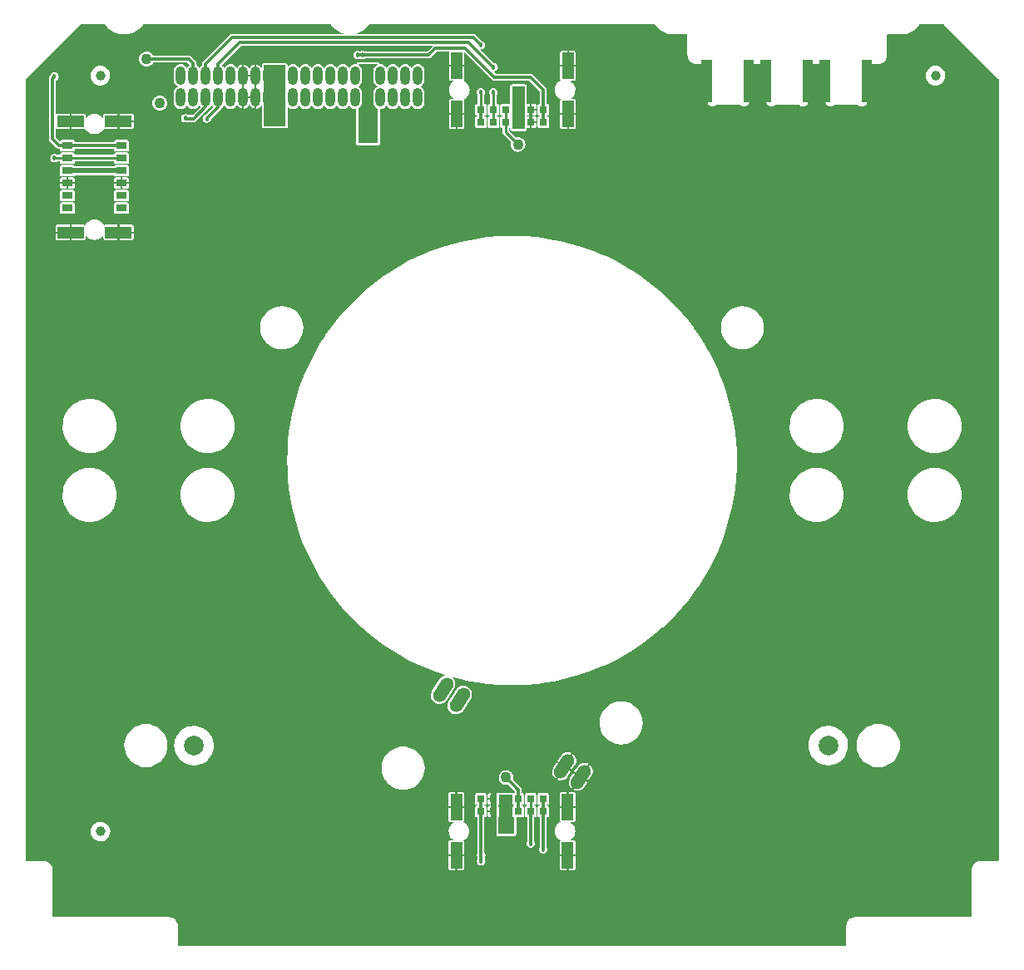
<source format=gbr>
%TF.GenerationSoftware,KiCad,Pcbnew,6.0.11+dfsg-1*%
%TF.CreationDate,2023-02-20T23:54:33-08:00*%
%TF.ProjectId,minusz-end-card-oresat0,6d696e75-737a-42d6-956e-642d63617264,rev?*%
%TF.SameCoordinates,Original*%
%TF.FileFunction,Copper,L4,Bot*%
%TF.FilePolarity,Positive*%
%FSLAX46Y46*%
G04 Gerber Fmt 4.6, Leading zero omitted, Abs format (unit mm)*
G04 Created by KiCad (PCBNEW 6.0.11+dfsg-1) date 2023-02-20 23:54:33*
%MOMM*%
%LPD*%
G01*
G04 APERTURE LIST*
G04 Aperture macros list*
%AMHorizOval*
0 Thick line with rounded ends*
0 $1 width*
0 $2 $3 position (X,Y) of the first rounded end (center of the circle)*
0 $4 $5 position (X,Y) of the second rounded end (center of the circle)*
0 Add line between two ends*
20,1,$1,$2,$3,$4,$5,0*
0 Add two circle primitives to create the rounded ends*
1,1,$1,$2,$3*
1,1,$1,$4,$5*%
%AMFreePoly0*
4,1,5,0.457200,-1.778000,-0.635000,-1.778000,-0.635000,2.540000,0.457200,2.540000,0.457200,-1.778000,0.457200,-1.778000,$1*%
%AMFreePoly1*
4,1,5,0.635000,-1.778000,-0.457200,-1.778000,-0.457200,2.540000,0.635000,2.540000,0.635000,-1.778000,0.635000,-1.778000,$1*%
G04 Aperture macros list end*
%TA.AperFunction,SMDPad,CuDef*%
%ADD10FreePoly0,180.000000*%
%TD*%
%TA.AperFunction,SMDPad,CuDef*%
%ADD11FreePoly1,180.000000*%
%TD*%
%TA.AperFunction,TestPad*%
%ADD12C,1.100000*%
%TD*%
%TA.AperFunction,ComponentPad*%
%ADD13O,0.965200X1.930400*%
%TD*%
%TA.AperFunction,ComponentPad*%
%ADD14C,2.000000*%
%TD*%
%TA.AperFunction,SMDPad,CuDef*%
%ADD15C,1.000000*%
%TD*%
%TA.AperFunction,SMDPad,CuDef*%
%ADD16R,0.800000X0.800000*%
%TD*%
%TA.AperFunction,SMDPad,CuDef*%
%ADD17R,1.200000X2.700000*%
%TD*%
%TA.AperFunction,SMDPad,CuDef*%
%ADD18R,1.100000X0.800000*%
%TD*%
%TA.AperFunction,SMDPad,CuDef*%
%ADD19R,2.700000X1.200000*%
%TD*%
%TA.AperFunction,ComponentPad*%
%ADD20HorizOval,1.350000X-0.361186X-0.570237X0.361186X0.570237X0*%
%TD*%
%TA.AperFunction,ViaPad*%
%ADD21C,0.457200*%
%TD*%
%TA.AperFunction,Conductor*%
%ADD22C,0.300000*%
%TD*%
%TA.AperFunction,Conductor*%
%ADD23C,0.600000*%
%TD*%
%TA.AperFunction,Conductor*%
%ADD24C,0.250000*%
%TD*%
%TA.AperFunction,Conductor*%
%ADD25C,0.500000*%
%TD*%
G04 APERTURE END LIST*
D10*
%TO.P,CM2,GND,SHIELD3*%
%TO.N,GND*%
X178532002Y-63477993D03*
D11*
X174468002Y-63477993D03*
%TD*%
D12*
%TO.P,TP6,1,1*%
%TO.N,/CONNECTORS/-X_AUX*%
X149100002Y-70299993D03*
%TD*%
D11*
%TO.P,CM3,GND,SHIELD3*%
%TO.N,GND*%
X180468002Y-63477993D03*
D10*
X184532002Y-63477993D03*
%TD*%
D13*
%TO.P,J1,1*%
%TO.N,/CONNECTORS/MAG-SDA*%
X138911502Y-63293193D03*
%TO.P,J1,2*%
X138911502Y-65528393D03*
%TO.P,J1,3*%
%TO.N,/CONNECTORS/MAG-SCL*%
X137641502Y-63293193D03*
%TO.P,J1,4*%
X137641502Y-65528393D03*
%TO.P,J1,5*%
%TO.N,/CONNECTORS/MAG-POWER*%
X136371502Y-63293193D03*
%TO.P,J1,6*%
X136371502Y-65528393D03*
%TO.P,J1,7*%
%TO.N,unconnected-(J1-Pad7)*%
X135101502Y-63293193D03*
%TO.P,J1,8*%
%TO.N,unconnected-(J1-Pad8)*%
X135101502Y-65528393D03*
%TO.P,J1,9*%
%TO.N,/CONNECTORS/TURNSTILE-DEPLOY*%
X133831502Y-63293193D03*
%TO.P,J1,10*%
X133831502Y-65528393D03*
%TO.P,J1,11*%
%TO.N,unconnected-(J1-Pad11)*%
X132561502Y-63293193D03*
%TO.P,J1,12*%
%TO.N,unconnected-(J1-Pad12)*%
X132561502Y-65528393D03*
%TO.P,J1,13*%
%TO.N,unconnected-(J1-Pad13)*%
X131291502Y-63293193D03*
%TO.P,J1,14*%
%TO.N,unconnected-(J1-Pad14)*%
X131291502Y-65528393D03*
%TO.P,J1,15*%
%TO.N,unconnected-(J1-Pad15)*%
X130021502Y-63293193D03*
%TO.P,J1,16*%
%TO.N,unconnected-(J1-Pad16)*%
X130021502Y-65528393D03*
%TO.P,J1,17*%
%TO.N,unconnected-(J1-Pad17)*%
X128751502Y-63293193D03*
%TO.P,J1,18*%
%TO.N,unconnected-(J1-Pad18)*%
X128751502Y-65528393D03*
%TO.P,J1,19*%
%TO.N,unconnected-(J1-Pad19)*%
X127481502Y-63293193D03*
%TO.P,J1,20*%
%TO.N,unconnected-(J1-Pad20)*%
X127481502Y-65528393D03*
%TO.P,J1,21*%
%TO.N,unconnected-(J1-Pad21)*%
X126211502Y-63293193D03*
%TO.P,J1,22*%
%TO.N,unconnected-(J1-Pad22)*%
X126211502Y-65528393D03*
%TO.P,J1,23*%
%TO.N,VBUS*%
X124941502Y-63293193D03*
%TO.P,J1,24*%
X124941502Y-65528393D03*
%TO.P,J1,25*%
X123671502Y-63293193D03*
%TO.P,J1,26*%
X123671502Y-65528393D03*
%TO.P,J1,27*%
%TO.N,GND*%
X122401502Y-63293193D03*
%TO.P,J1,28*%
X122401502Y-65528393D03*
%TO.P,J1,29*%
X121131502Y-63293193D03*
%TO.P,J1,30*%
X121131502Y-65528393D03*
%TO.P,J1,31*%
%TO.N,unconnected-(J1-Pad31)*%
X119861502Y-63293193D03*
%TO.P,J1,32*%
%TO.N,unconnected-(J1-Pad32)*%
X119861502Y-65528393D03*
%TO.P,J1,33*%
%TO.N,/CONNECTORS/CAN1_H*%
X118591502Y-63293193D03*
%TO.P,J1,34*%
X118591502Y-65528393D03*
%TO.P,J1,35*%
%TO.N,/CONNECTORS/CAN1_L*%
X117321502Y-63293193D03*
%TO.P,J1,36*%
X117321502Y-65528393D03*
%TO.P,J1,37*%
%TO.N,/CONNECTORS/C3-UART-TX*%
X116051502Y-63293193D03*
%TO.P,J1,38*%
%TO.N,/CONNECTORS/C3-UART-RX*%
X116051502Y-65528393D03*
%TO.P,J1,39*%
%TO.N,/CONNECTORS/~{SD}*%
X114781502Y-63293193D03*
%TO.P,J1,40*%
X114781502Y-65528393D03*
%TD*%
D11*
%TO.P,CM1,GND,SHIELD3*%
%TO.N,GND*%
X168468009Y-63478003D03*
D10*
X172532009Y-63478003D03*
%TD*%
D12*
%TO.P,TP1,1,1*%
%TO.N,/CONNECTORS/C3-UART-TX*%
X111300002Y-61599993D03*
%TD*%
%TO.P,TP4,1,1*%
%TO.N,/CONNECTORS/+X_AUX*%
X147900002Y-134799993D03*
%TD*%
D14*
%TO.P,J6,1,Pin_1*%
%TO.N,/UHF/UHF*%
X116138459Y-131534934D03*
%TD*%
%TO.P,J4,1,Pin_1*%
%TO.N,/L BAND/LBAND*%
X180687300Y-131534900D03*
%TD*%
D12*
%TO.P,TP2,1,1*%
%TO.N,/CONNECTORS/C3-UART-RX*%
X112647902Y-66087193D03*
%TD*%
D15*
%TO.P,FID4,*%
%TO.N,*%
X106600002Y-63299993D03*
%TD*%
D16*
%TO.P,J3,1,Pin_1*%
%TO.N,/CONNECTORS/~{SD}*%
X145325002Y-138249993D03*
%TO.P,J3,2,Pin_2*%
X145325002Y-136979993D03*
%TO.P,J3,3,Pin_3*%
%TO.N,GND*%
X146595002Y-138249993D03*
%TO.P,J3,4,Pin_4*%
X146595002Y-136979993D03*
%TO.P,J3,5,Pin_5*%
%TO.N,VBUS*%
X147865002Y-138249993D03*
%TO.P,J3,6,Pin_6*%
X147865002Y-136979993D03*
%TO.P,J3,7,Pin_7*%
%TO.N,/CONNECTORS/+X_AUX*%
X149135002Y-138249993D03*
%TO.P,J3,8,Pin_8*%
X149135002Y-136979993D03*
%TO.P,J3,9,Pin_9*%
%TO.N,/CONNECTORS/CAN1_H*%
X150405002Y-138249993D03*
%TO.P,J3,10,Pin_10*%
X150405002Y-136979993D03*
%TO.P,J3,11,Pin_11*%
%TO.N,/CONNECTORS/CAN1_L*%
X151675002Y-138249993D03*
%TO.P,J3,12,Pin_12*%
X151675002Y-136979993D03*
D17*
%TO.P,J3,SH,Shield*%
%TO.N,GND*%
X142830002Y-137799993D03*
X142830002Y-142699993D03*
X154170002Y-137799993D03*
X154170002Y-142699993D03*
%TD*%
D18*
%TO.P,CF1,1,1*%
%TO.N,/CONNECTORS/MAG-SDA*%
X108750002Y-70424993D03*
%TO.P,CF1,2,2*%
X103250002Y-70424993D03*
%TO.P,CF1,3,3*%
%TO.N,/CONNECTORS/MAG-SCL*%
X108750002Y-71694993D03*
%TO.P,CF1,4,4*%
X103250002Y-71694993D03*
%TO.P,CF1,5,5*%
%TO.N,/CONNECTORS/MAG-POWER*%
X108750002Y-72964993D03*
%TO.P,CF1,6,6*%
X103250002Y-72964993D03*
%TO.P,CF1,7,7*%
%TO.N,GND*%
X108750002Y-74234993D03*
%TO.P,CF1,8,8*%
X103250002Y-74234993D03*
%TO.P,CF1,9,9*%
%TO.N,unconnected-(CF1-Pad9)*%
X108750002Y-75504993D03*
%TO.P,CF1,10,10*%
%TO.N,unconnected-(CF1-Pad10)*%
X103250002Y-75504993D03*
%TO.P,CF1,11,11*%
%TO.N,unconnected-(CF1-Pad11)*%
X108750002Y-76774993D03*
%TO.P,CF1,12,12*%
%TO.N,unconnected-(CF1-Pad12)*%
X103250002Y-76774993D03*
D19*
%TO.P,CF1,SH,SHIELD*%
%TO.N,GND*%
X108450002Y-67929993D03*
X103550002Y-67929993D03*
X108450002Y-79269993D03*
X103550002Y-79269993D03*
%TD*%
D15*
%TO.P,FID5,*%
%TO.N,*%
X191600002Y-63299993D03*
%TD*%
%TO.P,FID6,*%
%TO.N,*%
X106600002Y-140299993D03*
%TD*%
D16*
%TO.P,J5,1,Pin_1*%
%TO.N,/CONNECTORS/~{SD}*%
X151687902Y-66766393D03*
%TO.P,J5,2,Pin_2*%
X151687902Y-68036393D03*
%TO.P,J5,3,Pin_3*%
%TO.N,GND*%
X150417902Y-66766393D03*
%TO.P,J5,4,Pin_4*%
X150417902Y-68036393D03*
%TO.P,J5,5,Pin_5*%
%TO.N,VBUS*%
X149147902Y-66766393D03*
%TO.P,J5,6,Pin_6*%
X149147902Y-68036393D03*
%TO.P,J5,7,Pin_7*%
%TO.N,/CONNECTORS/-X_AUX*%
X147877902Y-66766393D03*
%TO.P,J5,8,Pin_8*%
X147877902Y-68036393D03*
%TO.P,J5,9,Pin_9*%
%TO.N,/CONNECTORS/CAN1_H*%
X146607902Y-66766393D03*
%TO.P,J5,10,Pin_10*%
X146607902Y-68036393D03*
%TO.P,J5,11,Pin_11*%
%TO.N,/CONNECTORS/CAN1_L*%
X145337902Y-66766393D03*
%TO.P,J5,12,Pin_12*%
X145337902Y-68036393D03*
D17*
%TO.P,J5,SH,Shield*%
%TO.N,GND*%
X142842902Y-67216393D03*
X154182902Y-62316393D03*
X142842902Y-62316393D03*
X154182902Y-67216393D03*
%TD*%
D20*
%TO.P,R1,1*%
%TO.N,/CONNECTORS/TURNSTILE-DEPLOY*%
X141488200Y-125837710D03*
X143177790Y-126907889D03*
%TO.P,R1,2*%
%TO.N,GND*%
X153822210Y-133650021D03*
X155511800Y-134720200D03*
%TD*%
D21*
%TO.N,/CONNECTORS/MAG-SDA*%
X101929102Y-63394793D03*
%TO.N,GND*%
X183200000Y-95000000D03*
X180800000Y-88200000D03*
X175400000Y-102400000D03*
X184200000Y-79200000D03*
X180800000Y-76200000D03*
X172400000Y-125800000D03*
X160000000Y-70000000D03*
X197600002Y-90399993D03*
X183000000Y-145500000D03*
X152000000Y-148500000D03*
X180700000Y-133900000D03*
X155000000Y-125000000D03*
X159000000Y-124000000D03*
X180800000Y-79200000D03*
X158000000Y-148500000D03*
X125000000Y-110000000D03*
X99600002Y-114399993D03*
X108000000Y-145000000D03*
X180800000Y-70200000D03*
X172900000Y-77600000D03*
X165000000Y-135000000D03*
X140600002Y-58399993D03*
X171956902Y-68195393D03*
X107900002Y-148699993D03*
X109900002Y-72999993D03*
X124000000Y-120000000D03*
X183800000Y-103800000D03*
X180800000Y-90400000D03*
X99600002Y-102399993D03*
X185800000Y-117800000D03*
X193800000Y-133400000D03*
X172000000Y-70300000D03*
X99600002Y-122399993D03*
X180000000Y-120000000D03*
X110000000Y-115000000D03*
X181000000Y-92800000D03*
X171800000Y-123400000D03*
X170000000Y-114000000D03*
X190200000Y-127400000D03*
X166100002Y-59399993D03*
X122000000Y-135000000D03*
X197600002Y-142399993D03*
X140000000Y-80000000D03*
X105000000Y-130000000D03*
X193800000Y-121400000D03*
X197600002Y-66399993D03*
X150000000Y-130000000D03*
X187400000Y-94600000D03*
X197600002Y-106399993D03*
X189400000Y-121600000D03*
X117000000Y-135000000D03*
X163000000Y-142000000D03*
X99600002Y-70399993D03*
X168000000Y-77600000D03*
X175400000Y-96400000D03*
X190100002Y-148699993D03*
X168000000Y-74600000D03*
X183400002Y-148699993D03*
X140000000Y-148500000D03*
X140600002Y-151299993D03*
X128000000Y-141000000D03*
X110000000Y-125000000D03*
X99600002Y-90399993D03*
X197600002Y-98399993D03*
X193800000Y-124400000D03*
X180800000Y-82200000D03*
X183500000Y-140000000D03*
X105000000Y-120000000D03*
X126000000Y-139000000D03*
X174800000Y-72200000D03*
X181500000Y-142000000D03*
X183800000Y-115800000D03*
X187400000Y-109800000D03*
X180800000Y-73200000D03*
X179000000Y-148400000D03*
X175400000Y-99400000D03*
X149000000Y-148500000D03*
X173500002Y-62399993D03*
X145000000Y-75000000D03*
X99600002Y-86399993D03*
X162200000Y-145200000D03*
X147200000Y-145200000D03*
X120000000Y-91000000D03*
X121000000Y-139000000D03*
X180800000Y-79200000D03*
X175400000Y-108400000D03*
X167400002Y-62399993D03*
X113200002Y-148699993D03*
X134000000Y-148500000D03*
X197600002Y-94399993D03*
X170000000Y-130000000D03*
X110000000Y-135000000D03*
X129000000Y-147000000D03*
X124000000Y-100000000D03*
X176600000Y-94600000D03*
X182300000Y-133400000D03*
X171800000Y-117400000D03*
X180600002Y-151299993D03*
X184200000Y-70200000D03*
X191000000Y-137500000D03*
X176000000Y-148500000D03*
X197600002Y-86399993D03*
X138200000Y-145200000D03*
X159200000Y-145200000D03*
X174800000Y-84200000D03*
X99600002Y-82399993D03*
X184200000Y-76200000D03*
X110000000Y-90000000D03*
X131000000Y-148300000D03*
X165000000Y-130000000D03*
X180800000Y-79200000D03*
X169000000Y-70300000D03*
X120600002Y-151299993D03*
X197600002Y-122399993D03*
X180800000Y-85200000D03*
X184200000Y-73200000D03*
X197600002Y-82399993D03*
X175400000Y-105400000D03*
X190000000Y-85000000D03*
X161000000Y-82000000D03*
X170000000Y-148500000D03*
X184656902Y-68195393D03*
X148000000Y-78000000D03*
X180800000Y-76200000D03*
X117900000Y-129900000D03*
X178200000Y-75200000D03*
X111100002Y-58399993D03*
X144600002Y-151299993D03*
X123000000Y-141000000D03*
X175400000Y-120400000D03*
X185600002Y-65299993D03*
X195000000Y-90000000D03*
X128600002Y-151299993D03*
X172000000Y-72800000D03*
X132000000Y-120000000D03*
X156600002Y-151299993D03*
X178200000Y-69200000D03*
X178200000Y-92800000D03*
X116200000Y-129200000D03*
X167400002Y-64899993D03*
X175400000Y-114400000D03*
X115000000Y-126000000D03*
X184200000Y-82200000D03*
X146577302Y-139598593D03*
X163600002Y-62399993D03*
X193800000Y-130400000D03*
X183800000Y-106800000D03*
X169035902Y-68195393D03*
X174800000Y-87200000D03*
X135200000Y-145200000D03*
X187400000Y-103800000D03*
X197600002Y-114399993D03*
X99600002Y-74399993D03*
X171800000Y-99400000D03*
X130000000Y-143000000D03*
X99600002Y-106399993D03*
X195000000Y-70000000D03*
X99600002Y-118399993D03*
X104600002Y-58399993D03*
X195000000Y-80000000D03*
X99600002Y-142399993D03*
X102100002Y-144199993D03*
X133000000Y-77000000D03*
X115000000Y-75000000D03*
X114600000Y-133400000D03*
X185600002Y-62399993D03*
X171800000Y-114400000D03*
X197600002Y-74399993D03*
X175400000Y-117400000D03*
X181000000Y-147500000D03*
X173000000Y-74600000D03*
X180700000Y-129100000D03*
X120000000Y-80000000D03*
X171800000Y-111400000D03*
X187600000Y-119600000D03*
X184200000Y-88200000D03*
X108400002Y-63299993D03*
X193000000Y-135500000D03*
X155000000Y-75000000D03*
X187400000Y-112800000D03*
X185000000Y-90000000D03*
X190200000Y-132200000D03*
X179500002Y-65399993D03*
X153000000Y-79000000D03*
X116600002Y-151299993D03*
X187000000Y-141500000D03*
X180800000Y-73200000D03*
X188400000Y-115200000D03*
X178200000Y-84200000D03*
X124600002Y-151299993D03*
X172600002Y-151299993D03*
X189500000Y-134000000D03*
X116100000Y-134000000D03*
X165200000Y-145200000D03*
X171200000Y-145200000D03*
X171800000Y-105400000D03*
X99600002Y-134399993D03*
X175600000Y-123300000D03*
X179500002Y-62399993D03*
X180542102Y-68195393D03*
X190200000Y-130400000D03*
X197600002Y-130399993D03*
X173600000Y-68200000D03*
X128000000Y-115000000D03*
X143000000Y-79000000D03*
X165000000Y-120000000D03*
X174200000Y-145200000D03*
X197600002Y-110399993D03*
X171800000Y-120400000D03*
X115000000Y-85000000D03*
X124000000Y-137000000D03*
X185200000Y-92000000D03*
X114300000Y-129900000D03*
X197600002Y-138399993D03*
X185000000Y-143500000D03*
X120000000Y-133000000D03*
X144200000Y-145200000D03*
X178200000Y-72200000D03*
X146577302Y-135598593D03*
X184200000Y-85200000D03*
X125000000Y-75000000D03*
X183800000Y-109800000D03*
X177000000Y-125400000D03*
X183800000Y-112800000D03*
X182500000Y-129900000D03*
X178200000Y-90400000D03*
X171800000Y-96400000D03*
X164600002Y-151299993D03*
X176400000Y-129800000D03*
X178200000Y-87200000D03*
X190000000Y-145000000D03*
X169000000Y-72800000D03*
X174800000Y-69200000D03*
X174800000Y-75200000D03*
X141200000Y-145200000D03*
X118600002Y-58399993D03*
X178100000Y-131600000D03*
X115000000Y-145000000D03*
X125000000Y-143000000D03*
X165000000Y-75000000D03*
X152300002Y-58399993D03*
X161000000Y-148500000D03*
X119000000Y-137000000D03*
X150200000Y-145200000D03*
X99600002Y-78399993D03*
X172400000Y-93500000D03*
X146577302Y-136098593D03*
X124000000Y-106000000D03*
X154000000Y-129000000D03*
X99600002Y-126399993D03*
X197600002Y-134399993D03*
X190000000Y-65000000D03*
X192300002Y-58499993D03*
X165000000Y-85000000D03*
X136600002Y-151299993D03*
X118600000Y-131500000D03*
X99600002Y-98399993D03*
X197600002Y-126399993D03*
X195000002Y-148699993D03*
X176600002Y-151299993D03*
X110000000Y-85000000D03*
X137000000Y-148500000D03*
X155000000Y-148500000D03*
X175000000Y-135000000D03*
X105000000Y-90000000D03*
X178600000Y-68200000D03*
X192200000Y-119000000D03*
X162900002Y-58399993D03*
X167000000Y-148500000D03*
X187500000Y-136000000D03*
X156200000Y-145200000D03*
X187400000Y-97800000D03*
X127000000Y-145000000D03*
X180800000Y-76200000D03*
X180000000Y-115000000D03*
X167000000Y-87000000D03*
X160600002Y-151299993D03*
X143000000Y-148500000D03*
X168200000Y-145200000D03*
X185000000Y-125000000D03*
X132200000Y-144800000D03*
X146000000Y-148500000D03*
X174800000Y-78200000D03*
X189000000Y-139500000D03*
X171800000Y-102400000D03*
X180800000Y-82200000D03*
X173000000Y-148500000D03*
X165000000Y-125000000D03*
X99600002Y-66399993D03*
X174600000Y-91200000D03*
X153200000Y-145200000D03*
X193800000Y-127400000D03*
X197600002Y-102399993D03*
X146577302Y-139098593D03*
X174800000Y-81200000D03*
X175400000Y-111400000D03*
X185500000Y-138000000D03*
X171800000Y-108400000D03*
X197600002Y-78399993D03*
X160000000Y-80000000D03*
X183800000Y-100800000D03*
X116700002Y-61999993D03*
X168600002Y-151299993D03*
X134000000Y-84000000D03*
X174200000Y-127600000D03*
X99600002Y-138399993D03*
X176900000Y-145200000D03*
X197600002Y-70399993D03*
X102000002Y-148699993D03*
X178200000Y-81200000D03*
X190200000Y-117000000D03*
X187400000Y-100800000D03*
X126000000Y-93000000D03*
X190000000Y-75000000D03*
X132600002Y-151299993D03*
X190200000Y-124400000D03*
X148600002Y-151299993D03*
X99600002Y-110399993D03*
X148000000Y-127000000D03*
X187400000Y-106800000D03*
X152600002Y-151299993D03*
X99600002Y-130399993D03*
X197600002Y-118399993D03*
X178200000Y-78200000D03*
X179500000Y-144000000D03*
X179200000Y-127600000D03*
X173500002Y-65399993D03*
X178900000Y-133300000D03*
X183800000Y-97800000D03*
X164000000Y-148500000D03*
X99600002Y-94399993D03*
X154600002Y-68999993D03*
X191600002Y-64999993D03*
X195000002Y-144199993D03*
X170500000Y-77900000D03*
%TO.N,/CONNECTORS/MAG-SCL*%
X101929102Y-71700593D03*
%TO.N,/CONNECTORS/MAG-POWER*%
X104350002Y-72970593D03*
X104950002Y-72970593D03*
%TO.N,/CONNECTORS/~{SD}*%
X133300002Y-61199993D03*
X145362702Y-142700000D03*
X145362702Y-143300000D03*
X132800002Y-61199993D03*
%TO.N,/CONNECTORS/CAN1_H*%
X146628860Y-62433835D03*
X150397302Y-141500000D03*
X117448502Y-67661993D03*
X146601902Y-65000793D03*
%TO.N,/CONNECTORS/CAN1_L*%
X145331902Y-65000793D03*
X115237402Y-67642749D03*
X151662702Y-142100000D03*
X145331902Y-60180161D03*
%TO.N,/CONNECTORS/TURNSTILE-DEPLOY*%
X134491902Y-69668593D03*
X133191902Y-68968593D03*
X134491902Y-68968593D03*
X133891902Y-69368593D03*
X133191902Y-69668593D03*
%TO.N,VBUS*%
X147877702Y-140094793D03*
X123700002Y-67299993D03*
X123700002Y-67999993D03*
X124400002Y-67599993D03*
X147877702Y-139094793D03*
X125000002Y-67999993D03*
X147877702Y-139594793D03*
X125000002Y-67299993D03*
X149122302Y-65020393D03*
X149122302Y-66010993D03*
X149122302Y-65502993D03*
%TD*%
D22*
%TO.N,/CONNECTORS/MAG-SDA*%
X101700502Y-69719393D02*
X102406102Y-70424993D01*
X101929102Y-63394793D02*
X101700502Y-63623393D01*
X102406102Y-70424993D02*
X108750002Y-70424993D01*
X101700502Y-63623393D02*
X101700502Y-69719393D01*
%TO.N,GND*%
X150405002Y-68019993D02*
X150405002Y-66749993D01*
D23*
X146582302Y-135603593D02*
X146582302Y-139593593D01*
X146577302Y-135598593D02*
X146582302Y-135603593D01*
X146582302Y-139593593D02*
X146577302Y-139598593D01*
D24*
%TO.N,/CONNECTORS/MAG-SCL*%
X101934702Y-71694993D02*
X108750002Y-71694993D01*
X101929102Y-71700593D02*
X101934702Y-71694993D01*
D25*
%TO.N,/CONNECTORS/MAG-POWER*%
X104350002Y-72970593D02*
X108735002Y-72970593D01*
X104350002Y-72970593D02*
X103265002Y-72970593D01*
D22*
%TO.N,/CONNECTORS/~{SD}*%
X132800002Y-61199993D02*
X140000002Y-61199993D01*
X140000002Y-61199993D02*
X140700002Y-60499993D01*
X150366902Y-63445593D02*
X151681902Y-64760593D01*
X145337702Y-137003993D02*
X145337702Y-143275000D01*
X146683902Y-63445593D02*
X150366902Y-63445593D01*
X143738302Y-60499993D02*
X146683902Y-63445593D01*
X145362702Y-142700000D02*
X145362702Y-143300000D01*
X140700002Y-60499993D02*
X143738302Y-60499993D01*
X151681902Y-64760593D02*
X151681902Y-68225793D01*
X145337702Y-143275000D02*
X145362702Y-143300000D01*
X151675002Y-68019993D02*
X151675002Y-66749993D01*
%TO.N,/CONNECTORS/CAN1_H*%
X118595002Y-62104993D02*
X118595002Y-63764993D01*
D24*
X150405002Y-138249993D02*
X150405002Y-136979993D01*
D22*
X117448502Y-67651493D02*
X118595002Y-66504993D01*
D24*
X146601902Y-68225793D02*
X146601902Y-66955793D01*
D22*
X117448502Y-67661993D02*
X117448502Y-67651493D01*
X120800002Y-59899993D02*
X118595002Y-62104993D01*
D24*
X146601902Y-66955793D02*
X146601902Y-65000793D01*
D22*
X118595002Y-66504993D02*
X118595002Y-65034993D01*
X150392302Y-138248593D02*
X150392302Y-141495000D01*
X146628860Y-62433835D02*
X144095018Y-59899993D01*
X144095018Y-59899993D02*
X120800002Y-59899993D01*
X150392302Y-141495000D02*
X150397302Y-141500000D01*
%TO.N,/CONNECTORS/CAN1_L*%
X117325002Y-66474993D02*
X117325002Y-65034993D01*
X115237402Y-67642749D02*
X115256646Y-67661993D01*
X120000002Y-59399993D02*
X117300002Y-62099993D01*
X117300002Y-62099993D02*
X117300002Y-63739993D01*
X151687702Y-142075000D02*
X151662702Y-142100000D01*
X145329218Y-60177477D02*
X144551734Y-59399993D01*
X115256646Y-67661993D02*
X116138002Y-67661993D01*
D24*
X145331902Y-66955793D02*
X145331902Y-65000793D01*
D22*
X116138002Y-67661993D02*
X117325002Y-66474993D01*
X144551734Y-59399993D02*
X120000002Y-59399993D01*
X145325002Y-68019993D02*
X145325002Y-66749993D01*
X151687702Y-136978593D02*
X151687702Y-142075000D01*
%TO.N,/CONNECTORS/C3-UART-TX*%
X115600002Y-61599993D02*
X111300002Y-61599993D01*
X116055002Y-62054993D02*
X115600002Y-61599993D01*
X116055002Y-63764993D02*
X116055002Y-62054993D01*
%TO.N,/CONNECTORS/+X_AUX*%
X148995302Y-135895293D02*
X148995302Y-135911793D01*
X149135002Y-136051493D02*
X149135002Y-138249993D01*
X147900002Y-134799993D02*
X148995302Y-135895293D01*
X148995302Y-135911793D02*
X149135002Y-136051493D01*
D24*
%TO.N,/CONNECTORS/-X_AUX*%
X147871902Y-66955793D02*
X147871902Y-69071893D01*
X147871902Y-69071893D02*
X149100002Y-70299993D01*
%TD*%
%TA.AperFunction,Conductor*%
%TO.N,GND*%
G36*
X107076671Y-58095699D02*
G01*
X107080560Y-58100458D01*
X107108812Y-58143095D01*
X107109422Y-58143807D01*
X107109425Y-58143811D01*
X107299327Y-58365466D01*
X107299945Y-58366187D01*
X107517045Y-58564099D01*
X107517818Y-58564646D01*
X107517819Y-58564647D01*
X107756046Y-58733285D01*
X107756053Y-58733289D01*
X107756821Y-58733833D01*
X107757651Y-58734279D01*
X107757658Y-58734283D01*
X107939211Y-58831774D01*
X108015638Y-58872815D01*
X108289572Y-58978937D01*
X108574471Y-59050592D01*
X108866016Y-59086693D01*
X109159788Y-59086693D01*
X109451333Y-59050592D01*
X109736232Y-58978937D01*
X110010166Y-58872815D01*
X110086593Y-58831774D01*
X110268146Y-58734283D01*
X110268153Y-58734279D01*
X110268983Y-58733833D01*
X110269751Y-58733289D01*
X110269758Y-58733285D01*
X110507985Y-58564647D01*
X110507986Y-58564646D01*
X110508759Y-58564099D01*
X110725859Y-58366187D01*
X110726477Y-58365466D01*
X110916379Y-58143811D01*
X110916382Y-58143807D01*
X110916992Y-58143095D01*
X110945244Y-58100458D01*
X110964762Y-58087307D01*
X110970877Y-58086693D01*
X130054927Y-58086693D01*
X130076671Y-58095699D01*
X130080560Y-58100458D01*
X130108812Y-58143095D01*
X130109422Y-58143807D01*
X130109425Y-58143811D01*
X130299327Y-58365466D01*
X130299945Y-58366187D01*
X130517045Y-58564099D01*
X130517818Y-58564646D01*
X130517819Y-58564647D01*
X130756046Y-58733285D01*
X130756053Y-58733289D01*
X130756821Y-58733833D01*
X130757651Y-58734279D01*
X130757658Y-58734283D01*
X130939211Y-58831774D01*
X131015638Y-58872815D01*
X131289572Y-58978937D01*
X131326405Y-58988201D01*
X131329272Y-58988922D01*
X131348162Y-59002960D01*
X131351593Y-59026243D01*
X131337555Y-59045133D01*
X131321772Y-59049493D01*
X120040692Y-59049493D01*
X120034220Y-59048804D01*
X120019228Y-59045576D01*
X120019227Y-59045576D01*
X120016742Y-59045041D01*
X119980927Y-59049280D01*
X119977313Y-59049493D01*
X119970887Y-59049493D01*
X119969640Y-59049701D01*
X119969635Y-59049701D01*
X119957044Y-59051797D01*
X119951308Y-59052752D01*
X119949888Y-59052954D01*
X119900864Y-59058756D01*
X119897976Y-59060143D01*
X119897186Y-59060522D01*
X119888926Y-59063134D01*
X119887413Y-59063386D01*
X119887409Y-59063387D01*
X119884899Y-59063805D01*
X119882661Y-59065013D01*
X119882660Y-59065013D01*
X119841474Y-59087236D01*
X119840183Y-59087894D01*
X119797418Y-59108429D01*
X119797415Y-59108431D01*
X119795676Y-59109266D01*
X119791728Y-59112585D01*
X119791264Y-59113049D01*
X119790769Y-59113503D01*
X119790667Y-59113391D01*
X119784522Y-59117966D01*
X119784455Y-59118002D01*
X119782208Y-59119215D01*
X119780483Y-59121081D01*
X119747300Y-59156978D01*
X119746464Y-59157849D01*
X117080929Y-61823384D01*
X117075865Y-61827473D01*
X117060850Y-61837168D01*
X117038524Y-61865488D01*
X117036129Y-61868184D01*
X117031574Y-61872739D01*
X117030838Y-61873769D01*
X117020025Y-61888901D01*
X117019159Y-61890053D01*
X116988610Y-61928804D01*
X116987769Y-61931200D01*
X116987260Y-61932649D01*
X116983265Y-61940339D01*
X116980891Y-61943662D01*
X116980162Y-61946098D01*
X116980162Y-61946099D01*
X116966746Y-61990960D01*
X116966298Y-61992338D01*
X116961394Y-62006302D01*
X116949947Y-62038899D01*
X116949502Y-62044037D01*
X116949502Y-62044704D01*
X116949473Y-62045369D01*
X116949320Y-62045362D01*
X116948213Y-62052931D01*
X116947458Y-62055457D01*
X116949038Y-62095678D01*
X116949478Y-62106870D01*
X116949502Y-62108077D01*
X116949502Y-62215409D01*
X116940496Y-62237153D01*
X116936211Y-62240697D01*
X116934723Y-62241465D01*
X116933328Y-62242682D01*
X116821802Y-62339972D01*
X116810131Y-62350153D01*
X116715062Y-62485423D01*
X116714389Y-62487149D01*
X116713583Y-62488653D01*
X116695370Y-62503560D01*
X116671952Y-62501222D01*
X116661141Y-62491539D01*
X116601590Y-62404893D01*
X116567666Y-62355533D01*
X116563331Y-62351670D01*
X116445604Y-62246779D01*
X116445603Y-62246779D01*
X116444220Y-62245546D01*
X116442583Y-62244679D01*
X116442580Y-62244677D01*
X116421864Y-62233709D01*
X116406861Y-62215575D01*
X116405502Y-62206533D01*
X116405502Y-62095678D01*
X116406191Y-62089206D01*
X116409418Y-62074219D01*
X116409418Y-62074216D01*
X116409953Y-62071732D01*
X116405715Y-62035925D01*
X116405502Y-62032312D01*
X116405502Y-62025878D01*
X116405183Y-62023958D01*
X116402328Y-62006809D01*
X116402240Y-62006280D01*
X116402037Y-62004852D01*
X116400556Y-61992338D01*
X116396238Y-61955854D01*
X116394473Y-61952179D01*
X116391860Y-61943915D01*
X116391607Y-61942397D01*
X116391190Y-61939890D01*
X116367751Y-61896451D01*
X116367093Y-61895160D01*
X116346564Y-61852408D01*
X116345728Y-61850667D01*
X116344486Y-61849189D01*
X116344484Y-61849186D01*
X116342833Y-61847222D01*
X116342830Y-61847219D01*
X116342410Y-61846719D01*
X116341955Y-61846264D01*
X116341483Y-61845749D01*
X116341595Y-61845646D01*
X116337029Y-61839513D01*
X116336987Y-61839436D01*
X116335780Y-61837199D01*
X116330668Y-61832473D01*
X116298017Y-61802291D01*
X116297146Y-61801455D01*
X115876611Y-61380920D01*
X115872522Y-61375856D01*
X115864206Y-61362977D01*
X115862827Y-61360841D01*
X115834507Y-61338515D01*
X115831811Y-61336120D01*
X115827256Y-61331565D01*
X115811087Y-61320011D01*
X115809935Y-61319145D01*
X115771191Y-61288601D01*
X115767344Y-61287250D01*
X115759656Y-61283256D01*
X115756333Y-61280882D01*
X115753897Y-61280153D01*
X115753896Y-61280153D01*
X115709035Y-61266737D01*
X115707657Y-61266289D01*
X115662924Y-61250580D01*
X115661096Y-61249938D01*
X115655958Y-61249493D01*
X115655291Y-61249493D01*
X115654626Y-61249464D01*
X115654633Y-61249311D01*
X115647064Y-61248204D01*
X115646977Y-61248178D01*
X115646975Y-61248178D01*
X115644538Y-61247449D01*
X115593252Y-61249464D01*
X115593125Y-61249469D01*
X115591918Y-61249493D01*
X111983054Y-61249493D01*
X111961310Y-61240487D01*
X111956977Y-61235038D01*
X111892800Y-61132333D01*
X111892795Y-61132327D01*
X111891886Y-61130872D01*
X111890678Y-61129656D01*
X111890676Y-61129653D01*
X111774456Y-61012619D01*
X111774454Y-61012617D01*
X111773244Y-61011399D01*
X111771795Y-61010480D01*
X111771792Y-61010477D01*
X111632534Y-60922102D01*
X111632533Y-60922102D01*
X111631081Y-60921180D01*
X111629462Y-60920604D01*
X111629459Y-60920602D01*
X111512895Y-60879096D01*
X111472464Y-60864699D01*
X111305275Y-60844762D01*
X111303572Y-60844941D01*
X111303571Y-60844941D01*
X111277403Y-60847691D01*
X111137823Y-60862362D01*
X111136199Y-60862915D01*
X111136194Y-60862916D01*
X111026378Y-60900301D01*
X110978433Y-60916623D01*
X110976974Y-60917520D01*
X110976973Y-60917521D01*
X110836483Y-61003951D01*
X110836481Y-61003953D01*
X110835024Y-61004849D01*
X110714726Y-61122654D01*
X110623517Y-61264183D01*
X110565929Y-61422402D01*
X110565714Y-61424104D01*
X110565713Y-61424108D01*
X110546927Y-61572822D01*
X110544827Y-61589448D01*
X110548817Y-61630142D01*
X110555518Y-61698482D01*
X110561257Y-61757018D01*
X110614404Y-61916784D01*
X110615293Y-61918253D01*
X110615295Y-61918256D01*
X110681244Y-62027150D01*
X110701626Y-62060805D01*
X110702821Y-62062043D01*
X110702823Y-62062045D01*
X110814731Y-62177928D01*
X110818588Y-62181922D01*
X110959477Y-62274118D01*
X110961089Y-62274718D01*
X110961092Y-62274719D01*
X111014756Y-62294676D01*
X111117291Y-62332808D01*
X111284185Y-62355076D01*
X111368026Y-62347446D01*
X111450154Y-62339972D01*
X111450156Y-62339972D01*
X111451866Y-62339816D01*
X111611999Y-62287786D01*
X111756625Y-62201571D01*
X111757991Y-62200271D01*
X111877313Y-62086642D01*
X111877314Y-62086640D01*
X111878556Y-62085458D01*
X111930811Y-62006809D01*
X111959103Y-61964226D01*
X111978637Y-61951100D01*
X111984715Y-61950493D01*
X115442082Y-61950493D01*
X115463826Y-61959499D01*
X115688430Y-62184103D01*
X115697436Y-62205847D01*
X115688430Y-62227591D01*
X115680790Y-62233172D01*
X115664723Y-62241465D01*
X115663328Y-62242682D01*
X115551802Y-62339972D01*
X115540131Y-62350153D01*
X115445062Y-62485423D01*
X115444389Y-62487149D01*
X115443583Y-62488653D01*
X115425370Y-62503560D01*
X115401952Y-62501222D01*
X115391141Y-62491539D01*
X115331590Y-62404893D01*
X115297666Y-62355533D01*
X115293331Y-62351670D01*
X115175604Y-62246779D01*
X115175603Y-62246779D01*
X115174220Y-62245546D01*
X115172579Y-62244677D01*
X115029734Y-62169044D01*
X115029730Y-62169042D01*
X115028101Y-62168180D01*
X115026311Y-62167730D01*
X115026310Y-62167730D01*
X114978308Y-62155673D01*
X114867746Y-62127902D01*
X114865894Y-62127892D01*
X114865892Y-62127892D01*
X114785079Y-62127469D01*
X114702412Y-62127036D01*
X114618106Y-62147276D01*
X114543446Y-62165200D01*
X114543443Y-62165201D01*
X114541644Y-62165633D01*
X114394723Y-62241465D01*
X114393328Y-62242682D01*
X114281802Y-62339972D01*
X114270131Y-62350153D01*
X114175062Y-62485423D01*
X114115003Y-62639465D01*
X114114762Y-62641299D01*
X114114761Y-62641301D01*
X114114083Y-62646454D01*
X114098402Y-62765566D01*
X114098402Y-63817251D01*
X114098513Y-63818165D01*
X114098513Y-63818172D01*
X114105287Y-63874143D01*
X114113248Y-63939932D01*
X114113905Y-63941670D01*
X114150950Y-64039707D01*
X114171690Y-64094595D01*
X114172739Y-64096122D01*
X114172740Y-64096123D01*
X114177108Y-64102478D01*
X114265338Y-64230853D01*
X114266724Y-64232088D01*
X114266725Y-64232089D01*
X114383246Y-64335906D01*
X114388784Y-64340840D01*
X114390420Y-64341706D01*
X114390421Y-64341707D01*
X114398093Y-64345769D01*
X114468482Y-64383038D01*
X114469632Y-64383647D01*
X114484634Y-64401781D01*
X114482419Y-64425212D01*
X114469347Y-64438148D01*
X114431018Y-64457932D01*
X114394723Y-64476665D01*
X114393328Y-64477882D01*
X114285390Y-64572042D01*
X114270131Y-64585353D01*
X114175062Y-64720623D01*
X114115003Y-64874665D01*
X114114762Y-64876499D01*
X114114761Y-64876501D01*
X114110493Y-64908923D01*
X114098402Y-65000766D01*
X114098402Y-66052451D01*
X114098513Y-66053365D01*
X114098513Y-66053372D01*
X114098954Y-66057013D01*
X114113248Y-66175132D01*
X114130898Y-66221841D01*
X114161403Y-66302570D01*
X114171690Y-66329795D01*
X114172739Y-66331322D01*
X114172740Y-66331323D01*
X114204953Y-66378193D01*
X114265338Y-66466053D01*
X114266724Y-66467288D01*
X114266725Y-66467289D01*
X114357318Y-66548005D01*
X114388784Y-66576040D01*
X114390419Y-66576906D01*
X114390421Y-66576907D01*
X114533270Y-66652542D01*
X114533274Y-66652544D01*
X114534903Y-66653406D01*
X114536693Y-66653856D01*
X114536694Y-66653856D01*
X114541663Y-66655104D01*
X114695258Y-66693684D01*
X114697110Y-66693694D01*
X114697112Y-66693694D01*
X114777734Y-66694116D01*
X114860592Y-66694550D01*
X114953116Y-66672337D01*
X115019558Y-66656386D01*
X115019561Y-66656385D01*
X115021360Y-66655953D01*
X115168281Y-66580121D01*
X115238652Y-66518733D01*
X115291476Y-66472652D01*
X115291477Y-66472650D01*
X115292873Y-66471433D01*
X115387942Y-66336163D01*
X115388616Y-66334434D01*
X115389421Y-66332933D01*
X115407634Y-66318026D01*
X115431052Y-66320364D01*
X115441863Y-66330047D01*
X115474953Y-66378193D01*
X115535338Y-66466053D01*
X115536724Y-66467288D01*
X115536725Y-66467289D01*
X115627318Y-66548005D01*
X115658784Y-66576040D01*
X115660419Y-66576906D01*
X115660421Y-66576907D01*
X115803270Y-66652542D01*
X115803274Y-66652544D01*
X115804903Y-66653406D01*
X115806693Y-66653856D01*
X115806694Y-66653856D01*
X115811663Y-66655104D01*
X115965258Y-66693684D01*
X115967110Y-66693694D01*
X115967112Y-66693694D01*
X116047734Y-66694116D01*
X116130592Y-66694550D01*
X116223116Y-66672337D01*
X116289558Y-66656386D01*
X116289561Y-66656385D01*
X116291360Y-66655953D01*
X116438281Y-66580121D01*
X116508652Y-66518733D01*
X116561476Y-66472652D01*
X116561477Y-66472650D01*
X116562873Y-66471433D01*
X116657942Y-66336163D01*
X116658616Y-66334434D01*
X116659421Y-66332933D01*
X116677634Y-66318026D01*
X116701052Y-66320364D01*
X116711863Y-66330047D01*
X116804262Y-66464488D01*
X116809155Y-66487509D01*
X116800664Y-66503649D01*
X116001826Y-67302487D01*
X115980082Y-67311493D01*
X115524417Y-67311493D01*
X115507692Y-67306547D01*
X115421078Y-67250407D01*
X115421076Y-67250406D01*
X115419240Y-67249216D01*
X115352750Y-67229331D01*
X115303580Y-67214626D01*
X115303578Y-67214626D01*
X115301479Y-67213998D01*
X115240461Y-67213625D01*
X115180764Y-67213260D01*
X115180761Y-67213260D01*
X115178568Y-67213247D01*
X115176458Y-67213850D01*
X115069864Y-67244315D01*
X115060385Y-67247024D01*
X115008409Y-67279818D01*
X114958286Y-67311443D01*
X114958284Y-67311445D01*
X114956434Y-67312612D01*
X114954983Y-67314255D01*
X114900541Y-67375899D01*
X114875069Y-67404740D01*
X114822831Y-67516002D01*
X114816659Y-67555645D01*
X114805424Y-67627801D01*
X114803921Y-67637453D01*
X114819859Y-67759329D01*
X114869362Y-67871834D01*
X114948452Y-67965923D01*
X114950276Y-67967137D01*
X114950277Y-67967138D01*
X115036617Y-68024610D01*
X115050770Y-68034031D01*
X115052857Y-68034683D01*
X115052859Y-68034684D01*
X115166003Y-68070033D01*
X115166005Y-68070033D01*
X115168091Y-68070685D01*
X115216123Y-68071566D01*
X115288795Y-68072898D01*
X115288796Y-68072898D01*
X115290985Y-68072938D01*
X115293097Y-68072362D01*
X115293099Y-68072362D01*
X115333845Y-68061253D01*
X115409571Y-68040608D01*
X115411433Y-68039465D01*
X115411437Y-68039463D01*
X115447958Y-68017038D01*
X115464048Y-68012493D01*
X116097317Y-68012493D01*
X116103789Y-68013182D01*
X116118776Y-68016409D01*
X116118779Y-68016409D01*
X116121263Y-68016944D01*
X116157070Y-68012706D01*
X116160683Y-68012493D01*
X116167117Y-68012493D01*
X116173309Y-68011462D01*
X116186706Y-68009233D01*
X116188139Y-68009029D01*
X116204970Y-68007037D01*
X116237140Y-68003229D01*
X116239427Y-68002131D01*
X116239433Y-68002129D01*
X116240820Y-68001463D01*
X116249073Y-67998853D01*
X116250595Y-67998599D01*
X116250596Y-67998599D01*
X116253105Y-67998181D01*
X116296547Y-67974741D01*
X116297838Y-67974083D01*
X116340587Y-67953555D01*
X116342328Y-67952719D01*
X116343806Y-67951477D01*
X116343809Y-67951475D01*
X116345773Y-67949824D01*
X116345776Y-67949821D01*
X116346276Y-67949401D01*
X116346731Y-67948946D01*
X116347246Y-67948474D01*
X116347349Y-67948586D01*
X116353482Y-67944020D01*
X116353559Y-67943978D01*
X116355796Y-67942771D01*
X116390704Y-67905008D01*
X116391540Y-67904137D01*
X117544075Y-66751602D01*
X117549139Y-66747513D01*
X117562018Y-66739197D01*
X117564154Y-66737818D01*
X117586480Y-66709498D01*
X117588875Y-66706802D01*
X117593430Y-66702247D01*
X117604984Y-66686078D01*
X117605850Y-66684926D01*
X117611171Y-66678177D01*
X117636394Y-66646182D01*
X117637745Y-66642335D01*
X117641739Y-66634647D01*
X117644113Y-66631324D01*
X117646763Y-66622462D01*
X117662121Y-66603946D01*
X117706634Y-66580971D01*
X117706633Y-66580971D01*
X117708281Y-66580121D01*
X117778652Y-66518733D01*
X117831476Y-66472652D01*
X117831477Y-66472650D01*
X117832873Y-66471433D01*
X117927942Y-66336163D01*
X117928616Y-66334434D01*
X117929421Y-66332933D01*
X117947634Y-66318026D01*
X117971052Y-66320364D01*
X117981863Y-66330047D01*
X118014953Y-66378193D01*
X118075338Y-66466053D01*
X118084292Y-66474030D01*
X118094535Y-66495218D01*
X118085580Y-66518733D01*
X117370313Y-67234000D01*
X117357020Y-67241822D01*
X117271485Y-67266268D01*
X117231520Y-67291484D01*
X117169386Y-67330687D01*
X117169384Y-67330689D01*
X117167534Y-67331856D01*
X117164073Y-67335775D01*
X117109433Y-67397643D01*
X117086169Y-67423984D01*
X117033931Y-67535246D01*
X117029327Y-67564815D01*
X117018089Y-67636995D01*
X117015021Y-67656697D01*
X117030959Y-67778573D01*
X117043000Y-67805938D01*
X117072732Y-67873509D01*
X117080462Y-67891078D01*
X117159552Y-67985167D01*
X117161376Y-67986381D01*
X117161377Y-67986382D01*
X117206841Y-68016645D01*
X117261870Y-68053275D01*
X117263957Y-68053927D01*
X117263959Y-68053928D01*
X117377103Y-68089277D01*
X117377105Y-68089277D01*
X117379191Y-68089929D01*
X117427223Y-68090810D01*
X117499895Y-68092142D01*
X117499896Y-68092142D01*
X117502085Y-68092182D01*
X117504197Y-68091606D01*
X117504199Y-68091606D01*
X117544945Y-68080497D01*
X117620671Y-68059852D01*
X117622533Y-68058709D01*
X117622537Y-68058707D01*
X117723553Y-67996682D01*
X117725416Y-67995538D01*
X117765300Y-67951475D01*
X117806430Y-67906036D01*
X117806432Y-67906033D01*
X117807901Y-67904410D01*
X117861493Y-67793795D01*
X117863717Y-67780581D01*
X117871920Y-67731819D01*
X117880500Y-67715177D01*
X118814072Y-66781604D01*
X118819136Y-66777515D01*
X118832018Y-66769197D01*
X118834154Y-66767818D01*
X118856478Y-66739500D01*
X118858883Y-66736793D01*
X118863430Y-66732246D01*
X118874964Y-66716107D01*
X118875831Y-66714951D01*
X118904822Y-66678177D01*
X118904824Y-66678174D01*
X118906394Y-66676182D01*
X118907745Y-66672335D01*
X118911739Y-66664647D01*
X118914113Y-66661324D01*
X118916347Y-66653856D01*
X118927373Y-66616985D01*
X118942730Y-66598471D01*
X118957195Y-66591005D01*
X118978281Y-66580121D01*
X119048652Y-66518733D01*
X119101476Y-66472652D01*
X119101477Y-66472650D01*
X119102873Y-66471433D01*
X119197942Y-66336163D01*
X119198616Y-66334434D01*
X119199421Y-66332933D01*
X119217634Y-66318026D01*
X119241052Y-66320364D01*
X119251863Y-66330047D01*
X119284953Y-66378193D01*
X119345338Y-66466053D01*
X119346724Y-66467288D01*
X119346725Y-66467289D01*
X119437318Y-66548005D01*
X119468784Y-66576040D01*
X119470419Y-66576906D01*
X119470421Y-66576907D01*
X119613270Y-66652542D01*
X119613274Y-66652544D01*
X119614903Y-66653406D01*
X119616693Y-66653856D01*
X119616694Y-66653856D01*
X119621663Y-66655104D01*
X119775258Y-66693684D01*
X119777110Y-66693694D01*
X119777112Y-66693694D01*
X119857734Y-66694116D01*
X119940592Y-66694550D01*
X120033116Y-66672337D01*
X120099558Y-66656386D01*
X120099561Y-66656385D01*
X120101360Y-66655953D01*
X120248281Y-66580121D01*
X120318652Y-66518733D01*
X120371476Y-66472652D01*
X120371477Y-66472650D01*
X120372873Y-66471433D01*
X120467942Y-66336163D01*
X120471101Y-66328060D01*
X120480638Y-66303601D01*
X120496928Y-66286614D01*
X120520457Y-66286122D01*
X120537878Y-66303452D01*
X120548183Y-66329482D01*
X120550036Y-66332851D01*
X120645713Y-66464539D01*
X120648347Y-66467345D01*
X120773773Y-66571106D01*
X120777011Y-66573161D01*
X120924303Y-66642470D01*
X120927957Y-66643658D01*
X121036994Y-66664458D01*
X121041578Y-66663509D01*
X121043002Y-66661341D01*
X121043002Y-66660212D01*
X121220002Y-66660212D01*
X121221576Y-66664012D01*
X121226609Y-66665913D01*
X121254145Y-66664181D01*
X121257925Y-66663460D01*
X121412736Y-66613159D01*
X121416213Y-66611523D01*
X121553655Y-66524299D01*
X121556611Y-66521854D01*
X121668043Y-66403190D01*
X121670305Y-66400076D01*
X121741039Y-66271413D01*
X121759406Y-66256698D01*
X121782799Y-66259281D01*
X121796576Y-66274907D01*
X121818185Y-66329484D01*
X121820036Y-66332851D01*
X121915713Y-66464539D01*
X121918347Y-66467345D01*
X122043773Y-66571106D01*
X122047011Y-66573161D01*
X122194303Y-66642470D01*
X122197957Y-66643658D01*
X122306994Y-66664458D01*
X122311578Y-66663509D01*
X122313002Y-66661341D01*
X122313002Y-66660212D01*
X122490002Y-66660212D01*
X122491576Y-66664012D01*
X122496609Y-66665913D01*
X122524145Y-66664181D01*
X122527925Y-66663460D01*
X122682736Y-66613159D01*
X122686213Y-66611523D01*
X122823655Y-66524299D01*
X122826611Y-66521854D01*
X122938043Y-66403190D01*
X122940305Y-66400077D01*
X122973306Y-66340048D01*
X122991673Y-66325333D01*
X123015066Y-66327916D01*
X123029781Y-66346283D01*
X123031002Y-66354862D01*
X123031002Y-68432743D01*
X123031297Y-68434224D01*
X123031297Y-68434228D01*
X123045965Y-68507972D01*
X123046643Y-68511380D01*
X123047219Y-68512771D01*
X123047220Y-68512774D01*
X123049029Y-68517141D01*
X123055649Y-68533124D01*
X123092282Y-68591425D01*
X123094750Y-68593176D01*
X123094751Y-68593177D01*
X123156366Y-68636893D01*
X123166871Y-68644346D01*
X123179670Y-68649647D01*
X123187221Y-68652775D01*
X123187224Y-68652776D01*
X123188615Y-68653352D01*
X123190095Y-68653646D01*
X123190097Y-68653647D01*
X123265767Y-68668698D01*
X123265771Y-68668698D01*
X123267252Y-68668993D01*
X125432752Y-68668993D01*
X125434233Y-68668698D01*
X125434237Y-68668698D01*
X125509907Y-68653647D01*
X125509909Y-68653646D01*
X125511389Y-68653352D01*
X125512780Y-68652776D01*
X125512783Y-68652775D01*
X125531941Y-68644840D01*
X125531944Y-68644839D01*
X125533133Y-68644346D01*
X125591434Y-68607713D01*
X125601748Y-68593177D01*
X125643359Y-68534528D01*
X125643359Y-68534527D01*
X125644355Y-68533124D01*
X125650975Y-68517141D01*
X125652784Y-68512774D01*
X125652785Y-68512771D01*
X125653361Y-68511380D01*
X125654039Y-68507972D01*
X125668707Y-68434228D01*
X125668707Y-68434224D01*
X125669002Y-68432743D01*
X125669002Y-66511170D01*
X125678008Y-66489426D01*
X125699752Y-66480420D01*
X125720207Y-66488211D01*
X125818784Y-66576040D01*
X125820419Y-66576906D01*
X125820421Y-66576907D01*
X125963270Y-66652542D01*
X125963274Y-66652544D01*
X125964903Y-66653406D01*
X125966693Y-66653856D01*
X125966694Y-66653856D01*
X125971663Y-66655104D01*
X126125258Y-66693684D01*
X126127110Y-66693694D01*
X126127112Y-66693694D01*
X126207734Y-66694116D01*
X126290592Y-66694550D01*
X126383116Y-66672337D01*
X126449558Y-66656386D01*
X126449561Y-66656385D01*
X126451360Y-66655953D01*
X126598281Y-66580121D01*
X126668652Y-66518733D01*
X126721476Y-66472652D01*
X126721477Y-66472650D01*
X126722873Y-66471433D01*
X126817942Y-66336163D01*
X126818616Y-66334434D01*
X126819421Y-66332933D01*
X126837634Y-66318026D01*
X126861052Y-66320364D01*
X126871863Y-66330047D01*
X126904953Y-66378193D01*
X126965338Y-66466053D01*
X126966724Y-66467288D01*
X126966725Y-66467289D01*
X127057318Y-66548005D01*
X127088784Y-66576040D01*
X127090419Y-66576906D01*
X127090421Y-66576907D01*
X127233270Y-66652542D01*
X127233274Y-66652544D01*
X127234903Y-66653406D01*
X127236693Y-66653856D01*
X127236694Y-66653856D01*
X127241663Y-66655104D01*
X127395258Y-66693684D01*
X127397110Y-66693694D01*
X127397112Y-66693694D01*
X127477734Y-66694116D01*
X127560592Y-66694550D01*
X127653116Y-66672337D01*
X127719558Y-66656386D01*
X127719561Y-66656385D01*
X127721360Y-66655953D01*
X127868281Y-66580121D01*
X127938652Y-66518733D01*
X127991476Y-66472652D01*
X127991477Y-66472650D01*
X127992873Y-66471433D01*
X128087942Y-66336163D01*
X128088616Y-66334434D01*
X128089421Y-66332933D01*
X128107634Y-66318026D01*
X128131052Y-66320364D01*
X128141863Y-66330047D01*
X128174953Y-66378193D01*
X128235338Y-66466053D01*
X128236724Y-66467288D01*
X128236725Y-66467289D01*
X128327318Y-66548005D01*
X128358784Y-66576040D01*
X128360419Y-66576906D01*
X128360421Y-66576907D01*
X128503270Y-66652542D01*
X128503274Y-66652544D01*
X128504903Y-66653406D01*
X128506693Y-66653856D01*
X128506694Y-66653856D01*
X128511663Y-66655104D01*
X128665258Y-66693684D01*
X128667110Y-66693694D01*
X128667112Y-66693694D01*
X128747734Y-66694116D01*
X128830592Y-66694550D01*
X128923116Y-66672337D01*
X128989558Y-66656386D01*
X128989561Y-66656385D01*
X128991360Y-66655953D01*
X129138281Y-66580121D01*
X129208652Y-66518733D01*
X129261476Y-66472652D01*
X129261477Y-66472650D01*
X129262873Y-66471433D01*
X129357942Y-66336163D01*
X129358616Y-66334434D01*
X129359421Y-66332933D01*
X129377634Y-66318026D01*
X129401052Y-66320364D01*
X129411863Y-66330047D01*
X129444953Y-66378193D01*
X129505338Y-66466053D01*
X129506724Y-66467288D01*
X129506725Y-66467289D01*
X129597318Y-66548005D01*
X129628784Y-66576040D01*
X129630419Y-66576906D01*
X129630421Y-66576907D01*
X129773270Y-66652542D01*
X129773274Y-66652544D01*
X129774903Y-66653406D01*
X129776693Y-66653856D01*
X129776694Y-66653856D01*
X129781663Y-66655104D01*
X129935258Y-66693684D01*
X129937110Y-66693694D01*
X129937112Y-66693694D01*
X130017734Y-66694116D01*
X130100592Y-66694550D01*
X130193116Y-66672337D01*
X130259558Y-66656386D01*
X130259561Y-66656385D01*
X130261360Y-66655953D01*
X130408281Y-66580121D01*
X130478652Y-66518733D01*
X130531476Y-66472652D01*
X130531477Y-66472650D01*
X130532873Y-66471433D01*
X130627942Y-66336163D01*
X130628616Y-66334434D01*
X130629421Y-66332933D01*
X130647634Y-66318026D01*
X130671052Y-66320364D01*
X130681863Y-66330047D01*
X130714953Y-66378193D01*
X130775338Y-66466053D01*
X130776724Y-66467288D01*
X130776725Y-66467289D01*
X130867318Y-66548005D01*
X130898784Y-66576040D01*
X130900419Y-66576906D01*
X130900421Y-66576907D01*
X131043270Y-66652542D01*
X131043274Y-66652544D01*
X131044903Y-66653406D01*
X131046693Y-66653856D01*
X131046694Y-66653856D01*
X131051663Y-66655104D01*
X131205258Y-66693684D01*
X131207110Y-66693694D01*
X131207112Y-66693694D01*
X131287734Y-66694116D01*
X131370592Y-66694550D01*
X131463116Y-66672337D01*
X131529558Y-66656386D01*
X131529561Y-66656385D01*
X131531360Y-66655953D01*
X131678281Y-66580121D01*
X131748652Y-66518733D01*
X131801476Y-66472652D01*
X131801477Y-66472650D01*
X131802873Y-66471433D01*
X131897942Y-66336163D01*
X131898616Y-66334434D01*
X131899421Y-66332933D01*
X131917634Y-66318026D01*
X131941052Y-66320364D01*
X131951863Y-66330047D01*
X131984953Y-66378193D01*
X132045338Y-66466053D01*
X132046724Y-66467288D01*
X132046725Y-66467289D01*
X132137318Y-66548005D01*
X132168784Y-66576040D01*
X132170419Y-66576906D01*
X132170421Y-66576907D01*
X132313270Y-66652542D01*
X132313274Y-66652544D01*
X132314903Y-66653406D01*
X132316693Y-66653856D01*
X132316694Y-66653856D01*
X132321663Y-66655104D01*
X132475258Y-66693684D01*
X132477110Y-66693694D01*
X132477112Y-66693694D01*
X132600413Y-66694340D01*
X132622109Y-66703461D01*
X132631002Y-66725090D01*
X132631002Y-70161543D01*
X132646643Y-70240180D01*
X132655649Y-70261924D01*
X132692282Y-70320225D01*
X132694750Y-70321976D01*
X132694751Y-70321977D01*
X132765467Y-70372150D01*
X132766871Y-70373146D01*
X132779670Y-70378447D01*
X132787221Y-70381575D01*
X132787224Y-70381576D01*
X132788615Y-70382152D01*
X132790095Y-70382446D01*
X132790097Y-70382447D01*
X132865767Y-70397498D01*
X132865771Y-70397498D01*
X132867252Y-70397793D01*
X134832752Y-70397793D01*
X134834233Y-70397498D01*
X134834237Y-70397498D01*
X134909907Y-70382447D01*
X134909909Y-70382446D01*
X134911389Y-70382152D01*
X134912780Y-70381576D01*
X134912783Y-70381575D01*
X134931941Y-70373640D01*
X134931944Y-70373639D01*
X134933133Y-70373146D01*
X134991434Y-70336513D01*
X135001748Y-70321977D01*
X135043359Y-70263328D01*
X135043359Y-70263327D01*
X135044355Y-70261924D01*
X135053361Y-70240180D01*
X135069002Y-70161543D01*
X135069002Y-68582314D01*
X142065903Y-68582314D01*
X142066198Y-68585313D01*
X142075580Y-68632485D01*
X142077852Y-68637971D01*
X142113609Y-68691484D01*
X142117811Y-68695686D01*
X142171323Y-68731442D01*
X142176811Y-68733715D01*
X142223983Y-68743098D01*
X142226980Y-68743393D01*
X142748285Y-68743393D01*
X142752610Y-68741601D01*
X142754402Y-68737276D01*
X142754402Y-68737275D01*
X142931402Y-68737275D01*
X142933194Y-68741600D01*
X142937519Y-68743392D01*
X143458823Y-68743392D01*
X143461822Y-68743097D01*
X143508994Y-68733715D01*
X143514480Y-68731443D01*
X143567993Y-68695686D01*
X143572195Y-68691484D01*
X143607951Y-68637972D01*
X143610224Y-68632484D01*
X143619607Y-68585312D01*
X143619902Y-68582315D01*
X143619902Y-68456141D01*
X144737402Y-68456141D01*
X144749035Y-68514624D01*
X144793350Y-68580945D01*
X144795870Y-68582629D01*
X144799887Y-68585313D01*
X144859671Y-68625260D01*
X144862642Y-68625851D01*
X144916670Y-68636598D01*
X144916672Y-68636598D01*
X144918154Y-68636893D01*
X145757650Y-68636893D01*
X145759132Y-68636598D01*
X145759134Y-68636598D01*
X145813162Y-68625851D01*
X145816133Y-68625260D01*
X145875917Y-68585313D01*
X145879934Y-68582629D01*
X145882454Y-68580945D01*
X145926769Y-68514624D01*
X145938402Y-68456141D01*
X146007402Y-68456141D01*
X146019035Y-68514624D01*
X146063350Y-68580945D01*
X146065870Y-68582629D01*
X146069887Y-68585313D01*
X146129671Y-68625260D01*
X146132642Y-68625851D01*
X146186670Y-68636598D01*
X146186672Y-68636598D01*
X146188154Y-68636893D01*
X147027650Y-68636893D01*
X147029132Y-68636598D01*
X147029134Y-68636598D01*
X147083162Y-68625851D01*
X147086133Y-68625260D01*
X147145917Y-68585313D01*
X147149934Y-68582629D01*
X147152454Y-68580945D01*
X147196769Y-68514624D01*
X147208402Y-68456141D01*
X147277402Y-68456141D01*
X147289035Y-68514624D01*
X147333350Y-68580945D01*
X147335870Y-68582629D01*
X147339887Y-68585313D01*
X147399671Y-68625260D01*
X147402642Y-68625851D01*
X147456670Y-68636598D01*
X147456672Y-68636598D01*
X147458154Y-68636893D01*
X147515652Y-68636893D01*
X147537396Y-68645899D01*
X147546402Y-68667643D01*
X147546402Y-69056336D01*
X147546285Y-69059016D01*
X147542638Y-69100700D01*
X147543335Y-69103300D01*
X147553469Y-69141119D01*
X147554050Y-69143737D01*
X147561314Y-69184938D01*
X147562659Y-69187267D01*
X147562659Y-69187268D01*
X147566560Y-69194024D01*
X147569632Y-69201441D01*
X147572348Y-69211577D01*
X147573890Y-69213779D01*
X147596349Y-69245853D01*
X147597789Y-69248114D01*
X147618708Y-69284348D01*
X147620770Y-69286078D01*
X147650760Y-69311243D01*
X147652738Y-69313055D01*
X148377736Y-70038053D01*
X148386742Y-70059797D01*
X148384887Y-70070314D01*
X148366519Y-70120780D01*
X148365929Y-70122402D01*
X148365714Y-70124106D01*
X148348455Y-70260732D01*
X148344827Y-70289448D01*
X148361257Y-70457018D01*
X148414404Y-70616784D01*
X148415293Y-70618253D01*
X148415295Y-70618256D01*
X148467811Y-70704970D01*
X148501626Y-70760805D01*
X148502821Y-70762043D01*
X148502823Y-70762045D01*
X148617394Y-70880686D01*
X148618588Y-70881922D01*
X148759477Y-70974118D01*
X148761089Y-70974718D01*
X148761092Y-70974719D01*
X148828447Y-70999768D01*
X148917291Y-71032808D01*
X149084185Y-71055076D01*
X149168025Y-71047446D01*
X149250154Y-71039972D01*
X149250156Y-71039972D01*
X149251866Y-71039816D01*
X149411999Y-70987786D01*
X149556625Y-70901571D01*
X149558010Y-70900253D01*
X149677313Y-70786642D01*
X149677314Y-70786640D01*
X149678556Y-70785458D01*
X149771733Y-70645216D01*
X149783153Y-70615154D01*
X149830911Y-70489427D01*
X149831523Y-70487816D01*
X149844176Y-70397793D01*
X149854822Y-70322042D01*
X149854822Y-70322041D01*
X149854957Y-70321081D01*
X149855251Y-70299993D01*
X149836483Y-70132669D01*
X149835919Y-70131049D01*
X149835918Y-70131045D01*
X149798191Y-70022711D01*
X149781110Y-69973661D01*
X149691886Y-69830872D01*
X149690678Y-69829656D01*
X149690676Y-69829653D01*
X149574456Y-69712619D01*
X149574454Y-69712617D01*
X149573244Y-69711399D01*
X149571795Y-69710480D01*
X149571792Y-69710477D01*
X149432534Y-69622102D01*
X149432533Y-69622102D01*
X149431081Y-69621180D01*
X149429462Y-69620604D01*
X149429459Y-69620602D01*
X149274084Y-69565276D01*
X149274085Y-69565276D01*
X149272464Y-69564699D01*
X149105275Y-69544762D01*
X149103572Y-69544941D01*
X149103571Y-69544941D01*
X149077403Y-69547691D01*
X148937823Y-69562362D01*
X148936199Y-69562915D01*
X148936194Y-69562916D01*
X148870056Y-69585432D01*
X148846570Y-69583914D01*
X148838402Y-69578067D01*
X148206408Y-68946073D01*
X148197402Y-68924329D01*
X148197402Y-68667643D01*
X148206408Y-68645899D01*
X148228152Y-68636893D01*
X148273452Y-68636893D01*
X148295196Y-68645899D01*
X148304202Y-68667643D01*
X148304202Y-68712143D01*
X148304497Y-68713624D01*
X148304497Y-68713628D01*
X148319548Y-68789298D01*
X148319843Y-68790780D01*
X148320419Y-68792171D01*
X148320420Y-68792174D01*
X148326325Y-68806430D01*
X148328849Y-68812524D01*
X148365482Y-68870825D01*
X148367950Y-68872576D01*
X148367951Y-68872577D01*
X148438667Y-68922750D01*
X148440071Y-68923746D01*
X148452870Y-68929047D01*
X148460421Y-68932175D01*
X148460424Y-68932176D01*
X148461815Y-68932752D01*
X148463295Y-68933046D01*
X148463297Y-68933047D01*
X148538967Y-68948098D01*
X148538971Y-68948098D01*
X148540452Y-68948393D01*
X149777352Y-68948393D01*
X149778833Y-68948098D01*
X149778837Y-68948098D01*
X149854507Y-68933047D01*
X149854509Y-68933046D01*
X149855989Y-68932752D01*
X149857380Y-68932176D01*
X149857383Y-68932175D01*
X149876541Y-68924240D01*
X149876544Y-68924239D01*
X149877733Y-68923746D01*
X149936034Y-68887113D01*
X149946348Y-68872577D01*
X149987959Y-68813928D01*
X149987959Y-68813927D01*
X149988955Y-68812524D01*
X149996562Y-68794158D01*
X149997384Y-68792174D01*
X149997385Y-68792171D01*
X149997961Y-68790780D01*
X149998256Y-68789298D01*
X150013307Y-68713628D01*
X150013307Y-68713624D01*
X150013602Y-68712143D01*
X150013602Y-68644143D01*
X150022608Y-68622399D01*
X150044352Y-68613393D01*
X150323285Y-68613393D01*
X150327610Y-68611601D01*
X150329402Y-68607276D01*
X150329402Y-68607275D01*
X150506402Y-68607275D01*
X150508194Y-68611600D01*
X150512519Y-68613392D01*
X150833823Y-68613392D01*
X150836822Y-68613097D01*
X150883994Y-68603715D01*
X150889480Y-68601443D01*
X150942993Y-68565686D01*
X150947195Y-68561484D01*
X150982951Y-68507972D01*
X150985224Y-68502484D01*
X150994607Y-68455312D01*
X150994902Y-68452315D01*
X150994902Y-68131010D01*
X150993110Y-68126685D01*
X150988785Y-68124893D01*
X150512519Y-68124893D01*
X150508194Y-68126685D01*
X150506402Y-68131010D01*
X150506402Y-68607275D01*
X150329402Y-68607275D01*
X150329402Y-67941776D01*
X150506402Y-67941776D01*
X150508194Y-67946101D01*
X150512519Y-67947893D01*
X150988784Y-67947893D01*
X150993109Y-67946101D01*
X150994901Y-67941776D01*
X150994901Y-67620472D01*
X150994606Y-67617473D01*
X150985224Y-67570301D01*
X150982952Y-67564815D01*
X150947195Y-67511302D01*
X150942993Y-67507100D01*
X150889481Y-67471344D01*
X150883993Y-67469071D01*
X150836821Y-67459688D01*
X150833824Y-67459393D01*
X150512519Y-67459393D01*
X150508194Y-67461185D01*
X150506402Y-67465510D01*
X150506402Y-67941776D01*
X150329402Y-67941776D01*
X150329402Y-67465511D01*
X150327610Y-67461186D01*
X150323285Y-67459394D01*
X150044352Y-67459394D01*
X150022608Y-67450388D01*
X150013602Y-67428644D01*
X150013602Y-67374143D01*
X150022608Y-67352399D01*
X150044352Y-67343393D01*
X150323285Y-67343393D01*
X150327610Y-67341601D01*
X150329402Y-67337276D01*
X150329402Y-67337275D01*
X150506402Y-67337275D01*
X150508194Y-67341600D01*
X150512519Y-67343392D01*
X150833823Y-67343392D01*
X150836822Y-67343097D01*
X150883994Y-67333715D01*
X150889480Y-67331443D01*
X150942993Y-67295686D01*
X150947195Y-67291484D01*
X150982951Y-67237972D01*
X150985224Y-67232484D01*
X150994607Y-67185312D01*
X150994902Y-67182315D01*
X150994902Y-66861010D01*
X150993110Y-66856685D01*
X150988785Y-66854893D01*
X150512519Y-66854893D01*
X150508194Y-66856685D01*
X150506402Y-66861010D01*
X150506402Y-67337275D01*
X150329402Y-67337275D01*
X150329402Y-66671776D01*
X150506402Y-66671776D01*
X150508194Y-66676101D01*
X150512519Y-66677893D01*
X150988784Y-66677893D01*
X150993109Y-66676101D01*
X150994901Y-66671776D01*
X150994901Y-66350472D01*
X150994606Y-66347473D01*
X150985224Y-66300301D01*
X150982952Y-66294815D01*
X150947195Y-66241302D01*
X150942993Y-66237100D01*
X150889481Y-66201344D01*
X150883993Y-66199071D01*
X150836821Y-66189688D01*
X150833824Y-66189393D01*
X150512519Y-66189393D01*
X150508194Y-66191185D01*
X150506402Y-66195510D01*
X150506402Y-66671776D01*
X150329402Y-66671776D01*
X150329402Y-66195511D01*
X150327610Y-66191186D01*
X150323285Y-66189394D01*
X150044352Y-66189394D01*
X150022608Y-66180388D01*
X150013602Y-66158644D01*
X150013602Y-64416443D01*
X150012554Y-64411171D01*
X149998256Y-64339288D01*
X149998255Y-64339286D01*
X149997961Y-64337806D01*
X149988955Y-64316062D01*
X149952322Y-64257761D01*
X149934647Y-64245220D01*
X149879137Y-64205836D01*
X149879136Y-64205836D01*
X149877733Y-64204840D01*
X149864934Y-64199539D01*
X149857383Y-64196411D01*
X149857380Y-64196410D01*
X149855989Y-64195834D01*
X149854509Y-64195540D01*
X149854507Y-64195539D01*
X149778837Y-64180488D01*
X149778833Y-64180488D01*
X149777352Y-64180193D01*
X148540452Y-64180193D01*
X148538971Y-64180488D01*
X148538967Y-64180488D01*
X148463297Y-64195539D01*
X148463295Y-64195540D01*
X148461815Y-64195834D01*
X148460424Y-64196410D01*
X148460421Y-64196411D01*
X148441263Y-64204346D01*
X148441260Y-64204347D01*
X148440071Y-64204840D01*
X148381770Y-64241473D01*
X148380019Y-64243941D01*
X148380018Y-64243942D01*
X148329845Y-64314658D01*
X148328849Y-64316062D01*
X148319843Y-64337806D01*
X148319549Y-64339286D01*
X148319548Y-64339288D01*
X148305251Y-64411171D01*
X148304202Y-64416443D01*
X148304202Y-66135143D01*
X148295196Y-66156887D01*
X148273452Y-66165893D01*
X147458154Y-66165893D01*
X147456672Y-66166188D01*
X147456670Y-66166188D01*
X147411706Y-66175132D01*
X147399671Y-66177526D01*
X147333350Y-66221841D01*
X147289035Y-66288162D01*
X147288444Y-66291133D01*
X147279186Y-66337678D01*
X147277402Y-66346645D01*
X147277402Y-67186141D01*
X147277697Y-67187623D01*
X147277697Y-67187625D01*
X147282943Y-67213998D01*
X147289035Y-67244624D01*
X147292103Y-67249216D01*
X147330504Y-67306685D01*
X147333350Y-67310945D01*
X147335870Y-67312629D01*
X147364027Y-67331443D01*
X147399671Y-67355260D01*
X147402642Y-67355851D01*
X147456670Y-67366598D01*
X147456672Y-67366598D01*
X147458154Y-67366893D01*
X147515652Y-67366893D01*
X147537396Y-67375899D01*
X147546402Y-67397643D01*
X147546402Y-67405143D01*
X147537396Y-67426887D01*
X147515652Y-67435893D01*
X147458154Y-67435893D01*
X147456672Y-67436188D01*
X147456670Y-67436188D01*
X147451603Y-67437196D01*
X147399671Y-67447526D01*
X147372755Y-67465511D01*
X147357839Y-67475478D01*
X147333350Y-67491841D01*
X147289035Y-67558162D01*
X147277402Y-67616645D01*
X147277402Y-68456141D01*
X147208402Y-68456141D01*
X147208402Y-67616645D01*
X147196769Y-67558162D01*
X147152454Y-67491841D01*
X147127966Y-67475478D01*
X147113049Y-67465511D01*
X147086133Y-67447526D01*
X147034201Y-67437196D01*
X147029134Y-67436188D01*
X147029132Y-67436188D01*
X147027650Y-67435893D01*
X146958152Y-67435893D01*
X146936408Y-67426887D01*
X146927402Y-67405143D01*
X146927402Y-67397643D01*
X146936408Y-67375899D01*
X146958152Y-67366893D01*
X147027650Y-67366893D01*
X147029132Y-67366598D01*
X147029134Y-67366598D01*
X147083162Y-67355851D01*
X147086133Y-67355260D01*
X147121777Y-67331443D01*
X147149934Y-67312629D01*
X147152454Y-67310945D01*
X147155301Y-67306685D01*
X147193701Y-67249216D01*
X147196769Y-67244624D01*
X147202861Y-67213998D01*
X147208107Y-67187625D01*
X147208107Y-67187623D01*
X147208402Y-67186141D01*
X147208402Y-66346645D01*
X147206619Y-66337678D01*
X147197360Y-66291133D01*
X147196769Y-66288162D01*
X147152454Y-66221841D01*
X147086133Y-66177526D01*
X147074098Y-66175132D01*
X147029134Y-66166188D01*
X147029132Y-66166188D01*
X147027650Y-66165893D01*
X146958152Y-66165893D01*
X146936408Y-66156887D01*
X146927402Y-66135143D01*
X146927402Y-65292512D01*
X146935354Y-65271877D01*
X146959827Y-65244840D01*
X146959831Y-65244834D01*
X146961301Y-65243210D01*
X147014893Y-65132595D01*
X147020253Y-65100740D01*
X147035089Y-65012554D01*
X147035286Y-65011385D01*
X147035415Y-65000793D01*
X147034969Y-64997673D01*
X147018301Y-64881293D01*
X147017990Y-64879120D01*
X146967116Y-64767229D01*
X146958762Y-64757533D01*
X146888315Y-64675775D01*
X146886883Y-64674113D01*
X146885045Y-64672922D01*
X146885043Y-64672920D01*
X146785578Y-64608451D01*
X146785576Y-64608450D01*
X146783740Y-64607260D01*
X146717250Y-64587375D01*
X146668080Y-64572670D01*
X146668078Y-64572670D01*
X146665979Y-64572042D01*
X146604961Y-64571669D01*
X146545264Y-64571304D01*
X146545261Y-64571304D01*
X146543068Y-64571291D01*
X146540958Y-64571894D01*
X146435452Y-64602048D01*
X146424885Y-64605068D01*
X146387389Y-64628726D01*
X146322786Y-64669487D01*
X146322784Y-64669489D01*
X146320934Y-64670656D01*
X146317881Y-64674113D01*
X146241568Y-64760521D01*
X146239569Y-64762784D01*
X146187331Y-64874046D01*
X146181901Y-64908923D01*
X146171045Y-64978647D01*
X146168421Y-64995497D01*
X146169577Y-65004335D01*
X146182184Y-65100738D01*
X146184359Y-65117373D01*
X146233862Y-65229878D01*
X146235268Y-65231550D01*
X146235270Y-65231554D01*
X146269191Y-65271907D01*
X146276402Y-65291693D01*
X146276402Y-66135143D01*
X146267396Y-66156887D01*
X146245652Y-66165893D01*
X146188154Y-66165893D01*
X146186672Y-66166188D01*
X146186670Y-66166188D01*
X146141706Y-66175132D01*
X146129671Y-66177526D01*
X146063350Y-66221841D01*
X146019035Y-66288162D01*
X146018444Y-66291133D01*
X146009186Y-66337678D01*
X146007402Y-66346645D01*
X146007402Y-67186141D01*
X146007697Y-67187623D01*
X146007697Y-67187625D01*
X146012943Y-67213998D01*
X146019035Y-67244624D01*
X146022103Y-67249216D01*
X146060504Y-67306685D01*
X146063350Y-67310945D01*
X146065870Y-67312629D01*
X146094027Y-67331443D01*
X146129671Y-67355260D01*
X146132642Y-67355851D01*
X146186670Y-67366598D01*
X146186672Y-67366598D01*
X146188154Y-67366893D01*
X146245652Y-67366893D01*
X146267396Y-67375899D01*
X146276402Y-67397643D01*
X146276402Y-67405143D01*
X146267396Y-67426887D01*
X146245652Y-67435893D01*
X146188154Y-67435893D01*
X146186672Y-67436188D01*
X146186670Y-67436188D01*
X146181603Y-67437196D01*
X146129671Y-67447526D01*
X146102755Y-67465511D01*
X146087839Y-67475478D01*
X146063350Y-67491841D01*
X146019035Y-67558162D01*
X146007402Y-67616645D01*
X146007402Y-68456141D01*
X145938402Y-68456141D01*
X145938402Y-67616645D01*
X145926769Y-67558162D01*
X145882454Y-67491841D01*
X145857966Y-67475478D01*
X145843049Y-67465511D01*
X145816133Y-67447526D01*
X145764201Y-67437196D01*
X145759134Y-67436188D01*
X145759132Y-67436188D01*
X145757650Y-67435893D01*
X145706252Y-67435893D01*
X145684508Y-67426887D01*
X145675502Y-67405143D01*
X145675502Y-67397643D01*
X145684508Y-67375899D01*
X145706252Y-67366893D01*
X145757650Y-67366893D01*
X145759132Y-67366598D01*
X145759134Y-67366598D01*
X145813162Y-67355851D01*
X145816133Y-67355260D01*
X145851777Y-67331443D01*
X145879934Y-67312629D01*
X145882454Y-67310945D01*
X145885301Y-67306685D01*
X145923701Y-67249216D01*
X145926769Y-67244624D01*
X145932861Y-67213998D01*
X145938107Y-67187625D01*
X145938107Y-67187623D01*
X145938402Y-67186141D01*
X145938402Y-66346645D01*
X145936619Y-66337678D01*
X145927360Y-66291133D01*
X145926769Y-66288162D01*
X145882454Y-66221841D01*
X145816133Y-66177526D01*
X145804098Y-66175132D01*
X145759134Y-66166188D01*
X145759132Y-66166188D01*
X145757650Y-66165893D01*
X145688152Y-66165893D01*
X145666408Y-66156887D01*
X145657402Y-66135143D01*
X145657402Y-65292512D01*
X145665354Y-65271877D01*
X145689827Y-65244840D01*
X145689831Y-65244834D01*
X145691301Y-65243210D01*
X145744893Y-65132595D01*
X145750253Y-65100740D01*
X145765089Y-65012554D01*
X145765286Y-65011385D01*
X145765415Y-65000793D01*
X145764969Y-64997673D01*
X145748301Y-64881293D01*
X145747990Y-64879120D01*
X145697116Y-64767229D01*
X145688762Y-64757533D01*
X145618315Y-64675775D01*
X145616883Y-64674113D01*
X145615045Y-64672922D01*
X145615043Y-64672920D01*
X145515578Y-64608451D01*
X145515576Y-64608450D01*
X145513740Y-64607260D01*
X145447250Y-64587375D01*
X145398080Y-64572670D01*
X145398078Y-64572670D01*
X145395979Y-64572042D01*
X145334961Y-64571669D01*
X145275264Y-64571304D01*
X145275261Y-64571304D01*
X145273068Y-64571291D01*
X145270958Y-64571894D01*
X145165452Y-64602048D01*
X145154885Y-64605068D01*
X145117389Y-64628726D01*
X145052786Y-64669487D01*
X145052784Y-64669489D01*
X145050934Y-64670656D01*
X145047881Y-64674113D01*
X144971568Y-64760521D01*
X144969569Y-64762784D01*
X144917331Y-64874046D01*
X144911901Y-64908923D01*
X144901045Y-64978647D01*
X144898421Y-64995497D01*
X144899577Y-65004335D01*
X144912184Y-65100738D01*
X144914359Y-65117373D01*
X144963862Y-65229878D01*
X144965268Y-65231550D01*
X144965270Y-65231554D01*
X144999191Y-65271907D01*
X145006402Y-65291693D01*
X145006402Y-66135143D01*
X144997396Y-66156887D01*
X144975652Y-66165893D01*
X144918154Y-66165893D01*
X144916672Y-66166188D01*
X144916670Y-66166188D01*
X144871706Y-66175132D01*
X144859671Y-66177526D01*
X144793350Y-66221841D01*
X144749035Y-66288162D01*
X144748444Y-66291133D01*
X144739186Y-66337678D01*
X144737402Y-66346645D01*
X144737402Y-67186141D01*
X144737697Y-67187623D01*
X144737697Y-67187625D01*
X144742943Y-67213998D01*
X144749035Y-67244624D01*
X144752103Y-67249216D01*
X144790504Y-67306685D01*
X144793350Y-67310945D01*
X144795870Y-67312629D01*
X144824027Y-67331443D01*
X144859671Y-67355260D01*
X144862642Y-67355851D01*
X144916670Y-67366598D01*
X144916672Y-67366598D01*
X144918154Y-67366893D01*
X144943752Y-67366893D01*
X144965496Y-67375899D01*
X144974502Y-67397643D01*
X144974502Y-67405143D01*
X144965496Y-67426887D01*
X144943752Y-67435893D01*
X144918154Y-67435893D01*
X144916672Y-67436188D01*
X144916670Y-67436188D01*
X144911603Y-67437196D01*
X144859671Y-67447526D01*
X144832755Y-67465511D01*
X144817839Y-67475478D01*
X144793350Y-67491841D01*
X144749035Y-67558162D01*
X144737402Y-67616645D01*
X144737402Y-68456141D01*
X143619902Y-68456141D01*
X143619902Y-67311010D01*
X143618110Y-67306685D01*
X143613785Y-67304893D01*
X142937519Y-67304893D01*
X142933194Y-67306685D01*
X142931402Y-67311010D01*
X142931402Y-68737275D01*
X142754402Y-68737275D01*
X142754402Y-67311010D01*
X142752610Y-67306685D01*
X142748285Y-67304893D01*
X142072020Y-67304893D01*
X142067695Y-67306685D01*
X142065903Y-67311010D01*
X142065903Y-68582314D01*
X135069002Y-68582314D01*
X135069002Y-67121776D01*
X142065902Y-67121776D01*
X142067694Y-67126101D01*
X142072019Y-67127893D01*
X143613784Y-67127893D01*
X143618109Y-67126101D01*
X143619901Y-67121776D01*
X143619901Y-65850472D01*
X143619606Y-65847473D01*
X143610224Y-65800301D01*
X143607952Y-65794815D01*
X143580571Y-65753837D01*
X143575980Y-65730754D01*
X143589055Y-65711185D01*
X143591703Y-65709602D01*
X143710726Y-65646317D01*
X143710729Y-65646315D01*
X143712053Y-65645611D01*
X143865340Y-65520593D01*
X143870538Y-65516354D01*
X143870542Y-65516350D01*
X143871702Y-65515404D01*
X143872661Y-65514245D01*
X144002059Y-65357830D01*
X144002060Y-65357828D01*
X144003020Y-65356668D01*
X144101005Y-65175448D01*
X144161925Y-64978647D01*
X144183459Y-64773762D01*
X144183323Y-64772265D01*
X144164925Y-64570098D01*
X144164924Y-64570095D01*
X144164788Y-64568596D01*
X144106622Y-64370965D01*
X144093007Y-64344921D01*
X144036952Y-64237700D01*
X144011176Y-64188395D01*
X144004819Y-64180488D01*
X143883025Y-64029006D01*
X143883022Y-64029003D01*
X143882087Y-64027840D01*
X143877608Y-64024081D01*
X143725422Y-63896382D01*
X143724272Y-63895417D01*
X143591640Y-63822502D01*
X143576927Y-63804137D01*
X143579509Y-63780744D01*
X143580888Y-63778474D01*
X143607951Y-63737972D01*
X143610224Y-63732484D01*
X143619607Y-63685312D01*
X143619902Y-63682315D01*
X143619902Y-62411010D01*
X143618110Y-62406685D01*
X143613785Y-62404893D01*
X142072020Y-62404893D01*
X142067695Y-62406685D01*
X142065903Y-62411010D01*
X142065903Y-63682314D01*
X142066198Y-63685313D01*
X142075580Y-63732485D01*
X142077852Y-63737971D01*
X142113609Y-63791484D01*
X142117811Y-63795686D01*
X142171323Y-63831442D01*
X142176811Y-63833715D01*
X142223983Y-63843098D01*
X142226980Y-63843393D01*
X142511076Y-63843393D01*
X142532820Y-63852399D01*
X142541826Y-63874143D01*
X142532820Y-63895887D01*
X142530511Y-63897972D01*
X142385272Y-64016427D01*
X142385268Y-64016431D01*
X142384102Y-64017382D01*
X142383144Y-64018540D01*
X142383143Y-64018541D01*
X142275359Y-64148830D01*
X142252784Y-64176118D01*
X142154799Y-64357338D01*
X142093879Y-64554139D01*
X142072345Y-64759024D01*
X142072481Y-64760519D01*
X142072481Y-64760521D01*
X142089857Y-64951452D01*
X142091016Y-64964190D01*
X142149182Y-65161821D01*
X142149877Y-65163150D01*
X142149878Y-65163153D01*
X142185638Y-65231554D01*
X142244628Y-65344391D01*
X142245565Y-65345556D01*
X142245566Y-65345558D01*
X142372779Y-65503780D01*
X142372782Y-65503783D01*
X142373717Y-65504946D01*
X142374861Y-65505906D01*
X142374863Y-65505908D01*
X142390454Y-65518990D01*
X142509266Y-65618685D01*
X142528814Y-65635088D01*
X142539681Y-65655964D01*
X142532604Y-65678410D01*
X142511728Y-65689277D01*
X142509048Y-65689394D01*
X142226981Y-65689394D01*
X142223982Y-65689689D01*
X142176810Y-65699071D01*
X142171324Y-65701343D01*
X142117811Y-65737100D01*
X142113609Y-65741302D01*
X142077853Y-65794814D01*
X142075580Y-65800302D01*
X142066197Y-65847474D01*
X142065902Y-65850471D01*
X142065902Y-67121776D01*
X135069002Y-67121776D01*
X135069002Y-66724878D01*
X135078008Y-66703134D01*
X135099913Y-66694128D01*
X135134219Y-66694307D01*
X135180592Y-66694550D01*
X135273116Y-66672337D01*
X135339558Y-66656386D01*
X135339561Y-66656385D01*
X135341360Y-66655953D01*
X135488281Y-66580121D01*
X135558652Y-66518733D01*
X135611476Y-66472652D01*
X135611477Y-66472650D01*
X135612873Y-66471433D01*
X135707942Y-66336163D01*
X135708616Y-66334434D01*
X135709421Y-66332933D01*
X135727634Y-66318026D01*
X135751052Y-66320364D01*
X135761863Y-66330047D01*
X135794953Y-66378193D01*
X135855338Y-66466053D01*
X135856724Y-66467288D01*
X135856725Y-66467289D01*
X135947318Y-66548005D01*
X135978784Y-66576040D01*
X135980419Y-66576906D01*
X135980421Y-66576907D01*
X136123270Y-66652542D01*
X136123274Y-66652544D01*
X136124903Y-66653406D01*
X136126693Y-66653856D01*
X136126694Y-66653856D01*
X136131663Y-66655104D01*
X136285258Y-66693684D01*
X136287110Y-66693694D01*
X136287112Y-66693694D01*
X136367734Y-66694116D01*
X136450592Y-66694550D01*
X136543116Y-66672337D01*
X136609558Y-66656386D01*
X136609561Y-66656385D01*
X136611360Y-66655953D01*
X136758281Y-66580121D01*
X136828652Y-66518733D01*
X136881476Y-66472652D01*
X136881477Y-66472650D01*
X136882873Y-66471433D01*
X136977942Y-66336163D01*
X136978616Y-66334434D01*
X136979421Y-66332933D01*
X136997634Y-66318026D01*
X137021052Y-66320364D01*
X137031863Y-66330047D01*
X137064953Y-66378193D01*
X137125338Y-66466053D01*
X137126724Y-66467288D01*
X137126725Y-66467289D01*
X137217318Y-66548005D01*
X137248784Y-66576040D01*
X137250419Y-66576906D01*
X137250421Y-66576907D01*
X137393270Y-66652542D01*
X137393274Y-66652544D01*
X137394903Y-66653406D01*
X137396693Y-66653856D01*
X137396694Y-66653856D01*
X137401663Y-66655104D01*
X137555258Y-66693684D01*
X137557110Y-66693694D01*
X137557112Y-66693694D01*
X137637734Y-66694116D01*
X137720592Y-66694550D01*
X137813116Y-66672337D01*
X137879558Y-66656386D01*
X137879561Y-66656385D01*
X137881360Y-66655953D01*
X138028281Y-66580121D01*
X138098652Y-66518733D01*
X138151476Y-66472652D01*
X138151477Y-66472650D01*
X138152873Y-66471433D01*
X138247942Y-66336163D01*
X138248616Y-66334434D01*
X138249421Y-66332933D01*
X138267634Y-66318026D01*
X138291052Y-66320364D01*
X138301863Y-66330047D01*
X138334953Y-66378193D01*
X138395338Y-66466053D01*
X138396724Y-66467288D01*
X138396725Y-66467289D01*
X138487318Y-66548005D01*
X138518784Y-66576040D01*
X138520419Y-66576906D01*
X138520421Y-66576907D01*
X138663270Y-66652542D01*
X138663274Y-66652544D01*
X138664903Y-66653406D01*
X138666693Y-66653856D01*
X138666694Y-66653856D01*
X138671663Y-66655104D01*
X138825258Y-66693684D01*
X138827110Y-66693694D01*
X138827112Y-66693694D01*
X138907734Y-66694116D01*
X138990592Y-66694550D01*
X139083116Y-66672337D01*
X139149558Y-66656386D01*
X139149561Y-66656385D01*
X139151360Y-66655953D01*
X139298281Y-66580121D01*
X139368652Y-66518733D01*
X139421476Y-66472652D01*
X139421477Y-66472650D01*
X139422873Y-66471433D01*
X139517942Y-66336163D01*
X139522165Y-66325333D01*
X139528363Y-66309436D01*
X139578001Y-66182121D01*
X139578385Y-66179208D01*
X139591886Y-66076648D01*
X139594602Y-66056020D01*
X139594602Y-65004335D01*
X139594318Y-65001983D01*
X139579979Y-64883500D01*
X139579756Y-64881654D01*
X139546545Y-64793764D01*
X139521970Y-64728726D01*
X139521969Y-64728723D01*
X139521314Y-64726991D01*
X139516938Y-64720623D01*
X139459813Y-64637507D01*
X139427666Y-64590733D01*
X139425734Y-64589011D01*
X139305604Y-64481979D01*
X139305603Y-64481979D01*
X139304220Y-64480746D01*
X139296513Y-64476665D01*
X139227465Y-64440106D01*
X139223372Y-64437939D01*
X139208370Y-64419805D01*
X139210585Y-64396374D01*
X139223657Y-64383438D01*
X139271441Y-64358774D01*
X139298281Y-64344921D01*
X139365074Y-64286654D01*
X139421476Y-64237452D01*
X139421477Y-64237450D01*
X139422873Y-64236233D01*
X139517942Y-64100963D01*
X139522165Y-64090133D01*
X139528363Y-64074236D01*
X139578001Y-63946921D01*
X139578693Y-63941670D01*
X139593203Y-63831443D01*
X139594602Y-63820820D01*
X139594602Y-62769135D01*
X139594292Y-62766569D01*
X139579979Y-62648300D01*
X139579756Y-62646454D01*
X139543375Y-62550173D01*
X139521970Y-62493526D01*
X139521969Y-62493523D01*
X139521314Y-62491791D01*
X139516938Y-62485423D01*
X139461590Y-62404893D01*
X139427666Y-62355533D01*
X139423331Y-62351670D01*
X139305604Y-62246779D01*
X139305603Y-62246779D01*
X139304220Y-62245546D01*
X139302579Y-62244677D01*
X139159734Y-62169044D01*
X139159730Y-62169042D01*
X139158101Y-62168180D01*
X139156311Y-62167730D01*
X139156310Y-62167730D01*
X139108308Y-62155673D01*
X138997746Y-62127902D01*
X138995894Y-62127892D01*
X138995892Y-62127892D01*
X138915079Y-62127469D01*
X138832412Y-62127036D01*
X138748106Y-62147276D01*
X138673446Y-62165200D01*
X138673443Y-62165201D01*
X138671644Y-62165633D01*
X138524723Y-62241465D01*
X138523328Y-62242682D01*
X138411802Y-62339972D01*
X138400131Y-62350153D01*
X138305062Y-62485423D01*
X138304389Y-62487149D01*
X138303583Y-62488653D01*
X138285370Y-62503560D01*
X138261952Y-62501222D01*
X138251141Y-62491539D01*
X138191590Y-62404893D01*
X138157666Y-62355533D01*
X138153331Y-62351670D01*
X138035604Y-62246779D01*
X138035603Y-62246779D01*
X138034220Y-62245546D01*
X138032579Y-62244677D01*
X137889734Y-62169044D01*
X137889730Y-62169042D01*
X137888101Y-62168180D01*
X137886311Y-62167730D01*
X137886310Y-62167730D01*
X137838308Y-62155673D01*
X137727746Y-62127902D01*
X137725894Y-62127892D01*
X137725892Y-62127892D01*
X137645079Y-62127469D01*
X137562412Y-62127036D01*
X137478106Y-62147276D01*
X137403446Y-62165200D01*
X137403443Y-62165201D01*
X137401644Y-62165633D01*
X137254723Y-62241465D01*
X137253328Y-62242682D01*
X137141802Y-62339972D01*
X137130131Y-62350153D01*
X137035062Y-62485423D01*
X137034389Y-62487149D01*
X137033583Y-62488653D01*
X137015370Y-62503560D01*
X136991952Y-62501222D01*
X136981141Y-62491539D01*
X136921590Y-62404893D01*
X136887666Y-62355533D01*
X136883331Y-62351670D01*
X136765604Y-62246779D01*
X136765603Y-62246779D01*
X136764220Y-62245546D01*
X136762579Y-62244677D01*
X136619734Y-62169044D01*
X136619730Y-62169042D01*
X136618101Y-62168180D01*
X136616311Y-62167730D01*
X136616310Y-62167730D01*
X136568308Y-62155673D01*
X136457746Y-62127902D01*
X136455894Y-62127892D01*
X136455892Y-62127892D01*
X136375079Y-62127469D01*
X136292412Y-62127036D01*
X136208106Y-62147276D01*
X136133446Y-62165200D01*
X136133443Y-62165201D01*
X136131644Y-62165633D01*
X135984723Y-62241465D01*
X135983328Y-62242682D01*
X135871802Y-62339972D01*
X135860131Y-62350153D01*
X135765062Y-62485423D01*
X135764389Y-62487149D01*
X135763583Y-62488653D01*
X135745370Y-62503560D01*
X135721952Y-62501222D01*
X135711141Y-62491539D01*
X135651590Y-62404893D01*
X135617666Y-62355533D01*
X135613331Y-62351670D01*
X135495604Y-62246779D01*
X135495603Y-62246779D01*
X135494220Y-62245546D01*
X135492579Y-62244677D01*
X135349734Y-62169044D01*
X135349730Y-62169042D01*
X135348101Y-62168180D01*
X135346311Y-62167730D01*
X135346310Y-62167730D01*
X135298308Y-62155673D01*
X135187746Y-62127902D01*
X135185894Y-62127892D01*
X135185892Y-62127892D01*
X135044443Y-62127151D01*
X135022747Y-62118030D01*
X135014288Y-62101551D01*
X135013131Y-62094742D01*
X135012089Y-62088606D01*
X135011273Y-62086635D01*
X135003577Y-62068054D01*
X135003576Y-62068051D01*
X135003083Y-62066862D01*
X134966450Y-62008561D01*
X134962245Y-62005577D01*
X134893265Y-61956636D01*
X134893264Y-61956636D01*
X134891861Y-61955640D01*
X134879062Y-61950339D01*
X134871511Y-61947211D01*
X134871508Y-61947210D01*
X134870117Y-61946634D01*
X134868637Y-61946340D01*
X134868635Y-61946339D01*
X134792965Y-61931288D01*
X134792961Y-61931288D01*
X134791480Y-61930993D01*
X132872046Y-61930993D01*
X132871488Y-61931035D01*
X132871480Y-61931035D01*
X132842061Y-61933233D01*
X132842053Y-61933234D01*
X132841503Y-61933275D01*
X132840939Y-61933360D01*
X132840937Y-61933360D01*
X132832852Y-61934575D01*
X132832842Y-61934577D01*
X132832461Y-61934634D01*
X132832071Y-61934711D01*
X132832073Y-61934711D01*
X132815735Y-61937951D01*
X132815732Y-61937952D01*
X132813685Y-61938358D01*
X132811823Y-61939296D01*
X132811821Y-61939297D01*
X132788400Y-61951099D01*
X132732012Y-61979513D01*
X132713878Y-61994515D01*
X132713035Y-61995493D01*
X132713032Y-61995496D01*
X132670908Y-62044371D01*
X132670907Y-62044373D01*
X132668934Y-62046662D01*
X132667987Y-62049534D01*
X132667986Y-62049535D01*
X132649148Y-62106639D01*
X132633783Y-62124467D01*
X132619786Y-62127756D01*
X132482412Y-62127036D01*
X132398106Y-62147276D01*
X132323446Y-62165200D01*
X132323443Y-62165201D01*
X132321644Y-62165633D01*
X132174723Y-62241465D01*
X132173328Y-62242682D01*
X132061802Y-62339972D01*
X132050131Y-62350153D01*
X131955062Y-62485423D01*
X131954389Y-62487149D01*
X131953583Y-62488653D01*
X131935370Y-62503560D01*
X131911952Y-62501222D01*
X131901141Y-62491539D01*
X131841590Y-62404893D01*
X131807666Y-62355533D01*
X131803331Y-62351670D01*
X131685604Y-62246779D01*
X131685603Y-62246779D01*
X131684220Y-62245546D01*
X131682579Y-62244677D01*
X131539734Y-62169044D01*
X131539730Y-62169042D01*
X131538101Y-62168180D01*
X131536311Y-62167730D01*
X131536310Y-62167730D01*
X131488308Y-62155673D01*
X131377746Y-62127902D01*
X131375894Y-62127892D01*
X131375892Y-62127892D01*
X131295079Y-62127469D01*
X131212412Y-62127036D01*
X131128106Y-62147276D01*
X131053446Y-62165200D01*
X131053443Y-62165201D01*
X131051644Y-62165633D01*
X130904723Y-62241465D01*
X130903328Y-62242682D01*
X130791802Y-62339972D01*
X130780131Y-62350153D01*
X130685062Y-62485423D01*
X130684389Y-62487149D01*
X130683583Y-62488653D01*
X130665370Y-62503560D01*
X130641952Y-62501222D01*
X130631141Y-62491539D01*
X130571590Y-62404893D01*
X130537666Y-62355533D01*
X130533331Y-62351670D01*
X130415604Y-62246779D01*
X130415603Y-62246779D01*
X130414220Y-62245546D01*
X130412579Y-62244677D01*
X130269734Y-62169044D01*
X130269730Y-62169042D01*
X130268101Y-62168180D01*
X130266311Y-62167730D01*
X130266310Y-62167730D01*
X130218308Y-62155673D01*
X130107746Y-62127902D01*
X130105894Y-62127892D01*
X130105892Y-62127892D01*
X130025079Y-62127469D01*
X129942412Y-62127036D01*
X129858106Y-62147276D01*
X129783446Y-62165200D01*
X129783443Y-62165201D01*
X129781644Y-62165633D01*
X129634723Y-62241465D01*
X129633328Y-62242682D01*
X129521802Y-62339972D01*
X129510131Y-62350153D01*
X129415062Y-62485423D01*
X129414389Y-62487149D01*
X129413583Y-62488653D01*
X129395370Y-62503560D01*
X129371952Y-62501222D01*
X129361141Y-62491539D01*
X129301590Y-62404893D01*
X129267666Y-62355533D01*
X129263331Y-62351670D01*
X129145604Y-62246779D01*
X129145603Y-62246779D01*
X129144220Y-62245546D01*
X129142579Y-62244677D01*
X128999734Y-62169044D01*
X128999730Y-62169042D01*
X128998101Y-62168180D01*
X128996311Y-62167730D01*
X128996310Y-62167730D01*
X128948308Y-62155673D01*
X128837746Y-62127902D01*
X128835894Y-62127892D01*
X128835892Y-62127892D01*
X128755079Y-62127469D01*
X128672412Y-62127036D01*
X128588106Y-62147276D01*
X128513446Y-62165200D01*
X128513443Y-62165201D01*
X128511644Y-62165633D01*
X128364723Y-62241465D01*
X128363328Y-62242682D01*
X128251802Y-62339972D01*
X128240131Y-62350153D01*
X128145062Y-62485423D01*
X128144389Y-62487149D01*
X128143583Y-62488653D01*
X128125370Y-62503560D01*
X128101952Y-62501222D01*
X128091141Y-62491539D01*
X128031590Y-62404893D01*
X127997666Y-62355533D01*
X127993331Y-62351670D01*
X127875604Y-62246779D01*
X127875603Y-62246779D01*
X127874220Y-62245546D01*
X127872579Y-62244677D01*
X127729734Y-62169044D01*
X127729730Y-62169042D01*
X127728101Y-62168180D01*
X127726311Y-62167730D01*
X127726310Y-62167730D01*
X127678308Y-62155673D01*
X127567746Y-62127902D01*
X127565894Y-62127892D01*
X127565892Y-62127892D01*
X127485079Y-62127469D01*
X127402412Y-62127036D01*
X127318106Y-62147276D01*
X127243446Y-62165200D01*
X127243443Y-62165201D01*
X127241644Y-62165633D01*
X127094723Y-62241465D01*
X127093328Y-62242682D01*
X126981802Y-62339972D01*
X126970131Y-62350153D01*
X126875062Y-62485423D01*
X126874389Y-62487149D01*
X126873583Y-62488653D01*
X126855370Y-62503560D01*
X126831952Y-62501222D01*
X126821141Y-62491539D01*
X126761590Y-62404893D01*
X126727666Y-62355533D01*
X126723331Y-62351670D01*
X126605604Y-62246779D01*
X126605603Y-62246779D01*
X126604220Y-62245546D01*
X126602579Y-62244677D01*
X126459734Y-62169044D01*
X126459730Y-62169042D01*
X126458101Y-62168180D01*
X126456311Y-62167730D01*
X126456310Y-62167730D01*
X126408308Y-62155673D01*
X126297746Y-62127902D01*
X126295894Y-62127892D01*
X126295892Y-62127892D01*
X126215079Y-62127469D01*
X126132412Y-62127036D01*
X126048106Y-62147276D01*
X125973446Y-62165200D01*
X125973443Y-62165201D01*
X125971644Y-62165633D01*
X125824723Y-62241465D01*
X125742854Y-62312884D01*
X125719966Y-62332850D01*
X125697660Y-62340357D01*
X125676580Y-62329892D01*
X125669002Y-62309678D01*
X125669002Y-62267243D01*
X125664687Y-62245546D01*
X125653656Y-62190088D01*
X125653655Y-62190086D01*
X125653361Y-62188606D01*
X125649431Y-62179116D01*
X125644849Y-62168054D01*
X125644848Y-62168051D01*
X125644355Y-62166862D01*
X125607722Y-62108561D01*
X125584953Y-62092406D01*
X125534537Y-62056636D01*
X125534536Y-62056636D01*
X125533133Y-62055640D01*
X125515588Y-62048373D01*
X125512783Y-62047211D01*
X125512780Y-62047210D01*
X125511389Y-62046634D01*
X125509909Y-62046340D01*
X125509907Y-62046339D01*
X125434237Y-62031288D01*
X125434233Y-62031288D01*
X125432752Y-62030993D01*
X123267252Y-62030993D01*
X123265771Y-62031288D01*
X123265767Y-62031288D01*
X123190097Y-62046339D01*
X123190095Y-62046340D01*
X123188615Y-62046634D01*
X123187224Y-62047210D01*
X123187221Y-62047211D01*
X123168063Y-62055146D01*
X123168060Y-62055147D01*
X123166871Y-62055640D01*
X123108570Y-62092273D01*
X123106819Y-62094741D01*
X123106818Y-62094742D01*
X123062555Y-62157128D01*
X123055649Y-62166862D01*
X123046643Y-62188606D01*
X123046349Y-62190086D01*
X123046348Y-62190088D01*
X123035318Y-62245546D01*
X123031002Y-62267243D01*
X123031002Y-62460210D01*
X123021996Y-62481954D01*
X123000252Y-62490960D01*
X122978508Y-62481954D01*
X122975375Y-62478284D01*
X122887291Y-62357047D01*
X122884657Y-62354241D01*
X122759231Y-62250480D01*
X122755993Y-62248425D01*
X122608701Y-62179116D01*
X122605047Y-62177928D01*
X122496010Y-62157128D01*
X122491426Y-62158077D01*
X122490002Y-62160245D01*
X122490002Y-66660212D01*
X122313002Y-66660212D01*
X122313002Y-65623010D01*
X122311210Y-65618685D01*
X122306885Y-65616893D01*
X121226119Y-65616893D01*
X121221794Y-65618685D01*
X121220002Y-65623010D01*
X121220002Y-66660212D01*
X121043002Y-66660212D01*
X121043002Y-65433776D01*
X121220002Y-65433776D01*
X121221794Y-65438101D01*
X121226119Y-65439893D01*
X122306885Y-65439893D01*
X122311210Y-65438101D01*
X122313002Y-65433776D01*
X122313002Y-63387810D01*
X122311210Y-63383485D01*
X122306885Y-63381693D01*
X121226119Y-63381693D01*
X121221794Y-63383485D01*
X121220002Y-63387810D01*
X121220002Y-65433776D01*
X121043002Y-65433776D01*
X121043002Y-63198576D01*
X121220002Y-63198576D01*
X121221794Y-63202901D01*
X121226119Y-63204693D01*
X122306885Y-63204693D01*
X122311210Y-63202901D01*
X122313002Y-63198576D01*
X122313002Y-62161374D01*
X122311428Y-62157574D01*
X122306395Y-62155673D01*
X122278859Y-62157405D01*
X122275079Y-62158126D01*
X122120268Y-62208427D01*
X122116791Y-62210063D01*
X121979349Y-62297287D01*
X121976393Y-62299732D01*
X121864961Y-62418396D01*
X121862699Y-62421510D01*
X121791965Y-62550173D01*
X121773598Y-62564888D01*
X121750205Y-62562305D01*
X121736428Y-62546679D01*
X121714819Y-62492102D01*
X121712968Y-62488735D01*
X121617291Y-62357047D01*
X121614657Y-62354241D01*
X121489231Y-62250480D01*
X121485993Y-62248425D01*
X121338701Y-62179116D01*
X121335047Y-62177928D01*
X121226010Y-62157128D01*
X121221426Y-62158077D01*
X121220002Y-62160245D01*
X121220002Y-63198576D01*
X121043002Y-63198576D01*
X121043002Y-62161374D01*
X121041428Y-62157574D01*
X121036395Y-62155673D01*
X121008859Y-62157405D01*
X121005079Y-62158126D01*
X120850268Y-62208427D01*
X120846791Y-62210063D01*
X120709349Y-62297287D01*
X120706393Y-62299732D01*
X120594961Y-62418396D01*
X120592699Y-62421509D01*
X120537155Y-62522544D01*
X120518788Y-62537259D01*
X120495395Y-62534676D01*
X120481444Y-62518599D01*
X120471970Y-62493526D01*
X120471969Y-62493523D01*
X120471314Y-62491791D01*
X120466938Y-62485423D01*
X120411590Y-62404893D01*
X120377666Y-62355533D01*
X120373331Y-62351670D01*
X120255604Y-62246779D01*
X120255603Y-62246779D01*
X120254220Y-62245546D01*
X120252579Y-62244677D01*
X120109734Y-62169044D01*
X120109730Y-62169042D01*
X120108101Y-62168180D01*
X120106311Y-62167730D01*
X120106310Y-62167730D01*
X120058308Y-62155673D01*
X119947746Y-62127902D01*
X119945894Y-62127892D01*
X119945892Y-62127892D01*
X119865079Y-62127469D01*
X119782412Y-62127036D01*
X119698106Y-62147276D01*
X119623446Y-62165200D01*
X119623443Y-62165201D01*
X119621644Y-62165633D01*
X119474723Y-62241465D01*
X119473328Y-62242682D01*
X119361802Y-62339972D01*
X119350131Y-62350153D01*
X119255062Y-62485423D01*
X119254389Y-62487149D01*
X119253583Y-62488653D01*
X119235370Y-62503560D01*
X119211952Y-62501222D01*
X119201141Y-62491539D01*
X119141590Y-62404893D01*
X119107666Y-62355533D01*
X119103331Y-62351670D01*
X118990514Y-62251154D01*
X118980271Y-62229965D01*
X118989226Y-62206451D01*
X120936177Y-60259499D01*
X120957921Y-60250493D01*
X140379583Y-60250493D01*
X140401327Y-60259499D01*
X140410333Y-60281243D01*
X140401327Y-60302987D01*
X139863826Y-60840487D01*
X139842082Y-60849493D01*
X133557327Y-60849493D01*
X133540602Y-60844547D01*
X133483678Y-60807651D01*
X133483676Y-60807650D01*
X133481840Y-60806460D01*
X133415350Y-60786575D01*
X133366180Y-60771870D01*
X133366178Y-60771870D01*
X133364079Y-60771242D01*
X133303061Y-60770869D01*
X133243364Y-60770504D01*
X133243361Y-60770504D01*
X133241168Y-60770491D01*
X133239058Y-60771094D01*
X133153629Y-60795510D01*
X133122985Y-60804268D01*
X133121132Y-60805437D01*
X133121130Y-60805438D01*
X133066380Y-60839982D01*
X133043185Y-60843968D01*
X133033247Y-60839780D01*
X133029113Y-60837100D01*
X132981840Y-60806460D01*
X132915350Y-60786575D01*
X132866180Y-60771870D01*
X132866178Y-60771870D01*
X132864079Y-60771242D01*
X132803061Y-60770869D01*
X132743364Y-60770504D01*
X132743361Y-60770504D01*
X132741168Y-60770491D01*
X132739058Y-60771094D01*
X132653629Y-60795510D01*
X132622985Y-60804268D01*
X132571009Y-60837062D01*
X132520886Y-60868687D01*
X132520884Y-60868689D01*
X132519034Y-60869856D01*
X132517583Y-60871499D01*
X132446918Y-60951512D01*
X132437669Y-60961984D01*
X132385431Y-61073246D01*
X132377738Y-61122654D01*
X132369189Y-61177563D01*
X132366521Y-61194697D01*
X132373818Y-61250496D01*
X132381414Y-61308580D01*
X132382459Y-61316573D01*
X132410147Y-61379499D01*
X132429025Y-61422402D01*
X132431962Y-61429078D01*
X132511052Y-61523167D01*
X132512876Y-61524381D01*
X132512877Y-61524382D01*
X132567129Y-61560495D01*
X132613370Y-61591275D01*
X132615457Y-61591927D01*
X132615459Y-61591928D01*
X132728603Y-61627277D01*
X132728605Y-61627277D01*
X132730691Y-61627929D01*
X132778723Y-61628810D01*
X132851395Y-61630142D01*
X132851396Y-61630142D01*
X132853585Y-61630182D01*
X132855697Y-61629606D01*
X132855699Y-61629606D01*
X132896445Y-61618497D01*
X132972171Y-61597852D01*
X132990594Y-61586540D01*
X133034002Y-61559888D01*
X133057244Y-61556186D01*
X133067128Y-61560493D01*
X133113370Y-61591275D01*
X133115462Y-61591929D01*
X133115463Y-61591929D01*
X133228603Y-61627277D01*
X133228605Y-61627277D01*
X133230691Y-61627929D01*
X133278723Y-61628810D01*
X133351395Y-61630142D01*
X133351396Y-61630142D01*
X133353585Y-61630182D01*
X133355697Y-61629606D01*
X133355699Y-61629606D01*
X133396445Y-61618497D01*
X133472171Y-61597852D01*
X133474033Y-61596709D01*
X133474037Y-61596707D01*
X133541900Y-61555038D01*
X133557990Y-61550493D01*
X139959317Y-61550493D01*
X139965789Y-61551182D01*
X139980776Y-61554409D01*
X139980779Y-61554409D01*
X139983263Y-61554944D01*
X140019070Y-61550706D01*
X140022683Y-61550493D01*
X140029117Y-61550493D01*
X140035309Y-61549462D01*
X140048706Y-61547233D01*
X140050139Y-61547029D01*
X140066970Y-61545037D01*
X140099140Y-61541229D01*
X140101427Y-61540131D01*
X140101433Y-61540129D01*
X140102820Y-61539463D01*
X140111073Y-61536853D01*
X140112595Y-61536599D01*
X140112596Y-61536599D01*
X140115105Y-61536181D01*
X140158547Y-61512741D01*
X140159838Y-61512083D01*
X140202587Y-61491555D01*
X140204328Y-61490719D01*
X140205806Y-61489477D01*
X140205809Y-61489475D01*
X140207773Y-61487824D01*
X140207776Y-61487821D01*
X140208276Y-61487401D01*
X140208731Y-61486946D01*
X140209246Y-61486474D01*
X140209349Y-61486586D01*
X140215482Y-61482020D01*
X140215559Y-61481978D01*
X140217796Y-61480771D01*
X140238772Y-61458080D01*
X140252704Y-61443008D01*
X140253540Y-61442137D01*
X140836178Y-60859499D01*
X140857922Y-60850493D01*
X142050191Y-60850493D01*
X142071935Y-60859499D01*
X142080941Y-60881243D01*
X142078600Y-60893011D01*
X142075580Y-60900302D01*
X142066197Y-60947474D01*
X142065902Y-60950471D01*
X142065902Y-62221776D01*
X142067694Y-62226101D01*
X142072019Y-62227893D01*
X143613784Y-62227893D01*
X143618109Y-62226101D01*
X143619901Y-62221776D01*
X143619901Y-60951512D01*
X143628907Y-60929768D01*
X143650651Y-60920762D01*
X143672395Y-60929768D01*
X146407293Y-63664666D01*
X146411382Y-63669730D01*
X146421077Y-63684745D01*
X146449397Y-63707071D01*
X146452093Y-63709466D01*
X146456648Y-63714021D01*
X146457678Y-63714757D01*
X146472810Y-63725570D01*
X146473962Y-63726436D01*
X146512713Y-63756985D01*
X146516560Y-63758336D01*
X146524248Y-63762330D01*
X146527571Y-63764704D01*
X146574863Y-63778847D01*
X146576234Y-63779293D01*
X146615917Y-63793228D01*
X146622808Y-63795648D01*
X146627946Y-63796093D01*
X146628613Y-63796093D01*
X146629278Y-63796122D01*
X146629271Y-63796274D01*
X146636842Y-63797382D01*
X146639365Y-63798136D01*
X146690764Y-63796117D01*
X146691971Y-63796093D01*
X150208982Y-63796093D01*
X150230726Y-63805099D01*
X151322396Y-64896768D01*
X151331402Y-64918512D01*
X151331402Y-66135143D01*
X151322396Y-66156887D01*
X151300652Y-66165893D01*
X151268154Y-66165893D01*
X151266672Y-66166188D01*
X151266670Y-66166188D01*
X151221706Y-66175132D01*
X151209671Y-66177526D01*
X151143350Y-66221841D01*
X151099035Y-66288162D01*
X151098444Y-66291133D01*
X151089186Y-66337678D01*
X151087402Y-66346645D01*
X151087402Y-67186141D01*
X151087697Y-67187623D01*
X151087697Y-67187625D01*
X151092943Y-67213998D01*
X151099035Y-67244624D01*
X151102103Y-67249216D01*
X151140504Y-67306685D01*
X151143350Y-67310945D01*
X151145870Y-67312629D01*
X151174027Y-67331443D01*
X151209671Y-67355260D01*
X151212642Y-67355851D01*
X151266670Y-67366598D01*
X151266672Y-67366598D01*
X151268154Y-67366893D01*
X151293752Y-67366893D01*
X151315496Y-67375899D01*
X151324502Y-67397643D01*
X151324502Y-67405143D01*
X151315496Y-67426887D01*
X151293752Y-67435893D01*
X151268154Y-67435893D01*
X151266672Y-67436188D01*
X151266670Y-67436188D01*
X151261603Y-67437196D01*
X151209671Y-67447526D01*
X151182755Y-67465511D01*
X151167839Y-67475478D01*
X151143350Y-67491841D01*
X151099035Y-67558162D01*
X151087402Y-67616645D01*
X151087402Y-68456141D01*
X151099035Y-68514624D01*
X151143350Y-68580945D01*
X151145870Y-68582629D01*
X151149887Y-68585313D01*
X151209671Y-68625260D01*
X151212642Y-68625851D01*
X151266670Y-68636598D01*
X151266672Y-68636598D01*
X151268154Y-68636893D01*
X152107650Y-68636893D01*
X152109132Y-68636598D01*
X152109134Y-68636598D01*
X152163162Y-68625851D01*
X152166133Y-68625260D01*
X152225917Y-68585313D01*
X152229934Y-68582629D01*
X152230405Y-68582314D01*
X153405903Y-68582314D01*
X153406198Y-68585313D01*
X153415580Y-68632485D01*
X153417852Y-68637971D01*
X153453609Y-68691484D01*
X153457811Y-68695686D01*
X153511323Y-68731442D01*
X153516811Y-68733715D01*
X153563983Y-68743098D01*
X153566980Y-68743393D01*
X154088285Y-68743393D01*
X154092610Y-68741601D01*
X154094402Y-68737276D01*
X154094402Y-68737275D01*
X154271402Y-68737275D01*
X154273194Y-68741600D01*
X154277519Y-68743392D01*
X154798823Y-68743392D01*
X154801822Y-68743097D01*
X154848994Y-68733715D01*
X154854480Y-68731443D01*
X154907993Y-68695686D01*
X154912195Y-68691484D01*
X154947951Y-68637972D01*
X154950224Y-68632484D01*
X154959607Y-68585312D01*
X154959902Y-68582315D01*
X154959902Y-67311010D01*
X154958110Y-67306685D01*
X154953785Y-67304893D01*
X154277519Y-67304893D01*
X154273194Y-67306685D01*
X154271402Y-67311010D01*
X154271402Y-68737275D01*
X154094402Y-68737275D01*
X154094402Y-67311010D01*
X154092610Y-67306685D01*
X154088285Y-67304893D01*
X153412020Y-67304893D01*
X153407695Y-67306685D01*
X153405903Y-67311010D01*
X153405903Y-68582314D01*
X152230405Y-68582314D01*
X152232454Y-68580945D01*
X152276769Y-68514624D01*
X152288402Y-68456141D01*
X152288402Y-67616645D01*
X152276769Y-67558162D01*
X152232454Y-67491841D01*
X152207966Y-67475478D01*
X152193049Y-67465511D01*
X152166133Y-67447526D01*
X152114201Y-67437196D01*
X152109134Y-67436188D01*
X152109132Y-67436188D01*
X152107650Y-67435893D01*
X152063152Y-67435893D01*
X152041408Y-67426887D01*
X152032402Y-67405143D01*
X152032402Y-67397643D01*
X152041408Y-67375899D01*
X152063152Y-67366893D01*
X152107650Y-67366893D01*
X152109132Y-67366598D01*
X152109134Y-67366598D01*
X152163162Y-67355851D01*
X152166133Y-67355260D01*
X152201777Y-67331443D01*
X152229934Y-67312629D01*
X152232454Y-67310945D01*
X152235301Y-67306685D01*
X152273701Y-67249216D01*
X152276769Y-67244624D01*
X152282861Y-67213998D01*
X152288107Y-67187625D01*
X152288107Y-67187623D01*
X152288402Y-67186141D01*
X152288402Y-66346645D01*
X152286619Y-66337678D01*
X152277360Y-66291133D01*
X152276769Y-66288162D01*
X152232454Y-66221841D01*
X152166133Y-66177526D01*
X152154098Y-66175132D01*
X152109134Y-66166188D01*
X152109132Y-66166188D01*
X152107650Y-66165893D01*
X152063152Y-66165893D01*
X152041408Y-66156887D01*
X152032402Y-66135143D01*
X152032402Y-64801278D01*
X152033091Y-64794806D01*
X152036318Y-64779819D01*
X152036318Y-64779816D01*
X152036853Y-64777332D01*
X152034686Y-64759024D01*
X152842345Y-64759024D01*
X152842481Y-64760519D01*
X152842481Y-64760521D01*
X152859857Y-64951452D01*
X152861016Y-64964190D01*
X152919182Y-65161821D01*
X152919877Y-65163150D01*
X152919878Y-65163153D01*
X152955638Y-65231554D01*
X153014628Y-65344391D01*
X153015565Y-65345556D01*
X153015566Y-65345558D01*
X153142779Y-65503780D01*
X153142782Y-65503783D01*
X153143717Y-65504946D01*
X153144861Y-65505906D01*
X153144863Y-65505908D01*
X153160454Y-65518990D01*
X153301532Y-65637369D01*
X153434164Y-65710284D01*
X153448877Y-65728649D01*
X153446295Y-65752042D01*
X153444916Y-65754312D01*
X153417853Y-65794814D01*
X153415580Y-65800302D01*
X153406197Y-65847474D01*
X153405902Y-65850471D01*
X153405902Y-67121776D01*
X153407694Y-67126101D01*
X153412019Y-67127893D01*
X154953784Y-67127893D01*
X154958109Y-67126101D01*
X154959901Y-67121776D01*
X154959901Y-65850472D01*
X154959606Y-65847473D01*
X154950224Y-65800301D01*
X154947952Y-65794815D01*
X154912195Y-65741302D01*
X154907993Y-65737100D01*
X154854481Y-65701344D01*
X154848993Y-65699071D01*
X154801821Y-65689688D01*
X154798824Y-65689393D01*
X154514728Y-65689393D01*
X154492984Y-65680387D01*
X154483978Y-65658643D01*
X154492984Y-65636899D01*
X154495293Y-65634814D01*
X154640532Y-65516359D01*
X154640537Y-65516354D01*
X154641702Y-65515404D01*
X154642661Y-65514245D01*
X154772059Y-65357830D01*
X154772060Y-65357828D01*
X154773020Y-65356668D01*
X154871005Y-65175448D01*
X154931925Y-64978647D01*
X154953459Y-64773762D01*
X154953323Y-64772265D01*
X154934925Y-64570098D01*
X154934924Y-64570095D01*
X154934788Y-64568596D01*
X154876622Y-64370965D01*
X154863007Y-64344921D01*
X154806952Y-64237700D01*
X154781176Y-64188395D01*
X154774819Y-64180488D01*
X154653025Y-64029006D01*
X154653022Y-64029003D01*
X154652087Y-64027840D01*
X154647608Y-64024081D01*
X154496990Y-63897698D01*
X154486123Y-63876822D01*
X154493200Y-63854376D01*
X154514076Y-63843509D01*
X154516756Y-63843392D01*
X154798823Y-63843392D01*
X154801822Y-63843097D01*
X154848994Y-63833715D01*
X154854480Y-63831443D01*
X154907993Y-63795686D01*
X154912195Y-63791484D01*
X154947951Y-63737972D01*
X154950224Y-63732484D01*
X154959607Y-63685312D01*
X154959902Y-63682315D01*
X154959902Y-62411010D01*
X154958110Y-62406685D01*
X154953785Y-62404893D01*
X153412020Y-62404893D01*
X153407695Y-62406685D01*
X153405903Y-62411010D01*
X153405903Y-63682314D01*
X153406198Y-63685313D01*
X153415580Y-63732485D01*
X153417852Y-63737971D01*
X153445233Y-63778949D01*
X153449824Y-63802032D01*
X153436749Y-63821601D01*
X153434101Y-63823184D01*
X153315078Y-63886469D01*
X153315075Y-63886471D01*
X153313751Y-63887175D01*
X153300849Y-63897698D01*
X153155266Y-64016432D01*
X153155262Y-64016436D01*
X153154102Y-64017382D01*
X153153144Y-64018540D01*
X153153143Y-64018541D01*
X153045359Y-64148830D01*
X153022784Y-64176118D01*
X152924799Y-64357338D01*
X152863879Y-64554139D01*
X152842345Y-64759024D01*
X152034686Y-64759024D01*
X152032615Y-64741525D01*
X152032402Y-64737912D01*
X152032402Y-64731478D01*
X152029142Y-64711889D01*
X152028938Y-64710456D01*
X152024495Y-64672920D01*
X152023138Y-64661455D01*
X152022040Y-64659168D01*
X152022038Y-64659162D01*
X152021372Y-64657775D01*
X152018762Y-64649522D01*
X152018508Y-64648000D01*
X152018508Y-64647999D01*
X152018090Y-64645490D01*
X151994650Y-64602048D01*
X151993992Y-64600757D01*
X151973464Y-64558008D01*
X151972628Y-64556267D01*
X151971386Y-64554789D01*
X151971384Y-64554786D01*
X151969733Y-64552822D01*
X151969730Y-64552819D01*
X151969310Y-64552319D01*
X151968855Y-64551864D01*
X151968383Y-64551349D01*
X151968495Y-64551246D01*
X151963929Y-64545113D01*
X151963887Y-64545036D01*
X151962680Y-64542799D01*
X151924917Y-64507891D01*
X151924046Y-64507055D01*
X150643511Y-63226520D01*
X150639422Y-63221456D01*
X150631106Y-63208577D01*
X150629727Y-63206441D01*
X150601407Y-63184115D01*
X150598711Y-63181720D01*
X150594156Y-63177165D01*
X150577987Y-63165611D01*
X150576835Y-63164745D01*
X150564655Y-63155143D01*
X150538091Y-63134201D01*
X150534244Y-63132850D01*
X150526556Y-63128856D01*
X150523233Y-63126482D01*
X150520797Y-63125753D01*
X150520796Y-63125753D01*
X150475935Y-63112337D01*
X150474557Y-63111889D01*
X150429824Y-63096180D01*
X150427996Y-63095538D01*
X150422858Y-63095093D01*
X150422191Y-63095093D01*
X150421526Y-63095064D01*
X150421533Y-63094911D01*
X150413964Y-63093804D01*
X150413877Y-63093778D01*
X150413875Y-63093778D01*
X150411438Y-63093049D01*
X150360152Y-63095064D01*
X150360025Y-63095069D01*
X150358818Y-63095093D01*
X146841821Y-63095093D01*
X146820077Y-63086087D01*
X146650323Y-62916333D01*
X146641317Y-62894589D01*
X146650323Y-62872845D01*
X146672631Y-62863844D01*
X146675381Y-62863895D01*
X146680253Y-62863984D01*
X146680254Y-62863984D01*
X146682443Y-62864024D01*
X146684555Y-62863448D01*
X146684557Y-62863448D01*
X146725303Y-62852339D01*
X146801029Y-62831694D01*
X146802891Y-62830551D01*
X146802895Y-62830549D01*
X146903911Y-62768524D01*
X146905774Y-62767380D01*
X146938831Y-62730859D01*
X146986788Y-62677878D01*
X146986790Y-62677875D01*
X146988259Y-62676252D01*
X147029739Y-62590636D01*
X147040895Y-62567611D01*
X147040896Y-62567609D01*
X147041851Y-62565637D01*
X147046626Y-62537259D01*
X147052295Y-62503560D01*
X147062244Y-62444427D01*
X147062373Y-62433835D01*
X147052864Y-62367433D01*
X147045381Y-62315186D01*
X147044948Y-62312162D01*
X147003852Y-62221776D01*
X153405902Y-62221776D01*
X153407694Y-62226101D01*
X153412019Y-62227893D01*
X154088285Y-62227893D01*
X154092610Y-62226101D01*
X154094402Y-62221776D01*
X154271402Y-62221776D01*
X154273194Y-62226101D01*
X154277519Y-62227893D01*
X154953784Y-62227893D01*
X154958109Y-62226101D01*
X154959901Y-62221776D01*
X154959901Y-60950472D01*
X154959606Y-60947473D01*
X154950224Y-60900301D01*
X154947952Y-60894815D01*
X154912195Y-60841302D01*
X154907993Y-60837100D01*
X154854481Y-60801344D01*
X154848993Y-60799071D01*
X154801821Y-60789688D01*
X154798824Y-60789393D01*
X154277519Y-60789393D01*
X154273194Y-60791185D01*
X154271402Y-60795510D01*
X154271402Y-62221776D01*
X154094402Y-62221776D01*
X154094402Y-60795511D01*
X154092610Y-60791186D01*
X154088285Y-60789394D01*
X153566981Y-60789394D01*
X153563982Y-60789689D01*
X153516810Y-60799071D01*
X153511324Y-60801343D01*
X153457811Y-60837100D01*
X153453609Y-60841302D01*
X153417853Y-60894814D01*
X153415580Y-60900302D01*
X153406197Y-60947474D01*
X153405902Y-60950471D01*
X153405902Y-62221776D01*
X147003852Y-62221776D01*
X146994074Y-62200271D01*
X146967168Y-62169044D01*
X146915273Y-62108817D01*
X146913841Y-62107155D01*
X146912003Y-62105964D01*
X146912001Y-62105962D01*
X146812536Y-62041493D01*
X146812534Y-62041492D01*
X146810698Y-62040302D01*
X146748544Y-62021714D01*
X146704450Y-62008527D01*
X146691517Y-62000810D01*
X145353366Y-60662659D01*
X145344360Y-60640915D01*
X145353366Y-60619171D01*
X145375674Y-60610170D01*
X145378722Y-60610226D01*
X145383295Y-60610310D01*
X145383296Y-60610310D01*
X145385485Y-60610350D01*
X145387597Y-60609774D01*
X145387599Y-60609774D01*
X145428345Y-60598665D01*
X145504071Y-60578020D01*
X145505933Y-60576877D01*
X145505937Y-60576875D01*
X145606953Y-60514850D01*
X145608816Y-60513706D01*
X145629940Y-60490369D01*
X145689830Y-60424204D01*
X145689832Y-60424201D01*
X145691301Y-60422578D01*
X145744893Y-60311963D01*
X145750062Y-60281243D01*
X145765089Y-60191922D01*
X145765286Y-60190753D01*
X145765415Y-60180161D01*
X145747990Y-60058488D01*
X145697116Y-59946597D01*
X145616883Y-59853481D01*
X145615045Y-59852290D01*
X145615043Y-59852288D01*
X145515578Y-59787819D01*
X145515576Y-59787818D01*
X145513740Y-59786628D01*
X145407491Y-59754852D01*
X145394559Y-59747136D01*
X144828343Y-59180920D01*
X144824254Y-59175856D01*
X144815938Y-59162977D01*
X144814559Y-59160841D01*
X144786239Y-59138515D01*
X144783543Y-59136120D01*
X144778988Y-59131565D01*
X144762819Y-59120011D01*
X144761667Y-59119145D01*
X144760225Y-59118008D01*
X144722923Y-59088601D01*
X144719076Y-59087250D01*
X144711388Y-59083256D01*
X144708065Y-59080882D01*
X144705629Y-59080153D01*
X144705628Y-59080153D01*
X144660767Y-59066737D01*
X144659389Y-59066289D01*
X144614656Y-59050580D01*
X144612828Y-59049938D01*
X144607690Y-59049493D01*
X144607023Y-59049493D01*
X144606358Y-59049464D01*
X144606365Y-59049311D01*
X144598796Y-59048204D01*
X144598709Y-59048178D01*
X144598707Y-59048178D01*
X144596270Y-59047449D01*
X144544984Y-59049464D01*
X144544857Y-59049469D01*
X144543650Y-59049493D01*
X132704032Y-59049493D01*
X132682288Y-59040487D01*
X132673282Y-59018743D01*
X132682288Y-58996999D01*
X132696532Y-58988922D01*
X132699399Y-58988201D01*
X132736232Y-58978937D01*
X133010166Y-58872815D01*
X133086593Y-58831774D01*
X133268146Y-58734283D01*
X133268153Y-58734279D01*
X133268983Y-58733833D01*
X133269751Y-58733289D01*
X133269758Y-58733285D01*
X133507985Y-58564647D01*
X133507986Y-58564646D01*
X133508759Y-58564099D01*
X133725859Y-58366187D01*
X133726477Y-58365466D01*
X133916379Y-58143811D01*
X133916382Y-58143807D01*
X133916992Y-58143095D01*
X133945244Y-58100458D01*
X133964762Y-58087307D01*
X133970877Y-58086693D01*
X163054520Y-58086693D01*
X163076264Y-58095699D01*
X163080211Y-58100546D01*
X163084363Y-58106859D01*
X163099409Y-58129735D01*
X163099981Y-58130417D01*
X163099985Y-58130422D01*
X163277159Y-58341571D01*
X163277161Y-58341573D01*
X163277726Y-58342246D01*
X163479509Y-58532619D01*
X163702028Y-58698279D01*
X163702796Y-58698723D01*
X163702803Y-58698727D01*
X163877675Y-58799689D01*
X163942275Y-58836986D01*
X163943106Y-58837344D01*
X163943109Y-58837346D01*
X164025336Y-58872815D01*
X164197001Y-58946864D01*
X164462760Y-59026427D01*
X164570021Y-59045340D01*
X164735084Y-59074445D01*
X164735086Y-59074445D01*
X164735958Y-59074599D01*
X164736839Y-59074650D01*
X164736845Y-59074651D01*
X164884558Y-59083254D01*
X165004203Y-59090223D01*
X165007221Y-59090549D01*
X165010509Y-59091070D01*
X165010515Y-59091070D01*
X165012902Y-59091448D01*
X165040531Y-59087072D01*
X165045340Y-59086693D01*
X166212489Y-59086693D01*
X166217303Y-59087072D01*
X166220463Y-59087573D01*
X166244912Y-59091448D01*
X166247300Y-59091070D01*
X166247303Y-59091070D01*
X166252798Y-59090200D01*
X166263607Y-59090413D01*
X166284295Y-59094530D01*
X166295376Y-59099121D01*
X166323679Y-59118032D01*
X166332162Y-59126514D01*
X166351074Y-59154812D01*
X166355666Y-59165893D01*
X166359755Y-59186430D01*
X166359970Y-59197234D01*
X166358698Y-59205276D01*
X166359077Y-59207665D01*
X166359077Y-59207669D01*
X166363073Y-59232859D01*
X166363453Y-59237676D01*
X166363453Y-61172792D01*
X166363075Y-61177597D01*
X166358698Y-61205265D01*
X166359077Y-61207654D01*
X166359730Y-61211769D01*
X166359960Y-61213566D01*
X166374701Y-61362977D01*
X166376189Y-61378054D01*
X166426612Y-61544198D01*
X166508475Y-61697317D01*
X166618632Y-61831526D01*
X166619803Y-61832487D01*
X166743266Y-61933804D01*
X166752851Y-61941670D01*
X166754178Y-61942379D01*
X166754179Y-61942380D01*
X166779387Y-61955854D01*
X166905977Y-62023519D01*
X166907420Y-62023957D01*
X166907423Y-62023958D01*
X166990086Y-62049037D01*
X167072126Y-62073927D01*
X167167646Y-62083342D01*
X167174813Y-62084930D01*
X167178455Y-62086209D01*
X167180381Y-62086376D01*
X167180382Y-62086376D01*
X167180981Y-62086428D01*
X167184044Y-62086693D01*
X167200128Y-62086693D01*
X167203143Y-62086841D01*
X167205477Y-62087071D01*
X167235851Y-62090065D01*
X167237650Y-62090296D01*
X167237726Y-62090308D01*
X167244917Y-62091448D01*
X167247305Y-62091070D01*
X167247307Y-62091070D01*
X167272568Y-62087071D01*
X167277376Y-62086693D01*
X168487959Y-62086693D01*
X168509703Y-62095699D01*
X168518709Y-62117443D01*
X168518709Y-64586596D01*
X168518330Y-64591406D01*
X168513642Y-64621004D01*
X168514843Y-64628584D01*
X168515143Y-64631199D01*
X168531444Y-64859102D01*
X168531523Y-64860206D01*
X168535638Y-64879120D01*
X168540699Y-64902387D01*
X168541402Y-64908923D01*
X168541402Y-65372752D01*
X168541023Y-65377562D01*
X168536647Y-65405188D01*
X168537026Y-65407580D01*
X168537813Y-65412548D01*
X168538043Y-65414340D01*
X168540383Y-65438101D01*
X168545913Y-65494250D01*
X168539081Y-65516772D01*
X168537918Y-65518055D01*
X168536699Y-65518990D01*
X168449902Y-65632107D01*
X168449129Y-65633973D01*
X168399480Y-65753837D01*
X168395339Y-65763833D01*
X168376729Y-65905193D01*
X168395339Y-66046553D01*
X168396111Y-66048416D01*
X168396111Y-66048417D01*
X168444894Y-66166188D01*
X168449902Y-66178279D01*
X168451130Y-66179880D01*
X168451131Y-66179881D01*
X168514927Y-66263022D01*
X168536699Y-66291396D01*
X168538302Y-66292626D01*
X168610673Y-66348158D01*
X168649815Y-66378193D01*
X168651681Y-66378966D01*
X168651683Y-66378967D01*
X168779675Y-66431983D01*
X168779677Y-66431984D01*
X168781542Y-66432756D01*
X168922902Y-66451366D01*
X169064262Y-66432756D01*
X169066127Y-66431984D01*
X169066129Y-66431983D01*
X169194121Y-66378967D01*
X169194123Y-66378966D01*
X169195989Y-66378193D01*
X169235132Y-66348158D01*
X169307502Y-66292626D01*
X169309105Y-66291396D01*
X169309511Y-66290867D01*
X169330828Y-66282038D01*
X169333833Y-66282185D01*
X169345598Y-66283345D01*
X169352768Y-66284932D01*
X169356404Y-66286209D01*
X169361993Y-66286693D01*
X169378091Y-66286693D01*
X169381105Y-66286841D01*
X169413825Y-66290064D01*
X169415617Y-66290294D01*
X169422904Y-66291448D01*
X169450533Y-66287072D01*
X169455342Y-66286693D01*
X169983057Y-66286693D01*
X169985249Y-66286771D01*
X170016782Y-66289026D01*
X170184860Y-66301046D01*
X170187476Y-66301346D01*
X170192824Y-66302193D01*
X170192826Y-66302193D01*
X170195213Y-66302571D01*
X170224816Y-66297882D01*
X170229627Y-66297503D01*
X170770402Y-66297503D01*
X170775212Y-66297882D01*
X170804812Y-66302570D01*
X170812489Y-66301354D01*
X170815096Y-66301055D01*
X171014780Y-66286771D01*
X171016974Y-66286693D01*
X171570465Y-66286693D01*
X171575275Y-66287072D01*
X171602904Y-66291448D01*
X171610037Y-66290318D01*
X171611828Y-66290088D01*
X171622610Y-66289026D01*
X171691970Y-66282194D01*
X171714491Y-66289026D01*
X171715768Y-66290182D01*
X171716699Y-66291396D01*
X171718302Y-66292626D01*
X171790673Y-66348158D01*
X171829815Y-66378193D01*
X171831681Y-66378966D01*
X171831683Y-66378967D01*
X171959675Y-66431983D01*
X171959677Y-66431984D01*
X171961542Y-66432756D01*
X172102902Y-66451366D01*
X172244262Y-66432756D01*
X172246127Y-66431984D01*
X172246129Y-66431983D01*
X172374121Y-66378967D01*
X172374123Y-66378966D01*
X172375989Y-66378193D01*
X172415132Y-66348158D01*
X172487502Y-66292626D01*
X172489105Y-66291396D01*
X172510877Y-66263022D01*
X172574673Y-66179881D01*
X172574674Y-66179880D01*
X172575902Y-66178279D01*
X172580910Y-66166188D01*
X172629693Y-66048417D01*
X172629693Y-66048416D01*
X172630465Y-66046553D01*
X172649075Y-65905193D01*
X172630465Y-65763833D01*
X172626325Y-65753837D01*
X172576675Y-65633973D01*
X172575902Y-65632107D01*
X172564198Y-65616853D01*
X172490335Y-65520593D01*
X172490333Y-65520591D01*
X172489105Y-65518990D01*
X172488577Y-65518585D01*
X172479748Y-65497268D01*
X172479896Y-65494256D01*
X172481047Y-65482561D01*
X172481054Y-65482496D01*
X172482641Y-65475327D01*
X172483918Y-65471691D01*
X172484402Y-65466102D01*
X172484402Y-65450005D01*
X172484550Y-65446991D01*
X172487773Y-65414265D01*
X172488004Y-65412469D01*
X172488778Y-65407582D01*
X172488778Y-65407580D01*
X172489157Y-65405188D01*
X172484781Y-65377562D01*
X172484402Y-65372752D01*
X172484402Y-64638721D01*
X172484480Y-64636527D01*
X172484850Y-64631354D01*
X172485150Y-64628739D01*
X172485997Y-64623392D01*
X172485997Y-64623390D01*
X172486375Y-64621003D01*
X172484781Y-64610939D01*
X172484402Y-64606129D01*
X172484402Y-62117443D01*
X172493408Y-62095699D01*
X172515152Y-62086693D01*
X174487952Y-62086693D01*
X174509696Y-62095699D01*
X174518702Y-62117443D01*
X174518702Y-64586584D01*
X174518323Y-64591394D01*
X174513635Y-64620991D01*
X174514868Y-64628776D01*
X174515167Y-64631377D01*
X174531531Y-64860191D01*
X174531764Y-64861262D01*
X174540699Y-64902337D01*
X174541402Y-64908873D01*
X174541402Y-65372752D01*
X174541023Y-65377562D01*
X174536647Y-65405188D01*
X174537026Y-65407580D01*
X174537813Y-65412548D01*
X174538043Y-65414340D01*
X174540383Y-65438101D01*
X174545913Y-65494250D01*
X174539081Y-65516772D01*
X174537918Y-65518055D01*
X174536699Y-65518990D01*
X174449902Y-65632107D01*
X174449129Y-65633973D01*
X174399480Y-65753837D01*
X174395339Y-65763833D01*
X174376729Y-65905193D01*
X174395339Y-66046553D01*
X174396111Y-66048416D01*
X174396111Y-66048417D01*
X174444894Y-66166188D01*
X174449902Y-66178279D01*
X174451130Y-66179880D01*
X174451131Y-66179881D01*
X174514927Y-66263022D01*
X174536699Y-66291396D01*
X174538302Y-66292626D01*
X174610673Y-66348158D01*
X174649815Y-66378193D01*
X174651681Y-66378966D01*
X174651683Y-66378967D01*
X174779675Y-66431983D01*
X174779677Y-66431984D01*
X174781542Y-66432756D01*
X174922902Y-66451366D01*
X175064262Y-66432756D01*
X175066127Y-66431984D01*
X175066129Y-66431983D01*
X175194121Y-66378967D01*
X175194123Y-66378966D01*
X175195989Y-66378193D01*
X175235132Y-66348158D01*
X175307502Y-66292626D01*
X175309105Y-66291396D01*
X175309511Y-66290867D01*
X175330828Y-66282038D01*
X175333833Y-66282185D01*
X175345598Y-66283345D01*
X175352768Y-66284932D01*
X175356404Y-66286209D01*
X175361993Y-66286693D01*
X175378091Y-66286693D01*
X175381105Y-66286841D01*
X175413825Y-66290064D01*
X175415617Y-66290294D01*
X175422904Y-66291448D01*
X175450533Y-66287072D01*
X175455342Y-66286693D01*
X175983200Y-66286693D01*
X175985393Y-66286771D01*
X176004843Y-66288162D01*
X176184852Y-66301036D01*
X176187467Y-66301336D01*
X176192814Y-66302183D01*
X176192817Y-66302183D01*
X176195204Y-66302561D01*
X176224808Y-66297872D01*
X176229619Y-66297493D01*
X176770395Y-66297493D01*
X176775205Y-66297872D01*
X176797164Y-66301350D01*
X176804803Y-66302560D01*
X176812445Y-66301349D01*
X176815055Y-66301050D01*
X177010489Y-66287072D01*
X177014698Y-66286771D01*
X177016891Y-66286693D01*
X177570465Y-66286693D01*
X177575275Y-66287072D01*
X177602904Y-66291448D01*
X177610037Y-66290318D01*
X177611828Y-66290088D01*
X177622610Y-66289026D01*
X177691970Y-66282194D01*
X177714491Y-66289026D01*
X177715768Y-66290182D01*
X177716699Y-66291396D01*
X177718302Y-66292626D01*
X177790673Y-66348158D01*
X177829815Y-66378193D01*
X177831681Y-66378966D01*
X177831683Y-66378967D01*
X177959675Y-66431983D01*
X177959677Y-66431984D01*
X177961542Y-66432756D01*
X178102902Y-66451366D01*
X178244262Y-66432756D01*
X178246127Y-66431984D01*
X178246129Y-66431983D01*
X178374121Y-66378967D01*
X178374123Y-66378966D01*
X178375989Y-66378193D01*
X178415132Y-66348158D01*
X178487502Y-66292626D01*
X178489105Y-66291396D01*
X178510877Y-66263022D01*
X178574673Y-66179881D01*
X178574674Y-66179880D01*
X178575902Y-66178279D01*
X178580910Y-66166188D01*
X178629693Y-66048417D01*
X178629693Y-66048416D01*
X178630465Y-66046553D01*
X178649075Y-65905193D01*
X178630465Y-65763833D01*
X178626325Y-65753837D01*
X178576675Y-65633973D01*
X178575902Y-65632107D01*
X178564198Y-65616853D01*
X178490335Y-65520593D01*
X178490333Y-65520591D01*
X178489105Y-65518990D01*
X178488577Y-65518585D01*
X178479748Y-65497268D01*
X178479896Y-65494256D01*
X178481047Y-65482561D01*
X178481054Y-65482496D01*
X178482641Y-65475327D01*
X178483918Y-65471691D01*
X178484402Y-65466102D01*
X178484402Y-65450005D01*
X178484550Y-65446991D01*
X178487773Y-65414265D01*
X178488004Y-65412469D01*
X178488778Y-65407582D01*
X178488778Y-65407580D01*
X178489157Y-65405188D01*
X178484781Y-65377562D01*
X178484402Y-65372752D01*
X178484402Y-64638609D01*
X178484480Y-64636415D01*
X178484843Y-64631341D01*
X178485143Y-64628726D01*
X178485990Y-64623378D01*
X178485990Y-64623376D01*
X178486368Y-64620989D01*
X178484781Y-64610970D01*
X178484402Y-64606159D01*
X178484402Y-62117443D01*
X178493408Y-62095699D01*
X178515152Y-62086693D01*
X180487952Y-62086693D01*
X180509696Y-62095699D01*
X180518702Y-62117443D01*
X180518702Y-64586584D01*
X180518323Y-64591394D01*
X180513635Y-64620991D01*
X180514868Y-64628776D01*
X180515167Y-64631377D01*
X180531531Y-64860191D01*
X180531764Y-64861262D01*
X180540699Y-64902337D01*
X180541402Y-64908873D01*
X180541402Y-65372752D01*
X180541023Y-65377562D01*
X180536647Y-65405188D01*
X180537026Y-65407580D01*
X180537813Y-65412548D01*
X180538043Y-65414340D01*
X180540383Y-65438101D01*
X180545913Y-65494250D01*
X180539081Y-65516772D01*
X180537918Y-65518055D01*
X180536699Y-65518990D01*
X180449902Y-65632107D01*
X180449129Y-65633973D01*
X180399480Y-65753837D01*
X180395339Y-65763833D01*
X180376729Y-65905193D01*
X180395339Y-66046553D01*
X180396111Y-66048416D01*
X180396111Y-66048417D01*
X180444894Y-66166188D01*
X180449902Y-66178279D01*
X180451130Y-66179880D01*
X180451131Y-66179881D01*
X180514927Y-66263022D01*
X180536699Y-66291396D01*
X180538302Y-66292626D01*
X180610673Y-66348158D01*
X180649815Y-66378193D01*
X180651681Y-66378966D01*
X180651683Y-66378967D01*
X180779675Y-66431983D01*
X180779677Y-66431984D01*
X180781542Y-66432756D01*
X180922902Y-66451366D01*
X181064262Y-66432756D01*
X181066127Y-66431984D01*
X181066129Y-66431983D01*
X181194121Y-66378967D01*
X181194123Y-66378966D01*
X181195989Y-66378193D01*
X181235132Y-66348158D01*
X181307502Y-66292626D01*
X181309105Y-66291396D01*
X181309511Y-66290867D01*
X181330828Y-66282038D01*
X181333833Y-66282185D01*
X181345598Y-66283345D01*
X181352768Y-66284932D01*
X181356404Y-66286209D01*
X181361993Y-66286693D01*
X181378091Y-66286693D01*
X181381105Y-66286841D01*
X181413825Y-66290064D01*
X181415617Y-66290294D01*
X181422904Y-66291448D01*
X181450533Y-66287072D01*
X181455342Y-66286693D01*
X181983200Y-66286693D01*
X181985393Y-66286771D01*
X182004843Y-66288162D01*
X182184852Y-66301036D01*
X182187467Y-66301336D01*
X182192814Y-66302183D01*
X182192817Y-66302183D01*
X182195204Y-66302561D01*
X182224808Y-66297872D01*
X182229619Y-66297493D01*
X182770395Y-66297493D01*
X182775205Y-66297872D01*
X182797164Y-66301350D01*
X182804803Y-66302560D01*
X182812445Y-66301349D01*
X182815055Y-66301050D01*
X183010489Y-66287072D01*
X183014698Y-66286771D01*
X183016891Y-66286693D01*
X183570465Y-66286693D01*
X183575275Y-66287072D01*
X183602904Y-66291448D01*
X183610037Y-66290318D01*
X183611828Y-66290088D01*
X183622610Y-66289026D01*
X183691970Y-66282194D01*
X183714491Y-66289026D01*
X183715768Y-66290182D01*
X183716699Y-66291396D01*
X183718302Y-66292626D01*
X183790673Y-66348158D01*
X183829815Y-66378193D01*
X183831681Y-66378966D01*
X183831683Y-66378967D01*
X183959675Y-66431983D01*
X183959677Y-66431984D01*
X183961542Y-66432756D01*
X184102902Y-66451366D01*
X184244262Y-66432756D01*
X184246127Y-66431984D01*
X184246129Y-66431983D01*
X184374121Y-66378967D01*
X184374123Y-66378966D01*
X184375989Y-66378193D01*
X184415132Y-66348158D01*
X184487502Y-66292626D01*
X184489105Y-66291396D01*
X184510877Y-66263022D01*
X184574673Y-66179881D01*
X184574674Y-66179880D01*
X184575902Y-66178279D01*
X184580910Y-66166188D01*
X184629693Y-66048417D01*
X184629693Y-66048416D01*
X184630465Y-66046553D01*
X184649075Y-65905193D01*
X184630465Y-65763833D01*
X184626325Y-65753837D01*
X184576675Y-65633973D01*
X184575902Y-65632107D01*
X184564198Y-65616853D01*
X184490335Y-65520593D01*
X184490333Y-65520591D01*
X184489105Y-65518990D01*
X184488577Y-65518585D01*
X184479748Y-65497268D01*
X184479896Y-65494256D01*
X184481047Y-65482561D01*
X184481054Y-65482496D01*
X184482641Y-65475327D01*
X184483918Y-65471691D01*
X184484402Y-65466102D01*
X184484402Y-65450005D01*
X184484550Y-65446991D01*
X184487773Y-65414265D01*
X184488004Y-65412469D01*
X184488778Y-65407582D01*
X184488778Y-65407580D01*
X184489157Y-65405188D01*
X184484781Y-65377562D01*
X184484402Y-65372752D01*
X184484402Y-64638609D01*
X184484480Y-64636415D01*
X184484843Y-64631341D01*
X184485143Y-64628726D01*
X184485990Y-64623378D01*
X184485990Y-64623376D01*
X184486368Y-64620989D01*
X184484781Y-64610970D01*
X184484402Y-64606159D01*
X184484402Y-63285956D01*
X190594759Y-63285956D01*
X190594885Y-63287457D01*
X190610363Y-63471777D01*
X190611177Y-63481476D01*
X190620804Y-63515049D01*
X190660214Y-63652485D01*
X190665260Y-63670084D01*
X190696522Y-63730913D01*
X190754177Y-63843097D01*
X190754946Y-63844594D01*
X190755880Y-63845772D01*
X190755881Y-63845774D01*
X190875888Y-63997187D01*
X190875892Y-63997191D01*
X190876820Y-63998362D01*
X191026240Y-64125528D01*
X191027546Y-64126258D01*
X191027549Y-64126260D01*
X191196201Y-64220516D01*
X191196204Y-64220517D01*
X191197515Y-64221250D01*
X191384120Y-64281882D01*
X191481534Y-64293498D01*
X191577460Y-64304937D01*
X191577464Y-64304937D01*
X191578948Y-64305114D01*
X191580443Y-64304999D01*
X191580446Y-64304999D01*
X191773074Y-64290177D01*
X191773077Y-64290177D01*
X191774578Y-64290061D01*
X191776026Y-64289657D01*
X191776030Y-64289656D01*
X191853757Y-64267953D01*
X191963558Y-64237296D01*
X192138691Y-64148830D01*
X192293305Y-64028033D01*
X192296717Y-64024081D01*
X192414070Y-63888124D01*
X192421511Y-63879504D01*
X192424557Y-63874143D01*
X192508958Y-63725570D01*
X192518427Y-63708902D01*
X192518902Y-63707475D01*
X192579887Y-63524148D01*
X192579888Y-63524144D01*
X192580360Y-63522725D01*
X192581764Y-63511615D01*
X192604845Y-63328903D01*
X192604951Y-63328064D01*
X192605343Y-63299993D01*
X192602827Y-63274330D01*
X192586343Y-63106217D01*
X192586342Y-63106214D01*
X192586196Y-63104721D01*
X192585764Y-63103290D01*
X192585763Y-63103285D01*
X192529918Y-62918319D01*
X192529486Y-62916887D01*
X192501357Y-62863984D01*
X192438078Y-62744973D01*
X192438076Y-62744970D01*
X192437372Y-62743646D01*
X192428957Y-62733328D01*
X192314313Y-62592759D01*
X192314309Y-62592755D01*
X192313363Y-62591595D01*
X192162182Y-62466528D01*
X191989587Y-62373206D01*
X191802154Y-62315186D01*
X191607021Y-62294676D01*
X191605526Y-62294812D01*
X191605524Y-62294812D01*
X191413122Y-62312322D01*
X191413119Y-62312323D01*
X191411620Y-62312459D01*
X191223395Y-62367857D01*
X191222066Y-62368552D01*
X191222063Y-62368553D01*
X191172537Y-62394445D01*
X191049514Y-62458760D01*
X191048349Y-62459697D01*
X191048347Y-62459698D01*
X190897768Y-62580766D01*
X190897765Y-62580769D01*
X190896602Y-62581704D01*
X190895642Y-62582848D01*
X190895640Y-62582850D01*
X190840722Y-62648300D01*
X190770482Y-62732009D01*
X190751037Y-62767380D01*
X190693057Y-62872845D01*
X190675958Y-62903947D01*
X190675504Y-62905377D01*
X190675504Y-62905378D01*
X190672029Y-62916333D01*
X190616630Y-63090971D01*
X190594759Y-63285956D01*
X184484402Y-63285956D01*
X184484402Y-62117443D01*
X184493408Y-62095699D01*
X184515152Y-62086693D01*
X185748389Y-62086693D01*
X185753203Y-62087072D01*
X185780813Y-62091448D01*
X185783201Y-62091070D01*
X185783203Y-62091070D01*
X185788806Y-62090183D01*
X185790602Y-62089953D01*
X185952121Y-62074060D01*
X185952124Y-62074059D01*
X185953622Y-62073912D01*
X186084816Y-62034126D01*
X186118345Y-62023958D01*
X186118347Y-62023957D01*
X186119792Y-62023519D01*
X186121123Y-62022808D01*
X186121127Y-62022806D01*
X186271608Y-61942383D01*
X186271610Y-61942382D01*
X186272936Y-61941673D01*
X186274097Y-61940721D01*
X186274102Y-61940717D01*
X186405993Y-61832487D01*
X186407169Y-61831522D01*
X186517332Y-61697298D01*
X186532987Y-61668012D01*
X186590458Y-61560495D01*
X186599190Y-61544160D01*
X186601611Y-61536181D01*
X186649159Y-61379439D01*
X186649597Y-61377995D01*
X186659002Y-61282498D01*
X186660590Y-61275327D01*
X186661867Y-61271691D01*
X186662351Y-61266102D01*
X186662351Y-61250003D01*
X186662499Y-61246989D01*
X186665722Y-61214265D01*
X186665953Y-61212469D01*
X186666727Y-61207582D01*
X186666727Y-61207581D01*
X186667106Y-61205188D01*
X186662730Y-61177562D01*
X186662351Y-61172752D01*
X186662351Y-59237634D01*
X186662730Y-59232823D01*
X186666727Y-59207591D01*
X186667106Y-59205198D01*
X186665857Y-59197314D01*
X186666069Y-59186505D01*
X186667181Y-59180920D01*
X186670175Y-59165867D01*
X186674767Y-59154783D01*
X186687238Y-59136120D01*
X186693651Y-59126524D01*
X186702135Y-59118041D01*
X186730395Y-59099161D01*
X186741479Y-59094571D01*
X186745691Y-59093734D01*
X186762283Y-59090436D01*
X186773089Y-59090225D01*
X186778419Y-59091069D01*
X186778420Y-59091069D01*
X186780812Y-59091448D01*
X186783200Y-59091070D01*
X186783202Y-59091070D01*
X186808465Y-59087071D01*
X186813272Y-59086693D01*
X187980464Y-59086693D01*
X187985273Y-59087072D01*
X188012902Y-59091448D01*
X188015289Y-59091070D01*
X188015294Y-59091070D01*
X188018531Y-59090557D01*
X188021547Y-59090231D01*
X188158218Y-59082271D01*
X188288960Y-59074656D01*
X188288966Y-59074655D01*
X188289847Y-59074604D01*
X188563046Y-59026431D01*
X188828805Y-58946867D01*
X188999688Y-58873155D01*
X189082696Y-58837349D01*
X189082702Y-58837346D01*
X189083530Y-58836989D01*
X189323777Y-58698281D01*
X189546297Y-58532621D01*
X189748079Y-58342248D01*
X189748641Y-58341579D01*
X189748646Y-58341573D01*
X189925821Y-58130423D01*
X189925825Y-58130418D01*
X189926397Y-58129736D01*
X189945595Y-58100546D01*
X189965067Y-58087328D01*
X189971286Y-58086693D01*
X192443866Y-58086693D01*
X192465610Y-58095699D01*
X198022396Y-63652485D01*
X198031402Y-63674229D01*
X198031402Y-143172757D01*
X198031023Y-143177567D01*
X198029025Y-143190186D01*
X198026647Y-143205198D01*
X198027894Y-143213067D01*
X198027896Y-143213082D01*
X198027684Y-143223892D01*
X198023575Y-143244548D01*
X198018984Y-143255632D01*
X198000093Y-143283906D01*
X197991608Y-143292391D01*
X197963333Y-143311283D01*
X197952251Y-143315874D01*
X197947505Y-143316818D01*
X197931616Y-143319979D01*
X197920810Y-143320191D01*
X197912900Y-143318938D01*
X197885271Y-143323314D01*
X197880462Y-143323693D01*
X196195342Y-143323693D01*
X196190533Y-143323314D01*
X196162904Y-143318938D01*
X196160516Y-143319316D01*
X196160513Y-143319316D01*
X196155461Y-143320116D01*
X196153667Y-143320346D01*
X195991602Y-143336308D01*
X195991600Y-143336308D01*
X195990101Y-143336456D01*
X195988657Y-143336894D01*
X195825387Y-143386419D01*
X195825383Y-143386421D01*
X195823938Y-143386859D01*
X195822606Y-143387571D01*
X195822601Y-143387573D01*
X195732674Y-143435640D01*
X195670802Y-143468711D01*
X195536577Y-143578865D01*
X195535620Y-143580031D01*
X195535619Y-143580032D01*
X195427377Y-143711923D01*
X195426420Y-143713089D01*
X195425713Y-143714412D01*
X195425711Y-143714415D01*
X195417301Y-143730149D01*
X195344566Y-143866224D01*
X195294159Y-144032385D01*
X195285391Y-144121402D01*
X195284752Y-144127885D01*
X195283165Y-144135054D01*
X195281886Y-144138695D01*
X195281402Y-144144284D01*
X195281402Y-144160381D01*
X195281254Y-144163395D01*
X195278448Y-144191890D01*
X195278032Y-144196109D01*
X195277804Y-144197884D01*
X195276647Y-144205188D01*
X195277026Y-144207581D01*
X195281023Y-144232819D01*
X195281402Y-144237629D01*
X195281402Y-148872757D01*
X195281023Y-148877567D01*
X195276647Y-148905198D01*
X195277894Y-148913067D01*
X195277896Y-148913082D01*
X195277684Y-148923892D01*
X195273575Y-148944548D01*
X195268984Y-148955632D01*
X195250093Y-148983906D01*
X195241608Y-148992391D01*
X195213333Y-149011283D01*
X195202251Y-149015874D01*
X195197505Y-149016818D01*
X195181616Y-149019979D01*
X195170810Y-149020191D01*
X195162900Y-149018938D01*
X195135271Y-149023314D01*
X195130462Y-149023693D01*
X183445342Y-149023693D01*
X183440533Y-149023314D01*
X183412904Y-149018938D01*
X183410516Y-149019316D01*
X183410513Y-149019316D01*
X183405461Y-149020116D01*
X183403667Y-149020346D01*
X183241602Y-149036308D01*
X183241600Y-149036308D01*
X183240101Y-149036456D01*
X183238657Y-149036894D01*
X183075387Y-149086419D01*
X183075383Y-149086421D01*
X183073938Y-149086859D01*
X183072606Y-149087571D01*
X183072601Y-149087573D01*
X182982674Y-149135640D01*
X182920802Y-149168711D01*
X182786577Y-149278865D01*
X182785620Y-149280031D01*
X182785619Y-149280032D01*
X182677377Y-149411923D01*
X182676420Y-149413089D01*
X182594566Y-149566224D01*
X182544159Y-149732385D01*
X182535391Y-149821402D01*
X182534752Y-149827885D01*
X182533165Y-149835054D01*
X182531886Y-149838695D01*
X182531402Y-149844284D01*
X182531402Y-149860381D01*
X182531254Y-149863395D01*
X182528448Y-149891890D01*
X182528032Y-149896109D01*
X182527804Y-149897884D01*
X182526647Y-149905188D01*
X182527026Y-149907581D01*
X182531023Y-149932819D01*
X182531402Y-149937629D01*
X182531402Y-151772757D01*
X182531023Y-151777567D01*
X182526647Y-151805198D01*
X182527894Y-151813067D01*
X182527896Y-151813082D01*
X182527684Y-151823892D01*
X182523575Y-151844548D01*
X182518984Y-151855632D01*
X182500093Y-151883906D01*
X182491608Y-151892391D01*
X182463333Y-151911283D01*
X182452251Y-151915874D01*
X182447505Y-151916818D01*
X182431616Y-151919979D01*
X182420810Y-151920191D01*
X182412900Y-151918938D01*
X182385271Y-151923314D01*
X182380462Y-151923693D01*
X114645339Y-151923693D01*
X114640529Y-151923314D01*
X114615293Y-151919317D01*
X114612900Y-151918938D01*
X114605015Y-151920187D01*
X114594208Y-151919975D01*
X114579272Y-151917004D01*
X114573553Y-151915866D01*
X114562470Y-151911275D01*
X114552362Y-151904522D01*
X114534196Y-151892384D01*
X114525715Y-151883903D01*
X114506824Y-151855629D01*
X114502233Y-151844546D01*
X114498122Y-151823878D01*
X114497910Y-151813067D01*
X114498778Y-151807589D01*
X114499157Y-151805198D01*
X114494781Y-151777567D01*
X114494402Y-151772757D01*
X114494402Y-149937629D01*
X114494781Y-149932819D01*
X114498778Y-149907581D01*
X114499157Y-149905188D01*
X114498013Y-149897967D01*
X114497785Y-149896192D01*
X114497362Y-149891890D01*
X114486952Y-149786209D01*
X114481798Y-149733883D01*
X114481797Y-149733880D01*
X114481650Y-149732384D01*
X114465330Y-149678588D01*
X114431682Y-149567668D01*
X114431681Y-149567665D01*
X114431243Y-149566222D01*
X114375797Y-149462491D01*
X114350098Y-149414412D01*
X114350097Y-149414410D01*
X114349389Y-149413086D01*
X114336430Y-149397295D01*
X114240193Y-149280032D01*
X114239232Y-149278861D01*
X114105007Y-149168706D01*
X114103675Y-149167994D01*
X114103672Y-149167992D01*
X113953207Y-149087567D01*
X113953202Y-149087565D01*
X113951870Y-149086853D01*
X113950425Y-149086415D01*
X113950421Y-149086413D01*
X113787151Y-149036886D01*
X113785707Y-149036448D01*
X113784208Y-149036300D01*
X113784206Y-149036300D01*
X113734294Y-149031384D01*
X113690209Y-149027042D01*
X113683037Y-149025454D01*
X113681223Y-149024817D01*
X113681222Y-149024817D01*
X113679400Y-149024177D01*
X113673811Y-149023693D01*
X113657715Y-149023693D01*
X113654701Y-149023545D01*
X113621981Y-149020322D01*
X113620185Y-149020091D01*
X113615298Y-149019317D01*
X113615296Y-149019317D01*
X113612904Y-149018938D01*
X113610511Y-149019317D01*
X113585275Y-149023314D01*
X113580465Y-149023693D01*
X101895339Y-149023693D01*
X101890529Y-149023314D01*
X101865293Y-149019317D01*
X101862900Y-149018938D01*
X101855015Y-149020187D01*
X101844208Y-149019975D01*
X101829272Y-149017004D01*
X101823553Y-149015866D01*
X101812470Y-149011275D01*
X101802362Y-149004522D01*
X101784196Y-148992384D01*
X101775715Y-148983903D01*
X101756824Y-148955629D01*
X101752233Y-148944546D01*
X101748122Y-148923878D01*
X101747910Y-148913067D01*
X101748778Y-148907589D01*
X101749157Y-148905198D01*
X101744781Y-148877567D01*
X101744402Y-148872757D01*
X101744402Y-144237629D01*
X101744781Y-144232819D01*
X101748778Y-144207581D01*
X101749157Y-144205188D01*
X101748013Y-144197967D01*
X101747785Y-144196192D01*
X101747362Y-144191890D01*
X101736952Y-144086209D01*
X101734953Y-144065914D01*
X142053003Y-144065914D01*
X142053298Y-144068913D01*
X142062680Y-144116085D01*
X142064952Y-144121571D01*
X142100709Y-144175084D01*
X142104911Y-144179286D01*
X142158423Y-144215042D01*
X142163911Y-144217315D01*
X142211083Y-144226698D01*
X142214080Y-144226993D01*
X142735385Y-144226993D01*
X142739710Y-144225201D01*
X142741502Y-144220876D01*
X142741502Y-144220875D01*
X142918502Y-144220875D01*
X142920294Y-144225200D01*
X142924619Y-144226992D01*
X143445923Y-144226992D01*
X143448922Y-144226697D01*
X143496094Y-144217315D01*
X143501580Y-144215043D01*
X143555093Y-144179286D01*
X143559295Y-144175084D01*
X143595051Y-144121572D01*
X143597324Y-144116084D01*
X143606707Y-144068912D01*
X143607002Y-144065915D01*
X143607002Y-144065914D01*
X153393003Y-144065914D01*
X153393298Y-144068913D01*
X153402680Y-144116085D01*
X153404952Y-144121571D01*
X153440709Y-144175084D01*
X153444911Y-144179286D01*
X153498423Y-144215042D01*
X153503911Y-144217315D01*
X153551083Y-144226698D01*
X153554080Y-144226993D01*
X154075385Y-144226993D01*
X154079710Y-144225201D01*
X154081502Y-144220876D01*
X154081502Y-144220875D01*
X154258502Y-144220875D01*
X154260294Y-144225200D01*
X154264619Y-144226992D01*
X154785923Y-144226992D01*
X154788922Y-144226697D01*
X154836094Y-144217315D01*
X154841580Y-144215043D01*
X154895093Y-144179286D01*
X154899295Y-144175084D01*
X154935051Y-144121572D01*
X154937324Y-144116084D01*
X154946707Y-144068912D01*
X154947002Y-144065915D01*
X154947002Y-142794610D01*
X154945210Y-142790285D01*
X154940885Y-142788493D01*
X154264619Y-142788493D01*
X154260294Y-142790285D01*
X154258502Y-142794610D01*
X154258502Y-144220875D01*
X154081502Y-144220875D01*
X154081502Y-142794610D01*
X154079710Y-142790285D01*
X154075385Y-142788493D01*
X153399120Y-142788493D01*
X153394795Y-142790285D01*
X153393003Y-142794610D01*
X153393003Y-144065914D01*
X143607002Y-144065914D01*
X143607002Y-142794610D01*
X143605210Y-142790285D01*
X143600885Y-142788493D01*
X142924619Y-142788493D01*
X142920294Y-142790285D01*
X142918502Y-142794610D01*
X142918502Y-144220875D01*
X142741502Y-144220875D01*
X142741502Y-142794610D01*
X142739710Y-142790285D01*
X142735385Y-142788493D01*
X142059120Y-142788493D01*
X142054795Y-142790285D01*
X142053003Y-142794610D01*
X142053003Y-144065914D01*
X101734953Y-144065914D01*
X101731798Y-144033883D01*
X101731797Y-144033880D01*
X101731650Y-144032384D01*
X101715330Y-143978588D01*
X101681682Y-143867668D01*
X101681681Y-143867665D01*
X101681243Y-143866222D01*
X101608531Y-143730189D01*
X101600098Y-143714412D01*
X101600097Y-143714410D01*
X101599389Y-143713086D01*
X101586893Y-143697859D01*
X101490193Y-143580032D01*
X101489232Y-143578861D01*
X101355007Y-143468706D01*
X101353675Y-143467994D01*
X101353672Y-143467992D01*
X101203207Y-143387567D01*
X101203202Y-143387565D01*
X101201870Y-143386853D01*
X101200425Y-143386415D01*
X101200421Y-143386413D01*
X101037151Y-143336886D01*
X101035707Y-143336448D01*
X101034208Y-143336300D01*
X101034206Y-143336300D01*
X100984294Y-143331384D01*
X100940209Y-143327042D01*
X100933037Y-143325454D01*
X100931223Y-143324817D01*
X100931222Y-143324817D01*
X100929400Y-143324177D01*
X100923811Y-143323693D01*
X100907715Y-143323693D01*
X100904701Y-143323545D01*
X100871981Y-143320322D01*
X100870185Y-143320091D01*
X100865298Y-143319317D01*
X100865296Y-143319317D01*
X100862904Y-143318938D01*
X100860511Y-143319317D01*
X100835275Y-143323314D01*
X100830465Y-143323693D01*
X99145339Y-143323693D01*
X99140529Y-143323314D01*
X99115293Y-143319317D01*
X99112900Y-143318938D01*
X99105015Y-143320187D01*
X99094208Y-143319975D01*
X99079272Y-143317004D01*
X99073553Y-143315866D01*
X99062470Y-143311275D01*
X99052362Y-143304522D01*
X99034196Y-143292384D01*
X99025715Y-143283903D01*
X99006824Y-143255629D01*
X99002233Y-143244546D01*
X98998122Y-143223878D01*
X98997910Y-143213067D01*
X98998778Y-143207589D01*
X98999157Y-143205198D01*
X98996779Y-143190186D01*
X98994781Y-143177567D01*
X98994402Y-143172757D01*
X98994402Y-142605376D01*
X142053002Y-142605376D01*
X142054794Y-142609701D01*
X142059119Y-142611493D01*
X143600884Y-142611493D01*
X143605209Y-142609701D01*
X143607001Y-142605376D01*
X143607001Y-141334072D01*
X143606706Y-141331073D01*
X143597324Y-141283901D01*
X143595052Y-141278415D01*
X143567671Y-141237437D01*
X143563080Y-141214354D01*
X143576155Y-141194785D01*
X143578803Y-141193202D01*
X143697826Y-141129917D01*
X143697829Y-141129915D01*
X143699153Y-141129211D01*
X143822075Y-141028958D01*
X143857638Y-140999954D01*
X143857642Y-140999950D01*
X143858802Y-140999004D01*
X143985565Y-140845774D01*
X143989159Y-140841430D01*
X143989160Y-140841428D01*
X143990120Y-140840268D01*
X144088105Y-140659048D01*
X144149025Y-140462247D01*
X144170559Y-140257362D01*
X144156668Y-140104721D01*
X144152025Y-140053698D01*
X144152024Y-140053695D01*
X144151888Y-140052196D01*
X144093722Y-139854565D01*
X143998276Y-139671995D01*
X143926602Y-139582850D01*
X143870125Y-139512606D01*
X143870122Y-139512603D01*
X143869187Y-139511440D01*
X143814808Y-139465810D01*
X143712522Y-139379982D01*
X143711372Y-139379017D01*
X143578740Y-139306102D01*
X143564027Y-139287737D01*
X143566609Y-139264344D01*
X143567988Y-139262074D01*
X143595051Y-139221572D01*
X143597324Y-139216084D01*
X143606707Y-139168912D01*
X143607002Y-139165915D01*
X143607002Y-138669741D01*
X144724502Y-138669741D01*
X144724797Y-138671223D01*
X144724797Y-138671225D01*
X144733720Y-138716085D01*
X144736135Y-138728224D01*
X144780450Y-138794545D01*
X144846771Y-138838860D01*
X144849742Y-138839451D01*
X144903770Y-138850198D01*
X144903772Y-138850198D01*
X144905254Y-138850493D01*
X144956452Y-138850493D01*
X144978196Y-138859499D01*
X144987202Y-138881243D01*
X144987202Y-142483176D01*
X144984288Y-142496243D01*
X144948131Y-142573253D01*
X144947794Y-142575415D01*
X144947794Y-142575416D01*
X144947003Y-142580500D01*
X144929221Y-142694704D01*
X144945159Y-142816580D01*
X144981196Y-142898481D01*
X144984598Y-142906213D01*
X144987202Y-142918597D01*
X144987202Y-143083176D01*
X144984288Y-143096243D01*
X144948131Y-143173253D01*
X144947794Y-143175415D01*
X144947794Y-143175416D01*
X144931695Y-143278816D01*
X144929221Y-143294704D01*
X144933450Y-143327042D01*
X144941272Y-143386853D01*
X144945159Y-143416580D01*
X144994662Y-143529085D01*
X145073752Y-143623174D01*
X145176070Y-143691282D01*
X145178157Y-143691934D01*
X145178159Y-143691935D01*
X145291303Y-143727284D01*
X145291305Y-143727284D01*
X145293391Y-143727936D01*
X145341423Y-143728817D01*
X145414095Y-143730149D01*
X145414096Y-143730149D01*
X145416285Y-143730189D01*
X145418397Y-143729613D01*
X145418399Y-143729613D01*
X145459145Y-143718504D01*
X145534871Y-143697859D01*
X145536733Y-143696716D01*
X145536737Y-143696714D01*
X145637753Y-143634689D01*
X145639616Y-143633545D01*
X145689979Y-143577905D01*
X145720630Y-143544043D01*
X145720632Y-143544040D01*
X145722101Y-143542417D01*
X145757813Y-143468706D01*
X145774737Y-143433776D01*
X145774738Y-143433774D01*
X145775693Y-143431802D01*
X145783329Y-143386419D01*
X145791662Y-143336886D01*
X145796086Y-143310592D01*
X145796215Y-143300000D01*
X145795769Y-143296880D01*
X145782637Y-143205188D01*
X145778790Y-143178327D01*
X145727916Y-143066436D01*
X145720655Y-143058009D01*
X145713202Y-143037939D01*
X145713202Y-142964098D01*
X145720061Y-142946300D01*
X145719405Y-142945858D01*
X145720629Y-142944043D01*
X145722101Y-142942417D01*
X145775693Y-142831802D01*
X145796086Y-142710592D01*
X145796215Y-142700000D01*
X145795769Y-142696880D01*
X145779101Y-142580500D01*
X145778790Y-142578327D01*
X145727916Y-142466436D01*
X145695657Y-142428997D01*
X145688202Y-142408925D01*
X145688202Y-138881243D01*
X145697208Y-138859499D01*
X145718952Y-138850493D01*
X145744750Y-138850493D01*
X145746232Y-138850198D01*
X145746234Y-138850198D01*
X145800262Y-138839451D01*
X145803233Y-138838860D01*
X145869554Y-138794545D01*
X145913869Y-138728224D01*
X145916284Y-138716085D01*
X145925207Y-138671225D01*
X145925207Y-138671223D01*
X145925502Y-138669741D01*
X145925502Y-138665914D01*
X146018003Y-138665914D01*
X146018298Y-138668913D01*
X146027680Y-138716085D01*
X146029952Y-138721571D01*
X146065709Y-138775084D01*
X146069911Y-138779286D01*
X146123423Y-138815042D01*
X146128911Y-138817315D01*
X146176083Y-138826698D01*
X146179080Y-138826993D01*
X146500385Y-138826993D01*
X146504710Y-138825201D01*
X146506502Y-138820876D01*
X146506502Y-138820875D01*
X146683502Y-138820875D01*
X146685294Y-138825200D01*
X146689619Y-138826992D01*
X146877952Y-138826992D01*
X146899696Y-138835998D01*
X146908702Y-138857742D01*
X146908702Y-140527543D01*
X146924343Y-140606180D01*
X146933349Y-140627924D01*
X146969982Y-140686225D01*
X146972450Y-140687976D01*
X146972451Y-140687977D01*
X147043167Y-140738150D01*
X147044571Y-140739146D01*
X147057370Y-140744447D01*
X147064921Y-140747575D01*
X147064924Y-140747576D01*
X147066315Y-140748152D01*
X147067795Y-140748446D01*
X147067797Y-140748447D01*
X147143467Y-140763498D01*
X147143471Y-140763498D01*
X147144952Y-140763793D01*
X148710452Y-140763793D01*
X148711933Y-140763498D01*
X148711937Y-140763498D01*
X148787607Y-140748447D01*
X148787609Y-140748446D01*
X148789089Y-140748152D01*
X148790480Y-140747576D01*
X148790483Y-140747575D01*
X148809641Y-140739640D01*
X148809644Y-140739639D01*
X148810833Y-140739146D01*
X148869134Y-140702513D01*
X148879448Y-140687977D01*
X148921059Y-140629328D01*
X148921059Y-140629327D01*
X148922055Y-140627924D01*
X148931061Y-140606180D01*
X148946702Y-140527543D01*
X148946702Y-138881243D01*
X148955708Y-138859499D01*
X148977452Y-138850493D01*
X149554750Y-138850493D01*
X149556232Y-138850198D01*
X149556234Y-138850198D01*
X149610262Y-138839451D01*
X149613233Y-138838860D01*
X149679554Y-138794545D01*
X149723869Y-138728224D01*
X149726284Y-138716085D01*
X149735207Y-138671225D01*
X149735207Y-138671223D01*
X149735502Y-138669741D01*
X149804502Y-138669741D01*
X149804797Y-138671223D01*
X149804797Y-138671225D01*
X149813720Y-138716085D01*
X149816135Y-138728224D01*
X149860450Y-138794545D01*
X149926771Y-138838860D01*
X149929742Y-138839451D01*
X149983770Y-138850198D01*
X149983772Y-138850198D01*
X149985254Y-138850493D01*
X150011052Y-138850493D01*
X150032796Y-138859499D01*
X150041802Y-138881243D01*
X150041802Y-141242959D01*
X150036751Y-141259845D01*
X150036422Y-141260346D01*
X150034969Y-141261991D01*
X149982731Y-141373253D01*
X149963821Y-141494704D01*
X149979759Y-141616580D01*
X150029262Y-141729085D01*
X150108352Y-141823174D01*
X150110176Y-141824388D01*
X150110177Y-141824389D01*
X150207330Y-141889059D01*
X150210670Y-141891282D01*
X150212757Y-141891934D01*
X150212759Y-141891935D01*
X150325903Y-141927284D01*
X150325905Y-141927284D01*
X150327991Y-141927936D01*
X150376023Y-141928817D01*
X150448695Y-141930149D01*
X150448696Y-141930149D01*
X150450885Y-141930189D01*
X150452997Y-141929613D01*
X150452999Y-141929613D01*
X150493745Y-141918504D01*
X150569471Y-141897859D01*
X150571333Y-141896716D01*
X150571337Y-141896714D01*
X150672353Y-141834689D01*
X150674216Y-141833545D01*
X150696749Y-141808651D01*
X150755230Y-141744043D01*
X150755232Y-141744040D01*
X150756701Y-141742417D01*
X150810293Y-141631802D01*
X150830686Y-141510592D01*
X150830815Y-141500000D01*
X150830369Y-141496880D01*
X150813701Y-141380500D01*
X150813390Y-141378327D01*
X150762516Y-141266436D01*
X150750256Y-141252208D01*
X150742802Y-141232137D01*
X150742802Y-138881243D01*
X150751808Y-138859499D01*
X150773552Y-138850493D01*
X150824750Y-138850493D01*
X150826232Y-138850198D01*
X150826234Y-138850198D01*
X150880262Y-138839451D01*
X150883233Y-138838860D01*
X150949554Y-138794545D01*
X150993869Y-138728224D01*
X150996284Y-138716085D01*
X151005207Y-138671225D01*
X151005207Y-138671223D01*
X151005502Y-138669741D01*
X151074502Y-138669741D01*
X151074797Y-138671223D01*
X151074797Y-138671225D01*
X151083720Y-138716085D01*
X151086135Y-138728224D01*
X151130450Y-138794545D01*
X151196771Y-138838860D01*
X151199742Y-138839451D01*
X151253770Y-138850198D01*
X151253772Y-138850198D01*
X151255254Y-138850493D01*
X151306452Y-138850493D01*
X151328196Y-138859499D01*
X151337202Y-138881243D01*
X151337202Y-141808651D01*
X151329500Y-141829007D01*
X151300369Y-141861991D01*
X151248131Y-141973253D01*
X151229221Y-142094704D01*
X151245159Y-142216580D01*
X151294662Y-142329085D01*
X151373752Y-142423174D01*
X151375576Y-142424388D01*
X151375577Y-142424389D01*
X151474249Y-142490070D01*
X151476070Y-142491282D01*
X151478157Y-142491934D01*
X151478159Y-142491935D01*
X151591303Y-142527284D01*
X151591305Y-142527284D01*
X151593391Y-142527936D01*
X151641423Y-142528817D01*
X151714095Y-142530149D01*
X151714096Y-142530149D01*
X151716285Y-142530189D01*
X151718397Y-142529613D01*
X151718399Y-142529613D01*
X151759145Y-142518504D01*
X151834871Y-142497859D01*
X151836733Y-142496716D01*
X151836737Y-142496714D01*
X151937753Y-142434689D01*
X151939616Y-142433545D01*
X151961901Y-142408925D01*
X152020630Y-142344043D01*
X152020632Y-142344040D01*
X152022101Y-142342417D01*
X152075693Y-142231802D01*
X152096086Y-142110592D01*
X152096215Y-142100000D01*
X152095769Y-142096880D01*
X152079101Y-141980500D01*
X152078790Y-141978327D01*
X152040960Y-141895125D01*
X152038202Y-141882398D01*
X152038202Y-140242624D01*
X152829445Y-140242624D01*
X152829581Y-140244119D01*
X152829581Y-140244121D01*
X152837297Y-140328903D01*
X152848116Y-140447790D01*
X152906282Y-140645421D01*
X152906977Y-140646750D01*
X152906978Y-140646753D01*
X152927614Y-140686225D01*
X153001728Y-140827991D01*
X153002665Y-140829156D01*
X153002666Y-140829158D01*
X153129879Y-140987380D01*
X153129882Y-140987383D01*
X153130817Y-140988546D01*
X153131961Y-140989506D01*
X153131963Y-140989508D01*
X153178978Y-141028958D01*
X153288632Y-141120969D01*
X153421264Y-141193884D01*
X153435977Y-141212249D01*
X153433395Y-141235642D01*
X153432016Y-141237912D01*
X153404953Y-141278414D01*
X153402680Y-141283902D01*
X153393297Y-141331074D01*
X153393002Y-141334071D01*
X153393002Y-142605376D01*
X153394794Y-142609701D01*
X153399119Y-142611493D01*
X154940884Y-142611493D01*
X154945209Y-142609701D01*
X154947001Y-142605376D01*
X154947001Y-141334072D01*
X154946706Y-141331073D01*
X154937324Y-141283901D01*
X154935052Y-141278415D01*
X154899295Y-141224902D01*
X154895093Y-141220700D01*
X154841581Y-141184944D01*
X154836093Y-141182671D01*
X154788921Y-141173288D01*
X154785924Y-141172993D01*
X154501828Y-141172993D01*
X154480084Y-141163987D01*
X154471078Y-141142243D01*
X154480084Y-141120499D01*
X154482393Y-141118414D01*
X154627632Y-140999959D01*
X154627637Y-140999954D01*
X154628802Y-140999004D01*
X154755565Y-140845774D01*
X154759159Y-140841430D01*
X154759160Y-140841428D01*
X154760120Y-140840268D01*
X154858105Y-140659048D01*
X154919025Y-140462247D01*
X154940559Y-140257362D01*
X154926668Y-140104721D01*
X154922025Y-140053698D01*
X154922024Y-140053695D01*
X154921888Y-140052196D01*
X154863722Y-139854565D01*
X154768276Y-139671995D01*
X154696602Y-139582850D01*
X154640125Y-139512606D01*
X154640122Y-139512603D01*
X154639187Y-139511440D01*
X154584808Y-139465810D01*
X154484090Y-139381298D01*
X154473223Y-139360422D01*
X154480300Y-139337976D01*
X154501176Y-139327109D01*
X154503856Y-139326992D01*
X154785923Y-139326992D01*
X154788922Y-139326697D01*
X154836094Y-139317315D01*
X154841580Y-139315043D01*
X154895093Y-139279286D01*
X154899295Y-139275084D01*
X154935051Y-139221572D01*
X154937324Y-139216084D01*
X154946707Y-139168912D01*
X154947002Y-139165915D01*
X154947002Y-137894610D01*
X154945210Y-137890285D01*
X154940885Y-137888493D01*
X153399120Y-137888493D01*
X153394795Y-137890285D01*
X153393003Y-137894610D01*
X153393003Y-139165914D01*
X153393298Y-139168913D01*
X153402680Y-139216085D01*
X153404952Y-139221571D01*
X153432333Y-139262549D01*
X153436924Y-139285632D01*
X153423849Y-139305201D01*
X153421201Y-139306784D01*
X153302178Y-139370069D01*
X153302175Y-139370071D01*
X153300851Y-139370775D01*
X153287949Y-139381298D01*
X153142366Y-139500032D01*
X153142362Y-139500036D01*
X153141202Y-139500982D01*
X153140244Y-139502140D01*
X153140243Y-139502141D01*
X153067034Y-139590636D01*
X153009884Y-139659718D01*
X152911899Y-139840938D01*
X152850979Y-140037739D01*
X152829445Y-140242624D01*
X152038202Y-140242624D01*
X152038202Y-138881243D01*
X152047208Y-138859499D01*
X152068952Y-138850493D01*
X152094750Y-138850493D01*
X152096232Y-138850198D01*
X152096234Y-138850198D01*
X152150262Y-138839451D01*
X152153233Y-138838860D01*
X152219554Y-138794545D01*
X152263869Y-138728224D01*
X152266284Y-138716085D01*
X152275207Y-138671225D01*
X152275207Y-138671223D01*
X152275502Y-138669741D01*
X152275502Y-137830245D01*
X152263869Y-137771762D01*
X152223598Y-137711493D01*
X152221238Y-137707961D01*
X152219554Y-137705441D01*
X152219457Y-137705376D01*
X153393002Y-137705376D01*
X153394794Y-137709701D01*
X153399119Y-137711493D01*
X154075385Y-137711493D01*
X154079710Y-137709701D01*
X154081502Y-137705376D01*
X154258502Y-137705376D01*
X154260294Y-137709701D01*
X154264619Y-137711493D01*
X154940884Y-137711493D01*
X154945209Y-137709701D01*
X154947001Y-137705376D01*
X154947001Y-136434072D01*
X154946706Y-136431073D01*
X154937324Y-136383901D01*
X154935052Y-136378415D01*
X154899295Y-136324902D01*
X154895093Y-136320700D01*
X154841581Y-136284944D01*
X154836093Y-136282671D01*
X154788921Y-136273288D01*
X154785924Y-136272993D01*
X154264619Y-136272993D01*
X154260294Y-136274785D01*
X154258502Y-136279110D01*
X154258502Y-137705376D01*
X154081502Y-137705376D01*
X154081502Y-136279111D01*
X154079710Y-136274786D01*
X154075385Y-136272994D01*
X153554081Y-136272994D01*
X153551082Y-136273289D01*
X153503910Y-136282671D01*
X153498424Y-136284943D01*
X153444911Y-136320700D01*
X153440709Y-136324902D01*
X153404953Y-136378414D01*
X153402680Y-136383902D01*
X153393297Y-136431074D01*
X153393002Y-136434071D01*
X153393002Y-137705376D01*
X152219457Y-137705376D01*
X152153233Y-137661126D01*
X152150262Y-137660535D01*
X152096234Y-137649788D01*
X152096232Y-137649788D01*
X152094750Y-137649493D01*
X152068952Y-137649493D01*
X152047208Y-137640487D01*
X152038202Y-137618743D01*
X152038202Y-137611243D01*
X152047208Y-137589499D01*
X152068952Y-137580493D01*
X152094750Y-137580493D01*
X152096232Y-137580198D01*
X152096234Y-137580198D01*
X152150262Y-137569451D01*
X152153233Y-137568860D01*
X152219554Y-137524545D01*
X152263869Y-137458224D01*
X152266284Y-137446085D01*
X152275207Y-137401225D01*
X152275207Y-137401223D01*
X152275502Y-137399741D01*
X152275502Y-136560245D01*
X152263869Y-136501762D01*
X152219554Y-136435441D01*
X152213019Y-136431074D01*
X152180149Y-136409111D01*
X152153233Y-136391126D01*
X152145280Y-136389544D01*
X152096234Y-136379788D01*
X152096232Y-136379788D01*
X152094750Y-136379493D01*
X151255254Y-136379493D01*
X151253772Y-136379788D01*
X151253770Y-136379788D01*
X151204724Y-136389544D01*
X151196771Y-136391126D01*
X151169855Y-136409111D01*
X151136986Y-136431074D01*
X151130450Y-136435441D01*
X151086135Y-136501762D01*
X151074502Y-136560245D01*
X151074502Y-137399741D01*
X151074797Y-137401223D01*
X151074797Y-137401225D01*
X151083720Y-137446085D01*
X151086135Y-137458224D01*
X151130450Y-137524545D01*
X151196771Y-137568860D01*
X151199742Y-137569451D01*
X151253770Y-137580198D01*
X151253772Y-137580198D01*
X151255254Y-137580493D01*
X151306452Y-137580493D01*
X151328196Y-137589499D01*
X151337202Y-137611243D01*
X151337202Y-137618743D01*
X151328196Y-137640487D01*
X151306452Y-137649493D01*
X151255254Y-137649493D01*
X151253772Y-137649788D01*
X151253770Y-137649788D01*
X151199742Y-137660535D01*
X151196771Y-137661126D01*
X151130450Y-137705441D01*
X151128766Y-137707961D01*
X151126406Y-137711493D01*
X151086135Y-137771762D01*
X151074502Y-137830245D01*
X151074502Y-138669741D01*
X151005502Y-138669741D01*
X151005502Y-137830245D01*
X150993869Y-137771762D01*
X150953598Y-137711493D01*
X150951238Y-137707961D01*
X150949554Y-137705441D01*
X150883233Y-137661126D01*
X150880262Y-137660535D01*
X150826234Y-137649788D01*
X150826232Y-137649788D01*
X150824750Y-137649493D01*
X150761252Y-137649493D01*
X150739508Y-137640487D01*
X150730502Y-137618743D01*
X150730502Y-137611243D01*
X150739508Y-137589499D01*
X150761252Y-137580493D01*
X150824750Y-137580493D01*
X150826232Y-137580198D01*
X150826234Y-137580198D01*
X150880262Y-137569451D01*
X150883233Y-137568860D01*
X150949554Y-137524545D01*
X150993869Y-137458224D01*
X150996284Y-137446085D01*
X151005207Y-137401225D01*
X151005207Y-137401223D01*
X151005502Y-137399741D01*
X151005502Y-136560245D01*
X150993869Y-136501762D01*
X150949554Y-136435441D01*
X150943019Y-136431074D01*
X150910149Y-136409111D01*
X150883233Y-136391126D01*
X150875280Y-136389544D01*
X150826234Y-136379788D01*
X150826232Y-136379788D01*
X150824750Y-136379493D01*
X149985254Y-136379493D01*
X149983772Y-136379788D01*
X149983770Y-136379788D01*
X149934724Y-136389544D01*
X149926771Y-136391126D01*
X149899855Y-136409111D01*
X149866986Y-136431074D01*
X149860450Y-136435441D01*
X149816135Y-136501762D01*
X149804502Y-136560245D01*
X149804502Y-137399741D01*
X149804797Y-137401223D01*
X149804797Y-137401225D01*
X149813720Y-137446085D01*
X149816135Y-137458224D01*
X149860450Y-137524545D01*
X149926771Y-137568860D01*
X149929742Y-137569451D01*
X149983770Y-137580198D01*
X149983772Y-137580198D01*
X149985254Y-137580493D01*
X150048752Y-137580493D01*
X150070496Y-137589499D01*
X150079502Y-137611243D01*
X150079502Y-137618743D01*
X150070496Y-137640487D01*
X150048752Y-137649493D01*
X149985254Y-137649493D01*
X149983772Y-137649788D01*
X149983770Y-137649788D01*
X149929742Y-137660535D01*
X149926771Y-137661126D01*
X149860450Y-137705441D01*
X149858766Y-137707961D01*
X149856406Y-137711493D01*
X149816135Y-137771762D01*
X149804502Y-137830245D01*
X149804502Y-138669741D01*
X149735502Y-138669741D01*
X149735502Y-137830245D01*
X149723869Y-137771762D01*
X149683598Y-137711493D01*
X149681238Y-137707961D01*
X149679554Y-137705441D01*
X149613233Y-137661126D01*
X149610262Y-137660535D01*
X149556234Y-137649788D01*
X149556232Y-137649788D01*
X149554750Y-137649493D01*
X149516252Y-137649493D01*
X149494508Y-137640487D01*
X149485502Y-137618743D01*
X149485502Y-137611243D01*
X149494508Y-137589499D01*
X149516252Y-137580493D01*
X149554750Y-137580493D01*
X149556232Y-137580198D01*
X149556234Y-137580198D01*
X149610262Y-137569451D01*
X149613233Y-137568860D01*
X149679554Y-137524545D01*
X149723869Y-137458224D01*
X149726284Y-137446085D01*
X149735207Y-137401225D01*
X149735207Y-137401223D01*
X149735502Y-137399741D01*
X149735502Y-136560245D01*
X149723869Y-136501762D01*
X149679554Y-136435441D01*
X149673019Y-136431074D01*
X149640149Y-136409111D01*
X149613233Y-136391126D01*
X149605280Y-136389544D01*
X149556234Y-136379788D01*
X149556232Y-136379788D01*
X149554750Y-136379493D01*
X149516252Y-136379493D01*
X149494508Y-136370487D01*
X149485502Y-136348743D01*
X149485502Y-136092183D01*
X149486191Y-136085711D01*
X149489419Y-136070719D01*
X149489419Y-136070718D01*
X149489954Y-136068233D01*
X149488224Y-136053616D01*
X154773887Y-136053616D01*
X154777029Y-136057840D01*
X154812236Y-136077638D01*
X154815274Y-136078937D01*
X154989166Y-136131936D01*
X154992417Y-136132553D01*
X155173633Y-136146974D01*
X155176937Y-136146879D01*
X155357027Y-136122049D01*
X155360235Y-136121246D01*
X155530786Y-136058327D01*
X155533746Y-136056855D01*
X155686815Y-135958774D01*
X155689383Y-135956705D01*
X155818105Y-135827759D01*
X155819725Y-135825845D01*
X155822048Y-135822595D01*
X155822524Y-135821888D01*
X156180936Y-135256029D01*
X156181737Y-135251414D01*
X156179043Y-135247587D01*
X155544378Y-134845594D01*
X155539763Y-134844793D01*
X155535936Y-134847487D01*
X154774607Y-136049468D01*
X154773887Y-136053616D01*
X149488224Y-136053616D01*
X149485715Y-136032417D01*
X149485502Y-136028804D01*
X149485502Y-136022378D01*
X149482243Y-136002799D01*
X149482040Y-136001371D01*
X149476538Y-135954881D01*
X149476239Y-135952355D01*
X149474473Y-135948677D01*
X149471861Y-135940417D01*
X149471609Y-135938904D01*
X149471608Y-135938900D01*
X149471190Y-135936390D01*
X149447759Y-135892965D01*
X149447101Y-135891674D01*
X149426566Y-135848909D01*
X149426564Y-135848906D01*
X149425729Y-135847167D01*
X149422410Y-135843219D01*
X149421946Y-135842755D01*
X149421492Y-135842260D01*
X149421604Y-135842158D01*
X149417029Y-135836013D01*
X149416987Y-135835936D01*
X149415780Y-135833699D01*
X149378017Y-135798791D01*
X149377146Y-135797955D01*
X149304395Y-135725204D01*
X149298419Y-135716771D01*
X149286864Y-135692708D01*
X149286028Y-135690967D01*
X149284786Y-135689489D01*
X149284784Y-135689486D01*
X149283133Y-135687522D01*
X149283130Y-135687519D01*
X149282710Y-135687019D01*
X149282255Y-135686564D01*
X149281783Y-135686049D01*
X149281895Y-135685946D01*
X149277329Y-135679813D01*
X149277287Y-135679736D01*
X149276080Y-135677499D01*
X149238317Y-135642591D01*
X149237446Y-135641755D01*
X148956921Y-135361230D01*
X154296698Y-135361230D01*
X154296978Y-135364529D01*
X154331820Y-135542947D01*
X154332802Y-135546108D01*
X154405143Y-135712878D01*
X154406783Y-135715759D01*
X154513246Y-135863102D01*
X154515464Y-135865562D01*
X154617019Y-135956204D01*
X154621438Y-135957747D01*
X154623952Y-135956534D01*
X155386406Y-134752778D01*
X155387207Y-134748163D01*
X155384513Y-134744336D01*
X155302260Y-134692237D01*
X155636393Y-134692237D01*
X155639087Y-134696064D01*
X156273752Y-135098058D01*
X156278367Y-135098859D01*
X156282194Y-135096165D01*
X156617047Y-134567501D01*
X156617870Y-134566031D01*
X156677846Y-134443876D01*
X156678976Y-134440765D01*
X156722184Y-134264187D01*
X156722619Y-134260899D01*
X156726902Y-134079170D01*
X156726622Y-134075871D01*
X156691780Y-133897452D01*
X156690798Y-133894291D01*
X156618457Y-133727522D01*
X156616819Y-133724644D01*
X156510355Y-133577298D01*
X156508134Y-133574836D01*
X156406581Y-133484196D01*
X156402162Y-133482653D01*
X156399648Y-133483866D01*
X155637194Y-134687622D01*
X155636393Y-134692237D01*
X155302260Y-134692237D01*
X154749848Y-134342342D01*
X154745233Y-134341541D01*
X154741406Y-134344235D01*
X154406553Y-134872898D01*
X154405730Y-134874368D01*
X154345754Y-134996524D01*
X154344624Y-134999635D01*
X154301416Y-135176213D01*
X154300981Y-135179501D01*
X154296698Y-135361230D01*
X148956921Y-135361230D01*
X148632371Y-135036680D01*
X148623365Y-135014936D01*
X148625369Y-135004017D01*
X148631523Y-134987816D01*
X148632139Y-134983437D01*
X153084297Y-134983437D01*
X153087439Y-134987661D01*
X153122646Y-135007459D01*
X153125684Y-135008758D01*
X153299576Y-135061757D01*
X153302827Y-135062374D01*
X153484043Y-135076795D01*
X153487347Y-135076700D01*
X153667437Y-135051870D01*
X153670645Y-135051067D01*
X153841196Y-134988148D01*
X153844156Y-134986676D01*
X153997225Y-134888595D01*
X153999793Y-134886526D01*
X154128515Y-134757580D01*
X154130135Y-134755666D01*
X154132458Y-134752416D01*
X154132934Y-134751709D01*
X154489360Y-134188985D01*
X154841863Y-134188985D01*
X154844557Y-134192812D01*
X155479222Y-134594806D01*
X155483837Y-134595607D01*
X155487664Y-134592913D01*
X156248993Y-133390932D01*
X156249713Y-133386784D01*
X156246571Y-133382560D01*
X156211364Y-133362762D01*
X156208326Y-133361463D01*
X156034434Y-133308464D01*
X156031183Y-133307847D01*
X155849967Y-133293426D01*
X155846663Y-133293521D01*
X155666573Y-133318351D01*
X155663366Y-133319154D01*
X155492815Y-133382073D01*
X155489855Y-133383545D01*
X155336785Y-133481626D01*
X155334217Y-133483695D01*
X155205495Y-133612641D01*
X155203875Y-133614555D01*
X155201552Y-133617805D01*
X155201076Y-133618512D01*
X154842664Y-134184370D01*
X154841863Y-134188985D01*
X154489360Y-134188985D01*
X154491346Y-134185850D01*
X154492147Y-134181235D01*
X154489453Y-134177408D01*
X153854788Y-133775415D01*
X153850173Y-133774614D01*
X153846346Y-133777308D01*
X153085017Y-134979289D01*
X153084297Y-134983437D01*
X148632139Y-134983437D01*
X148654822Y-134822042D01*
X148654822Y-134822041D01*
X148654957Y-134821081D01*
X148655251Y-134799993D01*
X148636483Y-134632669D01*
X148635919Y-134631049D01*
X148635918Y-134631045D01*
X148606358Y-134546162D01*
X148581110Y-134473661D01*
X148491886Y-134330872D01*
X148490678Y-134329656D01*
X148490676Y-134329653D01*
X148452342Y-134291051D01*
X152607108Y-134291051D01*
X152607388Y-134294350D01*
X152642230Y-134472768D01*
X152643212Y-134475929D01*
X152715553Y-134642699D01*
X152717193Y-134645580D01*
X152823656Y-134792923D01*
X152825874Y-134795383D01*
X152927429Y-134886025D01*
X152931848Y-134887568D01*
X152934362Y-134886355D01*
X153696816Y-133682599D01*
X153697617Y-133677984D01*
X153694923Y-133674157D01*
X153612670Y-133622058D01*
X153946803Y-133622058D01*
X153949497Y-133625885D01*
X154584162Y-134027879D01*
X154588777Y-134028680D01*
X154592604Y-134025986D01*
X154927457Y-133497322D01*
X154928280Y-133495852D01*
X154988256Y-133373697D01*
X154989386Y-133370586D01*
X155032594Y-133194008D01*
X155033029Y-133190720D01*
X155037312Y-133008991D01*
X155037032Y-133005692D01*
X155002190Y-132827273D01*
X155001208Y-132824112D01*
X154928867Y-132657343D01*
X154927229Y-132654465D01*
X154820765Y-132507119D01*
X154818544Y-132504657D01*
X154716991Y-132414017D01*
X154712572Y-132412474D01*
X154710058Y-132413687D01*
X153947604Y-133617443D01*
X153946803Y-133622058D01*
X153612670Y-133622058D01*
X153060258Y-133272163D01*
X153055643Y-133271362D01*
X153051816Y-133274056D01*
X152716963Y-133802719D01*
X152716140Y-133804189D01*
X152656164Y-133926345D01*
X152655034Y-133929456D01*
X152611826Y-134106034D01*
X152611391Y-134109322D01*
X152607108Y-134291051D01*
X148452342Y-134291051D01*
X148374456Y-134212619D01*
X148374454Y-134212617D01*
X148373244Y-134211399D01*
X148371795Y-134210480D01*
X148371792Y-134210477D01*
X148232534Y-134122102D01*
X148232533Y-134122102D01*
X148231081Y-134121180D01*
X148229462Y-134120604D01*
X148229459Y-134120602D01*
X148074084Y-134065276D01*
X148074085Y-134065276D01*
X148072464Y-134064699D01*
X147905275Y-134044762D01*
X147903572Y-134044941D01*
X147903571Y-134044941D01*
X147877403Y-134047691D01*
X147737823Y-134062362D01*
X147736199Y-134062915D01*
X147736194Y-134062916D01*
X147599879Y-134109322D01*
X147578433Y-134116623D01*
X147576974Y-134117520D01*
X147576973Y-134117521D01*
X147436483Y-134203951D01*
X147436481Y-134203953D01*
X147435024Y-134204849D01*
X147314726Y-134322654D01*
X147223517Y-134464183D01*
X147165929Y-134622402D01*
X147165714Y-134624104D01*
X147165713Y-134624108D01*
X147150526Y-134744336D01*
X147144827Y-134789448D01*
X147150332Y-134845594D01*
X147159092Y-134934934D01*
X147161257Y-134957018D01*
X147214404Y-135116784D01*
X147215293Y-135118253D01*
X147215295Y-135118256D01*
X147285035Y-135233410D01*
X147301626Y-135260805D01*
X147302821Y-135262043D01*
X147302823Y-135262045D01*
X147417394Y-135380686D01*
X147418588Y-135381922D01*
X147559477Y-135474118D01*
X147561089Y-135474718D01*
X147561092Y-135474719D01*
X147628447Y-135499768D01*
X147717291Y-135532808D01*
X147884185Y-135555076D01*
X147982728Y-135546108D01*
X148050154Y-135539972D01*
X148050156Y-135539972D01*
X148051866Y-135539816D01*
X148103592Y-135523009D01*
X148127053Y-135524855D01*
X148134837Y-135530510D01*
X148686210Y-136081883D01*
X148692186Y-136090317D01*
X148703738Y-136114376D01*
X148703742Y-136114382D01*
X148704576Y-136116119D01*
X148705818Y-136117597D01*
X148705820Y-136117600D01*
X148707471Y-136119564D01*
X148707894Y-136120067D01*
X148708349Y-136120522D01*
X148708821Y-136121037D01*
X148708709Y-136121140D01*
X148713275Y-136127273D01*
X148714524Y-136129587D01*
X148716390Y-136131312D01*
X148752287Y-136164495D01*
X148753158Y-136165331D01*
X148775496Y-136187669D01*
X148784502Y-136209413D01*
X148784502Y-136348743D01*
X148775496Y-136370487D01*
X148753752Y-136379493D01*
X148715254Y-136379493D01*
X148713772Y-136379788D01*
X148713770Y-136379788D01*
X148693094Y-136383901D01*
X148673438Y-136387811D01*
X148649645Y-136382731D01*
X148605537Y-136351436D01*
X148605536Y-136351435D01*
X148604133Y-136350440D01*
X148591334Y-136345139D01*
X148583783Y-136342011D01*
X148583780Y-136342010D01*
X148582389Y-136341434D01*
X148580909Y-136341140D01*
X148580907Y-136341139D01*
X148505237Y-136326088D01*
X148505233Y-136326088D01*
X148503752Y-136325793D01*
X147226252Y-136325793D01*
X147224771Y-136326088D01*
X147224767Y-136326088D01*
X147149097Y-136341139D01*
X147149095Y-136341140D01*
X147147615Y-136341434D01*
X147146224Y-136342010D01*
X147146221Y-136342011D01*
X147127063Y-136349946D01*
X147127060Y-136349947D01*
X147125871Y-136350440D01*
X147067570Y-136387073D01*
X147065818Y-136389542D01*
X147065816Y-136389544D01*
X147062385Y-136394380D01*
X147042458Y-136406902D01*
X147031308Y-136406746D01*
X147013924Y-136403288D01*
X147010924Y-136402993D01*
X146689619Y-136402993D01*
X146685294Y-136404785D01*
X146683502Y-136409110D01*
X146683502Y-137550875D01*
X146685294Y-137555200D01*
X146689619Y-137556992D01*
X146877952Y-137556992D01*
X146899696Y-137565998D01*
X146908702Y-137587742D01*
X146908702Y-137642243D01*
X146899696Y-137663987D01*
X146877952Y-137672993D01*
X146689619Y-137672993D01*
X146685294Y-137674785D01*
X146683502Y-137679110D01*
X146683502Y-138820875D01*
X146506502Y-138820875D01*
X146506502Y-138344610D01*
X146504710Y-138340285D01*
X146500385Y-138338493D01*
X146024120Y-138338493D01*
X146019795Y-138340285D01*
X146018003Y-138344610D01*
X146018003Y-138665914D01*
X145925502Y-138665914D01*
X145925502Y-138155376D01*
X146018002Y-138155376D01*
X146019794Y-138159701D01*
X146024119Y-138161493D01*
X146500385Y-138161493D01*
X146504710Y-138159701D01*
X146506502Y-138155376D01*
X146506502Y-137679111D01*
X146504710Y-137674786D01*
X146500385Y-137672994D01*
X146179081Y-137672994D01*
X146176082Y-137673289D01*
X146128910Y-137682671D01*
X146123424Y-137684943D01*
X146069911Y-137720700D01*
X146065709Y-137724902D01*
X146029953Y-137778414D01*
X146027680Y-137783902D01*
X146018297Y-137831074D01*
X146018002Y-137834071D01*
X146018002Y-138155376D01*
X145925502Y-138155376D01*
X145925502Y-137830245D01*
X145913869Y-137771762D01*
X145873598Y-137711493D01*
X145871238Y-137707961D01*
X145869554Y-137705441D01*
X145803233Y-137661126D01*
X145800262Y-137660535D01*
X145746234Y-137649788D01*
X145746232Y-137649788D01*
X145744750Y-137649493D01*
X145718952Y-137649493D01*
X145697208Y-137640487D01*
X145688202Y-137618743D01*
X145688202Y-137611243D01*
X145697208Y-137589499D01*
X145718952Y-137580493D01*
X145744750Y-137580493D01*
X145746232Y-137580198D01*
X145746234Y-137580198D01*
X145800262Y-137569451D01*
X145803233Y-137568860D01*
X145869554Y-137524545D01*
X145913869Y-137458224D01*
X145916284Y-137446085D01*
X145925207Y-137401225D01*
X145925207Y-137401223D01*
X145925502Y-137399741D01*
X145925502Y-137395914D01*
X146018003Y-137395914D01*
X146018298Y-137398913D01*
X146027680Y-137446085D01*
X146029952Y-137451571D01*
X146065709Y-137505084D01*
X146069911Y-137509286D01*
X146123423Y-137545042D01*
X146128911Y-137547315D01*
X146176083Y-137556698D01*
X146179080Y-137556993D01*
X146500385Y-137556993D01*
X146504710Y-137555201D01*
X146506502Y-137550876D01*
X146506502Y-137074610D01*
X146504710Y-137070285D01*
X146500385Y-137068493D01*
X146024120Y-137068493D01*
X146019795Y-137070285D01*
X146018003Y-137074610D01*
X146018003Y-137395914D01*
X145925502Y-137395914D01*
X145925502Y-136885376D01*
X146018002Y-136885376D01*
X146019794Y-136889701D01*
X146024119Y-136891493D01*
X146500385Y-136891493D01*
X146504710Y-136889701D01*
X146506502Y-136885376D01*
X146506502Y-136409111D01*
X146504710Y-136404786D01*
X146500385Y-136402994D01*
X146179081Y-136402994D01*
X146176082Y-136403289D01*
X146128910Y-136412671D01*
X146123424Y-136414943D01*
X146069911Y-136450700D01*
X146065709Y-136454902D01*
X146029953Y-136508414D01*
X146027680Y-136513902D01*
X146018297Y-136561074D01*
X146018002Y-136564071D01*
X146018002Y-136885376D01*
X145925502Y-136885376D01*
X145925502Y-136560245D01*
X145913869Y-136501762D01*
X145869554Y-136435441D01*
X145863019Y-136431074D01*
X145830149Y-136409111D01*
X145803233Y-136391126D01*
X145795280Y-136389544D01*
X145746234Y-136379788D01*
X145746232Y-136379788D01*
X145744750Y-136379493D01*
X144905254Y-136379493D01*
X144903772Y-136379788D01*
X144903770Y-136379788D01*
X144854724Y-136389544D01*
X144846771Y-136391126D01*
X144819855Y-136409111D01*
X144786986Y-136431074D01*
X144780450Y-136435441D01*
X144736135Y-136501762D01*
X144724502Y-136560245D01*
X144724502Y-137399741D01*
X144724797Y-137401223D01*
X144724797Y-137401225D01*
X144733720Y-137446085D01*
X144736135Y-137458224D01*
X144780450Y-137524545D01*
X144846771Y-137568860D01*
X144849742Y-137569451D01*
X144903770Y-137580198D01*
X144903772Y-137580198D01*
X144905254Y-137580493D01*
X144956452Y-137580493D01*
X144978196Y-137589499D01*
X144987202Y-137611243D01*
X144987202Y-137618743D01*
X144978196Y-137640487D01*
X144956452Y-137649493D01*
X144905254Y-137649493D01*
X144903772Y-137649788D01*
X144903770Y-137649788D01*
X144849742Y-137660535D01*
X144846771Y-137661126D01*
X144780450Y-137705441D01*
X144778766Y-137707961D01*
X144776406Y-137711493D01*
X144736135Y-137771762D01*
X144724502Y-137830245D01*
X144724502Y-138669741D01*
X143607002Y-138669741D01*
X143607002Y-137894610D01*
X143605210Y-137890285D01*
X143600885Y-137888493D01*
X142059120Y-137888493D01*
X142054795Y-137890285D01*
X142053003Y-137894610D01*
X142053003Y-139165914D01*
X142053298Y-139168913D01*
X142062680Y-139216085D01*
X142064952Y-139221571D01*
X142100709Y-139275084D01*
X142104911Y-139279286D01*
X142158423Y-139315042D01*
X142163911Y-139317315D01*
X142211083Y-139326698D01*
X142214080Y-139326993D01*
X142498176Y-139326993D01*
X142519920Y-139335999D01*
X142528926Y-139357743D01*
X142519920Y-139379487D01*
X142517611Y-139381572D01*
X142372372Y-139500027D01*
X142372368Y-139500031D01*
X142371202Y-139500982D01*
X142370244Y-139502140D01*
X142370243Y-139502141D01*
X142297034Y-139590636D01*
X142239884Y-139659718D01*
X142141899Y-139840938D01*
X142080979Y-140037739D01*
X142059445Y-140242624D01*
X142059581Y-140244119D01*
X142059581Y-140244121D01*
X142067297Y-140328903D01*
X142078116Y-140447790D01*
X142136282Y-140645421D01*
X142136977Y-140646750D01*
X142136978Y-140646753D01*
X142157614Y-140686225D01*
X142231728Y-140827991D01*
X142232665Y-140829156D01*
X142232666Y-140829158D01*
X142359879Y-140987380D01*
X142359882Y-140987383D01*
X142360817Y-140988546D01*
X142361961Y-140989506D01*
X142361963Y-140989508D01*
X142515914Y-141118688D01*
X142526781Y-141139564D01*
X142519704Y-141162010D01*
X142498828Y-141172877D01*
X142496148Y-141172994D01*
X142214081Y-141172994D01*
X142211082Y-141173289D01*
X142163910Y-141182671D01*
X142158424Y-141184943D01*
X142104911Y-141220700D01*
X142100709Y-141224902D01*
X142064953Y-141278414D01*
X142062680Y-141283902D01*
X142053297Y-141331074D01*
X142053002Y-141334071D01*
X142053002Y-142605376D01*
X98994402Y-142605376D01*
X98994402Y-140285956D01*
X105594759Y-140285956D01*
X105594885Y-140287457D01*
X105608470Y-140449234D01*
X105611177Y-140481476D01*
X105638218Y-140575780D01*
X105661684Y-140657612D01*
X105665260Y-140670084D01*
X105685210Y-140708902D01*
X105752723Y-140840268D01*
X105754946Y-140844594D01*
X105755880Y-140845772D01*
X105755881Y-140845774D01*
X105875888Y-140997187D01*
X105875892Y-140997191D01*
X105876820Y-140998362D01*
X106026240Y-141125528D01*
X106027546Y-141126258D01*
X106027549Y-141126260D01*
X106196201Y-141220516D01*
X106196204Y-141220517D01*
X106197515Y-141221250D01*
X106384120Y-141281882D01*
X106481534Y-141293498D01*
X106577460Y-141304937D01*
X106577464Y-141304937D01*
X106578948Y-141305114D01*
X106580443Y-141304999D01*
X106580446Y-141304999D01*
X106773074Y-141290177D01*
X106773077Y-141290177D01*
X106774578Y-141290061D01*
X106776026Y-141289657D01*
X106776030Y-141289656D01*
X106859192Y-141266436D01*
X106963558Y-141237296D01*
X107138691Y-141148830D01*
X107293305Y-141028033D01*
X107319363Y-140997845D01*
X107420532Y-140880638D01*
X107421511Y-140879504D01*
X107440673Y-140845774D01*
X107517685Y-140710208D01*
X107518427Y-140708902D01*
X107518902Y-140707475D01*
X107579887Y-140524148D01*
X107579888Y-140524144D01*
X107580360Y-140522725D01*
X107587819Y-140463684D01*
X107604845Y-140328903D01*
X107604951Y-140328064D01*
X107605343Y-140299993D01*
X107586196Y-140104721D01*
X107585764Y-140103290D01*
X107585763Y-140103285D01*
X107529918Y-139918319D01*
X107529486Y-139916887D01*
X107514415Y-139888543D01*
X107438078Y-139744973D01*
X107438076Y-139744970D01*
X107437372Y-139743646D01*
X107428957Y-139733328D01*
X107314313Y-139592759D01*
X107314309Y-139592755D01*
X107313363Y-139591595D01*
X107162182Y-139466528D01*
X106989587Y-139373206D01*
X106802154Y-139315186D01*
X106607021Y-139294676D01*
X106605526Y-139294812D01*
X106605524Y-139294812D01*
X106413122Y-139312322D01*
X106413119Y-139312323D01*
X106411620Y-139312459D01*
X106223395Y-139367857D01*
X106222066Y-139368552D01*
X106222063Y-139368553D01*
X106123817Y-139419915D01*
X106049514Y-139458760D01*
X106048349Y-139459697D01*
X106048347Y-139459698D01*
X105897768Y-139580766D01*
X105897765Y-139580769D01*
X105896602Y-139581704D01*
X105895642Y-139582848D01*
X105895640Y-139582850D01*
X105820839Y-139671995D01*
X105770482Y-139732009D01*
X105675958Y-139903947D01*
X105675504Y-139905377D01*
X105675504Y-139905378D01*
X105671853Y-139916887D01*
X105616630Y-140090971D01*
X105594759Y-140285956D01*
X98994402Y-140285956D01*
X98994402Y-137705376D01*
X142053002Y-137705376D01*
X142054794Y-137709701D01*
X142059119Y-137711493D01*
X142735385Y-137711493D01*
X142739710Y-137709701D01*
X142741502Y-137705376D01*
X142918502Y-137705376D01*
X142920294Y-137709701D01*
X142924619Y-137711493D01*
X143600884Y-137711493D01*
X143605209Y-137709701D01*
X143607001Y-137705376D01*
X143607001Y-136434072D01*
X143606706Y-136431073D01*
X143597324Y-136383901D01*
X143595052Y-136378415D01*
X143559295Y-136324902D01*
X143555093Y-136320700D01*
X143501581Y-136284944D01*
X143496093Y-136282671D01*
X143448921Y-136273288D01*
X143445924Y-136272993D01*
X142924619Y-136272993D01*
X142920294Y-136274785D01*
X142918502Y-136279110D01*
X142918502Y-137705376D01*
X142741502Y-137705376D01*
X142741502Y-136279111D01*
X142739710Y-136274786D01*
X142735385Y-136272994D01*
X142214081Y-136272994D01*
X142211082Y-136273289D01*
X142163910Y-136282671D01*
X142158424Y-136284943D01*
X142104911Y-136320700D01*
X142100709Y-136324902D01*
X142064953Y-136378414D01*
X142062680Y-136383902D01*
X142053297Y-136431074D01*
X142053002Y-136434071D01*
X142053002Y-137705376D01*
X98994402Y-137705376D01*
X98994402Y-133834934D01*
X135212902Y-133834934D01*
X135246325Y-134216960D01*
X135246674Y-134218262D01*
X135312180Y-134462733D01*
X135345578Y-134587378D01*
X135507646Y-134934934D01*
X135727604Y-135249067D01*
X135998769Y-135520232D01*
X136312902Y-135740190D01*
X136513433Y-135833699D01*
X136637761Y-135891674D01*
X136660458Y-135902258D01*
X136661754Y-135902605D01*
X136661756Y-135902606D01*
X136847423Y-135952355D01*
X137030876Y-136001511D01*
X137412902Y-136034934D01*
X137794928Y-136001511D01*
X137978381Y-135952355D01*
X138164048Y-135902606D01*
X138164050Y-135902605D01*
X138165346Y-135902258D01*
X138188044Y-135891674D01*
X138312371Y-135833699D01*
X138512902Y-135740190D01*
X138827035Y-135520232D01*
X139098200Y-135249067D01*
X139318158Y-134934934D01*
X139480226Y-134587378D01*
X139513625Y-134462733D01*
X139579130Y-134218262D01*
X139579479Y-134216960D01*
X139612902Y-133834934D01*
X139579479Y-133452908D01*
X139489957Y-133118806D01*
X153152273Y-133118806D01*
X153154967Y-133122633D01*
X153789632Y-133524627D01*
X153794247Y-133525428D01*
X153798074Y-133522734D01*
X154559403Y-132320753D01*
X154560123Y-132316605D01*
X154556981Y-132312381D01*
X154521774Y-132292583D01*
X154518736Y-132291284D01*
X154344844Y-132238285D01*
X154341593Y-132237668D01*
X154160377Y-132223247D01*
X154157073Y-132223342D01*
X153976983Y-132248172D01*
X153973776Y-132248975D01*
X153803225Y-132311894D01*
X153800265Y-132313366D01*
X153647195Y-132411447D01*
X153644627Y-132413516D01*
X153515905Y-132542462D01*
X153514285Y-132544376D01*
X153511962Y-132547626D01*
X153511486Y-132548333D01*
X153153074Y-133114191D01*
X153152273Y-133118806D01*
X139489957Y-133118806D01*
X139480226Y-133082490D01*
X139318158Y-132734934D01*
X139098200Y-132420801D01*
X138827035Y-132149636D01*
X138512902Y-131929678D01*
X138165346Y-131767610D01*
X138164050Y-131767263D01*
X138164048Y-131767262D01*
X137796230Y-131668706D01*
X137796231Y-131668706D01*
X137794928Y-131668357D01*
X137412902Y-131634934D01*
X137030876Y-131668357D01*
X137029573Y-131668706D01*
X137029574Y-131668706D01*
X136661756Y-131767262D01*
X136661754Y-131767263D01*
X136660458Y-131767610D01*
X136312902Y-131929678D01*
X135998769Y-132149636D01*
X135727604Y-132420801D01*
X135507646Y-132734934D01*
X135345578Y-133082490D01*
X135246325Y-133452908D01*
X135212902Y-133834934D01*
X98994402Y-133834934D01*
X98994402Y-131534934D01*
X109038459Y-131534934D01*
X109071882Y-131916960D01*
X109072231Y-131918262D01*
X109157981Y-132238285D01*
X109171135Y-132287378D01*
X109171702Y-132288594D01*
X109184764Y-132316605D01*
X109333203Y-132634934D01*
X109553161Y-132949067D01*
X109824326Y-133220232D01*
X110138459Y-133440190D01*
X110486015Y-133602258D01*
X110487311Y-133602605D01*
X110487313Y-133602606D01*
X110574192Y-133625885D01*
X110856433Y-133701511D01*
X111238459Y-133734934D01*
X111620485Y-133701511D01*
X111902726Y-133625885D01*
X111989605Y-133602606D01*
X111989607Y-133602605D01*
X111990903Y-133602258D01*
X112338459Y-133440190D01*
X112652592Y-133220232D01*
X112923757Y-132949067D01*
X113143715Y-132634934D01*
X113292154Y-132316605D01*
X113305216Y-132288594D01*
X113305783Y-132287378D01*
X113318938Y-132238285D01*
X113404687Y-131918262D01*
X113405036Y-131916960D01*
X113438459Y-131534934D01*
X113436612Y-131513826D01*
X114122871Y-131513826D01*
X114138654Y-131787568D01*
X114191443Y-132056635D01*
X114191780Y-132057619D01*
X114191781Y-132057623D01*
X114212628Y-132118512D01*
X114280260Y-132316049D01*
X114280730Y-132316983D01*
X114396732Y-132547626D01*
X114403462Y-132561008D01*
X114558769Y-132786981D01*
X114559471Y-132787753D01*
X114559473Y-132787755D01*
X114604017Y-132836708D01*
X114743307Y-132989785D01*
X114744112Y-132990458D01*
X114744113Y-132990459D01*
X114952859Y-133164999D01*
X114952864Y-133165003D01*
X114953661Y-133165669D01*
X115185939Y-133311376D01*
X115186881Y-133311801D01*
X115186886Y-133311804D01*
X115434892Y-133423783D01*
X115434897Y-133423785D01*
X115435843Y-133424212D01*
X115436838Y-133424507D01*
X115436844Y-133424509D01*
X115623752Y-133479873D01*
X115698748Y-133502088D01*
X115833668Y-133522734D01*
X115968754Y-133543406D01*
X115968762Y-133543407D01*
X115969790Y-133543564D01*
X116243953Y-133547871D01*
X116516163Y-133514929D01*
X116588881Y-133495852D01*
X116780384Y-133445613D01*
X116780389Y-133445611D01*
X116781385Y-133445350D01*
X116961881Y-133370586D01*
X117033740Y-133340821D01*
X117033743Y-133340820D01*
X117034710Y-133340419D01*
X117271450Y-133202079D01*
X117487225Y-133032890D01*
X117528344Y-132990459D01*
X117576510Y-132940755D01*
X117678042Y-132835982D01*
X117678694Y-132835095D01*
X117839749Y-132615846D01*
X117839752Y-132615841D01*
X117840370Y-132615000D01*
X117971205Y-132374031D01*
X118068127Y-132117535D01*
X118081849Y-132057623D01*
X118129107Y-131851282D01*
X118129108Y-131851278D01*
X118129341Y-131850259D01*
X118153716Y-131577148D01*
X118154144Y-131536271D01*
X118154152Y-131535531D01*
X118154152Y-131535525D01*
X118154158Y-131534934D01*
X118152717Y-131513792D01*
X178671712Y-131513792D01*
X178687495Y-131787534D01*
X178740284Y-132056601D01*
X178829101Y-132316015D01*
X178877615Y-132412474D01*
X178945590Y-132547626D01*
X178952303Y-132560974D01*
X178952895Y-132561836D01*
X178952896Y-132561837D01*
X178989411Y-132614966D01*
X179107610Y-132786947D01*
X179108312Y-132787719D01*
X179108314Y-132787721D01*
X179152889Y-132836708D01*
X179292148Y-132989751D01*
X179292953Y-132990424D01*
X179292954Y-132990425D01*
X179501700Y-133164965D01*
X179501705Y-133164969D01*
X179502502Y-133165635D01*
X179734780Y-133311342D01*
X179735722Y-133311767D01*
X179735727Y-133311770D01*
X179983733Y-133423749D01*
X179983738Y-133423751D01*
X179984684Y-133424178D01*
X179985679Y-133424473D01*
X179985685Y-133424475D01*
X180086205Y-133454250D01*
X180247589Y-133502054D01*
X180382731Y-133522734D01*
X180517595Y-133543372D01*
X180517603Y-133543373D01*
X180518631Y-133543530D01*
X180792794Y-133547837D01*
X181065004Y-133514895D01*
X181183933Y-133483695D01*
X181329225Y-133445579D01*
X181329230Y-133445577D01*
X181330226Y-133445316D01*
X181510640Y-133370586D01*
X181582581Y-133340787D01*
X181582584Y-133340786D01*
X181583551Y-133340385D01*
X181820291Y-133202045D01*
X182036066Y-133032856D01*
X182077185Y-132990425D01*
X182125351Y-132940721D01*
X182226883Y-132835948D01*
X182227510Y-132835095D01*
X182388590Y-132615812D01*
X182388593Y-132615807D01*
X182389211Y-132614966D01*
X182520046Y-132373997D01*
X182616968Y-132117501D01*
X182662600Y-131918262D01*
X182677948Y-131851248D01*
X182677949Y-131851244D01*
X182678182Y-131850225D01*
X182702557Y-131577114D01*
X182702985Y-131536237D01*
X182702993Y-131535497D01*
X182702993Y-131535491D01*
X182702999Y-131534900D01*
X183587300Y-131534900D01*
X183620723Y-131916926D01*
X183719976Y-132287344D01*
X183720543Y-132288560D01*
X183733361Y-132316049D01*
X183882044Y-132634900D01*
X184102002Y-132949033D01*
X184373167Y-133220198D01*
X184687300Y-133440156D01*
X185034856Y-133602224D01*
X185036152Y-133602571D01*
X185036154Y-133602572D01*
X185123160Y-133625885D01*
X185405274Y-133701477D01*
X185787300Y-133734900D01*
X186169326Y-133701477D01*
X186451440Y-133625885D01*
X186538446Y-133602572D01*
X186538448Y-133602571D01*
X186539744Y-133602224D01*
X186887300Y-133440156D01*
X187201433Y-133220198D01*
X187472598Y-132949033D01*
X187692556Y-132634900D01*
X187841239Y-132316049D01*
X187854057Y-132288560D01*
X187854624Y-132287344D01*
X187953877Y-131916926D01*
X187987300Y-131534900D01*
X187953877Y-131152874D01*
X187854624Y-130782456D01*
X187692556Y-130434900D01*
X187472598Y-130120767D01*
X187201433Y-129849602D01*
X186887300Y-129629644D01*
X186539744Y-129467576D01*
X186538448Y-129467229D01*
X186538446Y-129467228D01*
X186170628Y-129368672D01*
X186170629Y-129368672D01*
X186169326Y-129368323D01*
X185787300Y-129334900D01*
X185405274Y-129368323D01*
X185403971Y-129368672D01*
X185403972Y-129368672D01*
X185036154Y-129467228D01*
X185036152Y-129467229D01*
X185034856Y-129467576D01*
X184687300Y-129629644D01*
X184373167Y-129849602D01*
X184102002Y-130120767D01*
X183882044Y-130434900D01*
X183719976Y-130782456D01*
X183620723Y-131152874D01*
X183587300Y-131534900D01*
X182702999Y-131534900D01*
X182693815Y-131400179D01*
X182684420Y-131262378D01*
X182684420Y-131262377D01*
X182684349Y-131261338D01*
X182628746Y-130992839D01*
X182537217Y-130734369D01*
X182527765Y-130716056D01*
X182411939Y-130491646D01*
X182411936Y-130491641D01*
X182411457Y-130490713D01*
X182253792Y-130266380D01*
X182067141Y-130065519D01*
X182050558Y-130051946D01*
X181855768Y-129892512D01*
X181855762Y-129892508D01*
X181854956Y-129891848D01*
X181854068Y-129891304D01*
X181854064Y-129891301D01*
X181622060Y-129749128D01*
X181622055Y-129749125D01*
X181621165Y-129748580D01*
X181620212Y-129748162D01*
X181620205Y-129748158D01*
X181408005Y-129655010D01*
X181370094Y-129638368D01*
X181346820Y-129631738D01*
X181107391Y-129563535D01*
X181106387Y-129563249D01*
X181105353Y-129563102D01*
X181105349Y-129563101D01*
X180835962Y-129524761D01*
X180835956Y-129524761D01*
X180834926Y-129524614D01*
X180695431Y-129523884D01*
X180561772Y-129523184D01*
X180561766Y-129523184D01*
X180560733Y-129523179D01*
X180559700Y-129523315D01*
X180289920Y-129558831D01*
X180289915Y-129558832D01*
X180288882Y-129558968D01*
X180024404Y-129631321D01*
X179772192Y-129738899D01*
X179771304Y-129739431D01*
X179771301Y-129739432D01*
X179537805Y-129879176D01*
X179536913Y-129879710D01*
X179536100Y-129880361D01*
X179536099Y-129880362D01*
X179404331Y-129985929D01*
X179322922Y-130051150D01*
X179134177Y-130250045D01*
X179133568Y-130250893D01*
X179133566Y-130250895D01*
X179000449Y-130436148D01*
X178974172Y-130472716D01*
X178845867Y-130715041D01*
X178751637Y-130972538D01*
X178693225Y-131240441D01*
X178671712Y-131513792D01*
X118152717Y-131513792D01*
X118135508Y-131261372D01*
X118079905Y-130992873D01*
X117988376Y-130734403D01*
X117987875Y-130733433D01*
X117863098Y-130491680D01*
X117863095Y-130491675D01*
X117862616Y-130490747D01*
X117752090Y-130333485D01*
X117705553Y-130267270D01*
X117705550Y-130267266D01*
X117704951Y-130266414D01*
X117518300Y-130065553D01*
X117517453Y-130064860D01*
X117306927Y-129892546D01*
X117306921Y-129892542D01*
X117306115Y-129891882D01*
X117305227Y-129891338D01*
X117305223Y-129891335D01*
X117073219Y-129749162D01*
X117073214Y-129749159D01*
X117072324Y-129748614D01*
X117071371Y-129748196D01*
X117071364Y-129748192D01*
X116822205Y-129638820D01*
X116822206Y-129638820D01*
X116821253Y-129638402D01*
X116820134Y-129638083D01*
X116558550Y-129563569D01*
X116557546Y-129563283D01*
X116556512Y-129563136D01*
X116556508Y-129563135D01*
X116287121Y-129524795D01*
X116287115Y-129524795D01*
X116286085Y-129524648D01*
X116146589Y-129523918D01*
X116012931Y-129523218D01*
X116012925Y-129523218D01*
X116011892Y-129523213D01*
X116010859Y-129523349D01*
X115741079Y-129558865D01*
X115741074Y-129558866D01*
X115740041Y-129559002D01*
X115475563Y-129631355D01*
X115223351Y-129738933D01*
X115222463Y-129739465D01*
X115222460Y-129739466D01*
X115038436Y-129849602D01*
X114988072Y-129879744D01*
X114987259Y-129880395D01*
X114987258Y-129880396D01*
X114774945Y-130050492D01*
X114774081Y-130051184D01*
X114585336Y-130250079D01*
X114584727Y-130250927D01*
X114584725Y-130250929D01*
X114425965Y-130471868D01*
X114425331Y-130472750D01*
X114297026Y-130715075D01*
X114202796Y-130972572D01*
X114144384Y-131240475D01*
X114122871Y-131513826D01*
X113436612Y-131513826D01*
X113405036Y-131152908D01*
X113305783Y-130782490D01*
X113143715Y-130434934D01*
X112923757Y-130120801D01*
X112652592Y-129849636D01*
X112338459Y-129629678D01*
X111990903Y-129467610D01*
X111989607Y-129467263D01*
X111989605Y-129467262D01*
X111621787Y-129368706D01*
X111621788Y-129368706D01*
X111620485Y-129368357D01*
X111238459Y-129334934D01*
X110856433Y-129368357D01*
X110855130Y-129368706D01*
X110855131Y-129368706D01*
X110487313Y-129467262D01*
X110487311Y-129467263D01*
X110486015Y-129467610D01*
X110138459Y-129629678D01*
X109824326Y-129849636D01*
X109553161Y-130120801D01*
X109333203Y-130434934D01*
X109171135Y-130782490D01*
X109071882Y-131152908D01*
X109038459Y-131534934D01*
X98994402Y-131534934D01*
X98994402Y-129233485D01*
X157412902Y-129233485D01*
X157446325Y-129615511D01*
X157482137Y-129749162D01*
X157520223Y-129891301D01*
X157545578Y-129985929D01*
X157707646Y-130333485D01*
X157927604Y-130647618D01*
X158198769Y-130918783D01*
X158512902Y-131138741D01*
X158860458Y-131300809D01*
X158861754Y-131301156D01*
X158861756Y-131301157D01*
X159085252Y-131361042D01*
X159230876Y-131400062D01*
X159612902Y-131433485D01*
X159994928Y-131400062D01*
X160140552Y-131361042D01*
X160364048Y-131301157D01*
X160364050Y-131301156D01*
X160365346Y-131300809D01*
X160712902Y-131138741D01*
X161027035Y-130918783D01*
X161298200Y-130647618D01*
X161518158Y-130333485D01*
X161680226Y-129985929D01*
X161705582Y-129891301D01*
X161743667Y-129749162D01*
X161779479Y-129615511D01*
X161812902Y-129233485D01*
X161779479Y-128851459D01*
X161680226Y-128481041D01*
X161518158Y-128133485D01*
X161298200Y-127819352D01*
X161027035Y-127548187D01*
X160712902Y-127328229D01*
X160365346Y-127166161D01*
X160364050Y-127165814D01*
X160364048Y-127165813D01*
X159996230Y-127067257D01*
X159996231Y-127067257D01*
X159994928Y-127066908D01*
X159612902Y-127033485D01*
X159230876Y-127066908D01*
X159229573Y-127067257D01*
X159229574Y-127067257D01*
X158861756Y-127165813D01*
X158861754Y-127165814D01*
X158860458Y-127166161D01*
X158512902Y-127328229D01*
X158198769Y-127548187D01*
X157927604Y-127819352D01*
X157707646Y-128133485D01*
X157545578Y-128481041D01*
X157446325Y-128851459D01*
X157412902Y-129233485D01*
X98994402Y-129233485D01*
X98994402Y-127552583D01*
X141939095Y-127552583D01*
X141975554Y-127739279D01*
X142051253Y-127913789D01*
X142162659Y-128067975D01*
X142304575Y-128194640D01*
X142470381Y-128287875D01*
X142471968Y-128288359D01*
X142471971Y-128288360D01*
X142650747Y-128342848D01*
X142650749Y-128342848D01*
X142652339Y-128343333D01*
X142841961Y-128358423D01*
X142936181Y-128345433D01*
X143028755Y-128332670D01*
X143028756Y-128332670D01*
X143030401Y-128332443D01*
X143208865Y-128266604D01*
X143210261Y-128265709D01*
X143210264Y-128265708D01*
X143367632Y-128164873D01*
X143369029Y-128163978D01*
X143503419Y-128029353D01*
X143506815Y-128024601D01*
X144304020Y-126765981D01*
X144324943Y-126723365D01*
X144366058Y-126639626D01*
X144366060Y-126639622D01*
X144366790Y-126638134D01*
X144412003Y-126453363D01*
X144416485Y-126263195D01*
X144380026Y-126076499D01*
X144304327Y-125901989D01*
X144192921Y-125747803D01*
X144051005Y-125621138D01*
X143953556Y-125566340D01*
X143886648Y-125528716D01*
X143886646Y-125528715D01*
X143885200Y-125527902D01*
X143883613Y-125527418D01*
X143883610Y-125527417D01*
X143704833Y-125472930D01*
X143704831Y-125472930D01*
X143703241Y-125472445D01*
X143513619Y-125457355D01*
X143511972Y-125457582D01*
X143511973Y-125457582D01*
X143405125Y-125472313D01*
X143325179Y-125483335D01*
X143146715Y-125549174D01*
X143145319Y-125550069D01*
X143145316Y-125550070D01*
X143035677Y-125620322D01*
X142986551Y-125651800D01*
X142985380Y-125652973D01*
X142890716Y-125747803D01*
X142852161Y-125786425D01*
X142848766Y-125791176D01*
X142848536Y-125791539D01*
X142848530Y-125791548D01*
X142410945Y-126482404D01*
X142051560Y-127049797D01*
X142051194Y-127050543D01*
X141989522Y-127176152D01*
X141989520Y-127176156D01*
X141988790Y-127177644D01*
X141943577Y-127362415D01*
X141943538Y-127364083D01*
X141939199Y-127548187D01*
X141939095Y-127552583D01*
X98994402Y-127552583D01*
X98994402Y-105990765D01*
X102757413Y-105990765D01*
X102775637Y-106321905D01*
X102833510Y-106648458D01*
X102833776Y-106649331D01*
X102833778Y-106649339D01*
X102842321Y-106677369D01*
X102930196Y-106965693D01*
X103064293Y-107269014D01*
X103233859Y-107554029D01*
X103436438Y-107816608D01*
X103669095Y-108052949D01*
X103669823Y-108053529D01*
X103669824Y-108053530D01*
X103927729Y-108259045D01*
X103927734Y-108259049D01*
X103928460Y-108259627D01*
X104210776Y-108433648D01*
X104511953Y-108572493D01*
X104827630Y-108674150D01*
X104828541Y-108674326D01*
X104828544Y-108674327D01*
X105152323Y-108736970D01*
X105152327Y-108736971D01*
X105153234Y-108737146D01*
X105154153Y-108737211D01*
X105154160Y-108737212D01*
X105414626Y-108755654D01*
X105414634Y-108755654D01*
X105415181Y-108755693D01*
X105596288Y-108755693D01*
X105596746Y-108755665D01*
X105596759Y-108755665D01*
X105843016Y-108740819D01*
X105843019Y-108740819D01*
X105843942Y-108740763D01*
X106007065Y-108710971D01*
X106169280Y-108681346D01*
X106169286Y-108681345D01*
X106170187Y-108681180D01*
X106486911Y-108582834D01*
X106789527Y-108447151D01*
X107073650Y-108276095D01*
X107335165Y-108072144D01*
X107570284Y-107838253D01*
X107570851Y-107837534D01*
X107570857Y-107837527D01*
X107775026Y-107578540D01*
X107775030Y-107578535D01*
X107775601Y-107577810D01*
X107948142Y-107294586D01*
X107948525Y-107293743D01*
X107948529Y-107293736D01*
X108085020Y-106993540D01*
X108085022Y-106993536D01*
X108085408Y-106992686D01*
X108185411Y-106676481D01*
X108246701Y-106350552D01*
X108268391Y-106019621D01*
X108266803Y-105990765D01*
X114757413Y-105990765D01*
X114775637Y-106321905D01*
X114833510Y-106648458D01*
X114833776Y-106649331D01*
X114833778Y-106649339D01*
X114842321Y-106677369D01*
X114930196Y-106965693D01*
X115064293Y-107269014D01*
X115233859Y-107554029D01*
X115436438Y-107816608D01*
X115669095Y-108052949D01*
X115669823Y-108053529D01*
X115669824Y-108053530D01*
X115927729Y-108259045D01*
X115927734Y-108259049D01*
X115928460Y-108259627D01*
X116210776Y-108433648D01*
X116511953Y-108572493D01*
X116827630Y-108674150D01*
X116828541Y-108674326D01*
X116828544Y-108674327D01*
X117152323Y-108736970D01*
X117152327Y-108736971D01*
X117153234Y-108737146D01*
X117154153Y-108737211D01*
X117154160Y-108737212D01*
X117414626Y-108755654D01*
X117414634Y-108755654D01*
X117415181Y-108755693D01*
X117596288Y-108755693D01*
X117596746Y-108755665D01*
X117596759Y-108755665D01*
X117843016Y-108740819D01*
X117843019Y-108740819D01*
X117843942Y-108740763D01*
X118007065Y-108710971D01*
X118169280Y-108681346D01*
X118169286Y-108681345D01*
X118170187Y-108681180D01*
X118486911Y-108582834D01*
X118789527Y-108447151D01*
X119073650Y-108276095D01*
X119335165Y-108072144D01*
X119570284Y-107838253D01*
X119570851Y-107837534D01*
X119570857Y-107837527D01*
X119775026Y-107578540D01*
X119775030Y-107578535D01*
X119775601Y-107577810D01*
X119948142Y-107294586D01*
X119948525Y-107293743D01*
X119948529Y-107293736D01*
X120085020Y-106993540D01*
X120085022Y-106993536D01*
X120085408Y-106992686D01*
X120185411Y-106676481D01*
X120246701Y-106350552D01*
X120268391Y-106019621D01*
X120250167Y-105688481D01*
X120192294Y-105361928D01*
X120192028Y-105361055D01*
X120192026Y-105361047D01*
X120095880Y-105045586D01*
X120095608Y-105044693D01*
X119961511Y-104741372D01*
X119791945Y-104456357D01*
X119763850Y-104419940D01*
X119589937Y-104194518D01*
X119589936Y-104194517D01*
X119589366Y-104193778D01*
X119356709Y-103957437D01*
X119332621Y-103938242D01*
X119098075Y-103751341D01*
X119098070Y-103751337D01*
X119097344Y-103750759D01*
X118815028Y-103576738D01*
X118513851Y-103437893D01*
X118198174Y-103336236D01*
X118197263Y-103336060D01*
X118197260Y-103336059D01*
X117873481Y-103273416D01*
X117873477Y-103273415D01*
X117872570Y-103273240D01*
X117871651Y-103273175D01*
X117871644Y-103273174D01*
X117611178Y-103254732D01*
X117611170Y-103254732D01*
X117610623Y-103254693D01*
X117429516Y-103254693D01*
X117429058Y-103254721D01*
X117429045Y-103254721D01*
X117182788Y-103269567D01*
X117182785Y-103269567D01*
X117181862Y-103269623D01*
X117018739Y-103299415D01*
X116856524Y-103329040D01*
X116856518Y-103329041D01*
X116855617Y-103329206D01*
X116538893Y-103427552D01*
X116236277Y-103563235D01*
X115952154Y-103734291D01*
X115690639Y-103938242D01*
X115455520Y-104172133D01*
X115454953Y-104172852D01*
X115454947Y-104172859D01*
X115250778Y-104431846D01*
X115250203Y-104432576D01*
X115077662Y-104715800D01*
X115077279Y-104716643D01*
X115077275Y-104716650D01*
X114940784Y-105016846D01*
X114940396Y-105017700D01*
X114840393Y-105333905D01*
X114779103Y-105659834D01*
X114757413Y-105990765D01*
X108266803Y-105990765D01*
X108250167Y-105688481D01*
X108192294Y-105361928D01*
X108192028Y-105361055D01*
X108192026Y-105361047D01*
X108095880Y-105045586D01*
X108095608Y-105044693D01*
X107961511Y-104741372D01*
X107791945Y-104456357D01*
X107763850Y-104419940D01*
X107589937Y-104194518D01*
X107589936Y-104194517D01*
X107589366Y-104193778D01*
X107356709Y-103957437D01*
X107332621Y-103938242D01*
X107098075Y-103751341D01*
X107098070Y-103751337D01*
X107097344Y-103750759D01*
X106815028Y-103576738D01*
X106513851Y-103437893D01*
X106198174Y-103336236D01*
X106197263Y-103336060D01*
X106197260Y-103336059D01*
X105873481Y-103273416D01*
X105873477Y-103273415D01*
X105872570Y-103273240D01*
X105871651Y-103273175D01*
X105871644Y-103273174D01*
X105611178Y-103254732D01*
X105611170Y-103254732D01*
X105610623Y-103254693D01*
X105429516Y-103254693D01*
X105429058Y-103254721D01*
X105429045Y-103254721D01*
X105182788Y-103269567D01*
X105182785Y-103269567D01*
X105181862Y-103269623D01*
X105018739Y-103299415D01*
X104856524Y-103329040D01*
X104856518Y-103329041D01*
X104855617Y-103329206D01*
X104538893Y-103427552D01*
X104236277Y-103563235D01*
X103952154Y-103734291D01*
X103690639Y-103938242D01*
X103455520Y-104172133D01*
X103454953Y-104172852D01*
X103454947Y-104172859D01*
X103250778Y-104431846D01*
X103250203Y-104432576D01*
X103077662Y-104715800D01*
X103077279Y-104716643D01*
X103077275Y-104716650D01*
X102940784Y-105016846D01*
X102940396Y-105017700D01*
X102840393Y-105333905D01*
X102779103Y-105659834D01*
X102757413Y-105990765D01*
X98994402Y-105990765D01*
X98994402Y-102505193D01*
X125626383Y-102505193D01*
X125646458Y-103463581D01*
X125646479Y-103463909D01*
X125646479Y-103463918D01*
X125692398Y-104193778D01*
X125706649Y-104420288D01*
X125706681Y-104420595D01*
X125706683Y-104420616D01*
X125796733Y-105277376D01*
X125806850Y-105373634D01*
X125946885Y-106321949D01*
X126126508Y-107263568D01*
X126126574Y-107263850D01*
X126126579Y-107263873D01*
X126345335Y-108196543D01*
X126345341Y-108196567D01*
X126345405Y-108196839D01*
X126603191Y-109120125D01*
X126603286Y-109120418D01*
X126603288Y-109120424D01*
X126899313Y-110031497D01*
X126899322Y-110031521D01*
X126899414Y-110031806D01*
X127233555Y-110930283D01*
X127233676Y-110930571D01*
X127233682Y-110930586D01*
X127604897Y-111813670D01*
X127605027Y-111813979D01*
X128013178Y-112681344D01*
X128457293Y-113530858D01*
X128936592Y-114361028D01*
X129450234Y-115170399D01*
X129997319Y-115957551D01*
X129997530Y-115957829D01*
X129997538Y-115957840D01*
X130576666Y-116720812D01*
X130576887Y-116721103D01*
X131187920Y-117459716D01*
X131829348Y-118172093D01*
X132500044Y-118856986D01*
X132500236Y-118857166D01*
X132500252Y-118857182D01*
X132591045Y-118942442D01*
X133198832Y-119513191D01*
X133199050Y-119513379D01*
X133199062Y-119513390D01*
X133238915Y-119547790D01*
X133924486Y-120139559D01*
X134675733Y-120734990D01*
X135451255Y-121298440D01*
X136249692Y-121828920D01*
X136249988Y-121829099D01*
X137069324Y-122325308D01*
X137069344Y-122325320D01*
X137069642Y-122325500D01*
X137909668Y-122787308D01*
X138768296Y-123213535D01*
X139644019Y-123603432D01*
X139644297Y-123603542D01*
X139644304Y-123603545D01*
X140535043Y-123956213D01*
X140535301Y-123956315D01*
X141440579Y-124271566D01*
X141440861Y-124271651D01*
X141688932Y-124346548D01*
X141707144Y-124361455D01*
X141709482Y-124384874D01*
X141694575Y-124403086D01*
X141684244Y-124406448D01*
X141635589Y-124413156D01*
X141457125Y-124478995D01*
X141455729Y-124479890D01*
X141455726Y-124479891D01*
X141420401Y-124502526D01*
X141296961Y-124581621D01*
X141295790Y-124582794D01*
X141201126Y-124677624D01*
X141162571Y-124716246D01*
X141159176Y-124720997D01*
X141158946Y-124721360D01*
X141158940Y-124721369D01*
X140692769Y-125457355D01*
X140361970Y-125979618D01*
X140361604Y-125980364D01*
X140299932Y-126105973D01*
X140299930Y-126105977D01*
X140299200Y-126107465D01*
X140253987Y-126292236D01*
X140249505Y-126482404D01*
X140285964Y-126669100D01*
X140361663Y-126843610D01*
X140473069Y-126997796D01*
X140614985Y-127124461D01*
X140780791Y-127217696D01*
X140782378Y-127218180D01*
X140782381Y-127218181D01*
X140961157Y-127272669D01*
X140961159Y-127272669D01*
X140962749Y-127273154D01*
X141152371Y-127288244D01*
X141246591Y-127275254D01*
X141339165Y-127262491D01*
X141339166Y-127262491D01*
X141340811Y-127262264D01*
X141519275Y-127196425D01*
X141520671Y-127195530D01*
X141520674Y-127195529D01*
X141678042Y-127094694D01*
X141679439Y-127093799D01*
X141813829Y-126959174D01*
X141817225Y-126954422D01*
X142614430Y-125695802D01*
X142650544Y-125622247D01*
X142676468Y-125569447D01*
X142676470Y-125569443D01*
X142677200Y-125567955D01*
X142722413Y-125383184D01*
X142726895Y-125193016D01*
X142690436Y-125006320D01*
X142614737Y-124831810D01*
X142503331Y-124677624D01*
X142453312Y-124632981D01*
X142443088Y-124611785D01*
X142450848Y-124589565D01*
X142472045Y-124579340D01*
X142481436Y-124580257D01*
X143007601Y-124715353D01*
X143286745Y-124787025D01*
X143287040Y-124787088D01*
X143287054Y-124787091D01*
X143917177Y-124921028D01*
X144224396Y-124986329D01*
X145169570Y-125146193D01*
X145169866Y-125146230D01*
X145169870Y-125146231D01*
X145381283Y-125172938D01*
X146120609Y-125266337D01*
X147075846Y-125346551D01*
X148033603Y-125386693D01*
X148992201Y-125386693D01*
X149949958Y-125346551D01*
X150905195Y-125266337D01*
X151644521Y-125172938D01*
X151855934Y-125146231D01*
X151855938Y-125146230D01*
X151856234Y-125146193D01*
X152801408Y-124986329D01*
X153108627Y-124921028D01*
X153738750Y-124787091D01*
X153738764Y-124787088D01*
X153739059Y-124787025D01*
X154667541Y-124548631D01*
X155585225Y-124271566D01*
X156490503Y-123956315D01*
X156490761Y-123956213D01*
X157381500Y-123603545D01*
X157381507Y-123603542D01*
X157381785Y-123603432D01*
X158257508Y-123213535D01*
X159116136Y-122787308D01*
X159956162Y-122325500D01*
X159956460Y-122325320D01*
X159956480Y-122325308D01*
X160775816Y-121829099D01*
X160776112Y-121828920D01*
X161574549Y-121298440D01*
X162350071Y-120734990D01*
X163101318Y-120139559D01*
X163786889Y-119547790D01*
X163826742Y-119513390D01*
X163826754Y-119513379D01*
X163826972Y-119513191D01*
X164434759Y-118942442D01*
X164525552Y-118857182D01*
X164525568Y-118857166D01*
X164525760Y-118856986D01*
X165196456Y-118172093D01*
X165837884Y-117459716D01*
X166448917Y-116721103D01*
X166449138Y-116720812D01*
X167028266Y-115957840D01*
X167028274Y-115957829D01*
X167028485Y-115957551D01*
X167575570Y-115170399D01*
X168089212Y-114361028D01*
X168568511Y-113530858D01*
X169012626Y-112681344D01*
X169420777Y-111813979D01*
X169420907Y-111813670D01*
X169792122Y-110930586D01*
X169792128Y-110930571D01*
X169792249Y-110930283D01*
X170126390Y-110031806D01*
X170126482Y-110031521D01*
X170126491Y-110031497D01*
X170422516Y-109120424D01*
X170422518Y-109120418D01*
X170422613Y-109120125D01*
X170680399Y-108196839D01*
X170680463Y-108196567D01*
X170680469Y-108196543D01*
X170899225Y-107263873D01*
X170899230Y-107263850D01*
X170899296Y-107263568D01*
X171078919Y-106321949D01*
X171127824Y-105990765D01*
X176757413Y-105990765D01*
X176775637Y-106321905D01*
X176833510Y-106648458D01*
X176833776Y-106649331D01*
X176833778Y-106649339D01*
X176842321Y-106677369D01*
X176930196Y-106965693D01*
X177064293Y-107269014D01*
X177233859Y-107554029D01*
X177436438Y-107816608D01*
X177669095Y-108052949D01*
X177669823Y-108053529D01*
X177669824Y-108053530D01*
X177927729Y-108259045D01*
X177927734Y-108259049D01*
X177928460Y-108259627D01*
X178210776Y-108433648D01*
X178511953Y-108572493D01*
X178827630Y-108674150D01*
X178828541Y-108674326D01*
X178828544Y-108674327D01*
X179152323Y-108736970D01*
X179152327Y-108736971D01*
X179153234Y-108737146D01*
X179154153Y-108737211D01*
X179154160Y-108737212D01*
X179414626Y-108755654D01*
X179414634Y-108755654D01*
X179415181Y-108755693D01*
X179596288Y-108755693D01*
X179596746Y-108755665D01*
X179596759Y-108755665D01*
X179843016Y-108740819D01*
X179843019Y-108740819D01*
X179843942Y-108740763D01*
X180007065Y-108710971D01*
X180169280Y-108681346D01*
X180169286Y-108681345D01*
X180170187Y-108681180D01*
X180486911Y-108582834D01*
X180789527Y-108447151D01*
X181073650Y-108276095D01*
X181335165Y-108072144D01*
X181570284Y-107838253D01*
X181570851Y-107837534D01*
X181570857Y-107837527D01*
X181775026Y-107578540D01*
X181775030Y-107578535D01*
X181775601Y-107577810D01*
X181948142Y-107294586D01*
X181948525Y-107293743D01*
X181948529Y-107293736D01*
X182085020Y-106993540D01*
X182085022Y-106993536D01*
X182085408Y-106992686D01*
X182185411Y-106676481D01*
X182246701Y-106350552D01*
X182268391Y-106019621D01*
X182266803Y-105990765D01*
X188757413Y-105990765D01*
X188775637Y-106321905D01*
X188833510Y-106648458D01*
X188833776Y-106649331D01*
X188833778Y-106649339D01*
X188842321Y-106677369D01*
X188930196Y-106965693D01*
X189064293Y-107269014D01*
X189233859Y-107554029D01*
X189436438Y-107816608D01*
X189669095Y-108052949D01*
X189669823Y-108053529D01*
X189669824Y-108053530D01*
X189927729Y-108259045D01*
X189927734Y-108259049D01*
X189928460Y-108259627D01*
X190210776Y-108433648D01*
X190511953Y-108572493D01*
X190827630Y-108674150D01*
X190828541Y-108674326D01*
X190828544Y-108674327D01*
X191152323Y-108736970D01*
X191152327Y-108736971D01*
X191153234Y-108737146D01*
X191154153Y-108737211D01*
X191154160Y-108737212D01*
X191414626Y-108755654D01*
X191414634Y-108755654D01*
X191415181Y-108755693D01*
X191596288Y-108755693D01*
X191596746Y-108755665D01*
X191596759Y-108755665D01*
X191843016Y-108740819D01*
X191843019Y-108740819D01*
X191843942Y-108740763D01*
X192007065Y-108710971D01*
X192169280Y-108681346D01*
X192169286Y-108681345D01*
X192170187Y-108681180D01*
X192486911Y-108582834D01*
X192789527Y-108447151D01*
X193073650Y-108276095D01*
X193335165Y-108072144D01*
X193570284Y-107838253D01*
X193570851Y-107837534D01*
X193570857Y-107837527D01*
X193775026Y-107578540D01*
X193775030Y-107578535D01*
X193775601Y-107577810D01*
X193948142Y-107294586D01*
X193948525Y-107293743D01*
X193948529Y-107293736D01*
X194085020Y-106993540D01*
X194085022Y-106993536D01*
X194085408Y-106992686D01*
X194185411Y-106676481D01*
X194246701Y-106350552D01*
X194268391Y-106019621D01*
X194250167Y-105688481D01*
X194192294Y-105361928D01*
X194192028Y-105361055D01*
X194192026Y-105361047D01*
X194095880Y-105045586D01*
X194095608Y-105044693D01*
X193961511Y-104741372D01*
X193791945Y-104456357D01*
X193763850Y-104419940D01*
X193589937Y-104194518D01*
X193589936Y-104194517D01*
X193589366Y-104193778D01*
X193356709Y-103957437D01*
X193332621Y-103938242D01*
X193098075Y-103751341D01*
X193098070Y-103751337D01*
X193097344Y-103750759D01*
X192815028Y-103576738D01*
X192513851Y-103437893D01*
X192198174Y-103336236D01*
X192197263Y-103336060D01*
X192197260Y-103336059D01*
X191873481Y-103273416D01*
X191873477Y-103273415D01*
X191872570Y-103273240D01*
X191871651Y-103273175D01*
X191871644Y-103273174D01*
X191611178Y-103254732D01*
X191611170Y-103254732D01*
X191610623Y-103254693D01*
X191429516Y-103254693D01*
X191429058Y-103254721D01*
X191429045Y-103254721D01*
X191182788Y-103269567D01*
X191182785Y-1032695
... [61211 chars truncated]
</source>
